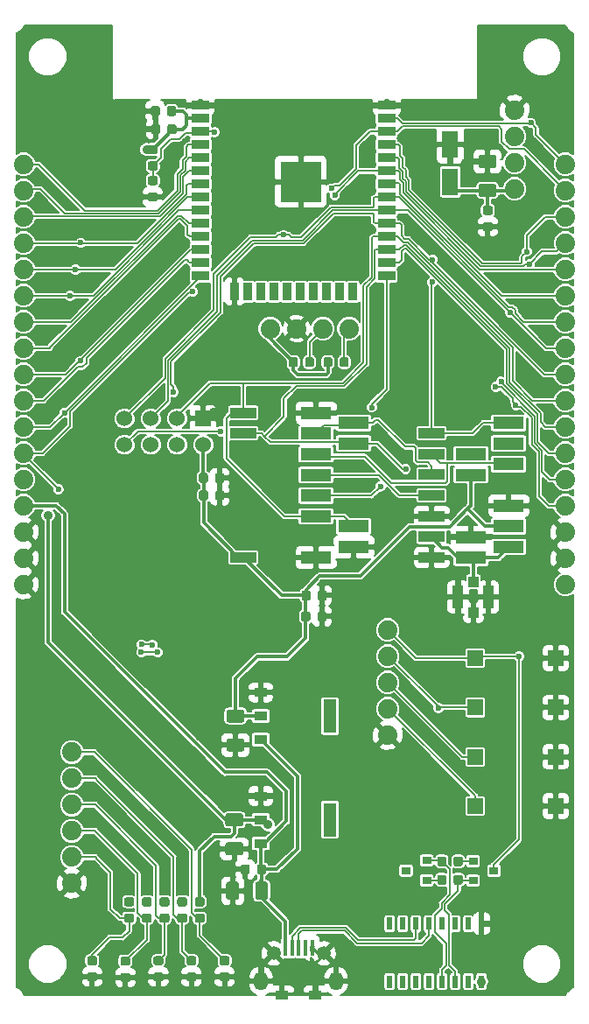
<source format=gbr>
G04 #@! TF.GenerationSoftware,KiCad,Pcbnew,6.0.0-rc1-unknown-ebb74fc~66~ubuntu18.04.1*
G04 #@! TF.CreationDate,2018-09-19T18:27:30+02:00*
G04 #@! TF.ProjectId,esp32-gateway,65737033322D676174657761792E6B69,v3*
G04 #@! TF.SameCoordinates,Original*
G04 #@! TF.FileFunction,Copper,L1,Top,Signal*
G04 #@! TF.FilePolarity,Positive*
%FSLAX46Y46*%
G04 Gerber Fmt 4.6, Leading zero omitted, Abs format (unit mm)*
G04 Created by KiCad (PCBNEW 6.0.0-rc1-unknown-ebb74fc~66~ubuntu18.04.1) date Wed Sep 19 18:27:30 2018*
%MOMM*%
%LPD*%
G01*
G04 APERTURE LIST*
G04 #@! TA.AperFunction,Conductor*
%ADD10C,0.100000*%
G04 #@! TD*
G04 #@! TA.AperFunction,SMDPad,CuDef*
%ADD11C,0.875000*%
G04 #@! TD*
G04 #@! TA.AperFunction,SMDPad,CuDef*
%ADD12R,1.600000X2.600000*%
G04 #@! TD*
G04 #@! TA.AperFunction,ComponentPad*
%ADD13C,1.879600*%
G04 #@! TD*
G04 #@! TA.AperFunction,SMDPad,CuDef*
%ADD14C,1.250000*%
G04 #@! TD*
G04 #@! TA.AperFunction,SMDPad,CuDef*
%ADD15R,4.000000X4.000000*%
G04 #@! TD*
G04 #@! TA.AperFunction,SMDPad,CuDef*
%ADD16R,1.700000X0.900000*%
G04 #@! TD*
G04 #@! TA.AperFunction,SMDPad,CuDef*
%ADD17R,0.900000X1.700000*%
G04 #@! TD*
G04 #@! TA.AperFunction,ComponentPad*
%ADD18C,1.524000*%
G04 #@! TD*
G04 #@! TA.AperFunction,ComponentPad*
%ADD19R,1.524000X1.524000*%
G04 #@! TD*
G04 #@! TA.AperFunction,SMDPad,CuDef*
%ADD20R,2.500000X1.000000*%
G04 #@! TD*
G04 #@! TA.AperFunction,SMDPad,CuDef*
%ADD21R,2.999740X1.198880*%
G04 #@! TD*
G04 #@! TA.AperFunction,SMDPad,CuDef*
%ADD22R,1.310000X3.240000*%
G04 #@! TD*
G04 #@! TA.AperFunction,SMDPad,CuDef*
%ADD23R,1.310000X0.930000*%
G04 #@! TD*
G04 #@! TA.AperFunction,SMDPad,CuDef*
%ADD24R,1.500000X1.500000*%
G04 #@! TD*
G04 #@! TA.AperFunction,SMDPad,CuDef*
%ADD25R,1.300000X0.900000*%
G04 #@! TD*
G04 #@! TA.AperFunction,SMDPad,CuDef*
%ADD26R,0.400000X1.600000*%
G04 #@! TD*
G04 #@! TA.AperFunction,ComponentPad*
%ADD27C,1.350000*%
G04 #@! TD*
G04 #@! TA.AperFunction,ComponentPad*
%ADD28O,1.350000X1.800000*%
G04 #@! TD*
G04 #@! TA.AperFunction,SMDPad,CuDef*
%ADD29R,1.000000X1.000000*%
G04 #@! TD*
G04 #@! TA.AperFunction,SMDPad,CuDef*
%ADD30R,1.050000X2.200000*%
G04 #@! TD*
G04 #@! TA.AperFunction,SMDPad,CuDef*
%ADD31R,0.599440X1.198880*%
G04 #@! TD*
G04 #@! TA.AperFunction,SMDPad,CuDef*
%ADD32R,0.900000X0.800000*%
G04 #@! TD*
G04 #@! TA.AperFunction,ViaPad*
%ADD33C,0.900000*%
G04 #@! TD*
G04 #@! TA.AperFunction,ViaPad*
%ADD34C,0.600000*%
G04 #@! TD*
G04 #@! TA.AperFunction,Conductor*
%ADD35C,0.300000*%
G04 #@! TD*
G04 #@! TA.AperFunction,Conductor*
%ADD36C,0.150000*%
G04 #@! TD*
G04 #@! TA.AperFunction,Conductor*
%ADD37C,0.304800*%
G04 #@! TD*
G04 #@! TA.AperFunction,Conductor*
%ADD38C,0.152400*%
G04 #@! TD*
G04 APERTURE END LIST*
D10*
G04 #@! TO.N,LEDB*
G04 #@! TO.C,R10*
G36*
X145935507Y-97692989D02*
X145956742Y-97696139D01*
X145977566Y-97701355D01*
X145997778Y-97708587D01*
X146017184Y-97717766D01*
X146035597Y-97728802D01*
X146052840Y-97741590D01*
X146068746Y-97756006D01*
X146083162Y-97771912D01*
X146095950Y-97789155D01*
X146106986Y-97807568D01*
X146116165Y-97826974D01*
X146123397Y-97847186D01*
X146128613Y-97868010D01*
X146131763Y-97889245D01*
X146132816Y-97910686D01*
X146132816Y-98423186D01*
X146131763Y-98444627D01*
X146128613Y-98465862D01*
X146123397Y-98486686D01*
X146116165Y-98506898D01*
X146106986Y-98526304D01*
X146095950Y-98544717D01*
X146083162Y-98561960D01*
X146068746Y-98577866D01*
X146052840Y-98592282D01*
X146035597Y-98605070D01*
X146017184Y-98616106D01*
X145997778Y-98625285D01*
X145977566Y-98632517D01*
X145956742Y-98637733D01*
X145935507Y-98640883D01*
X145914066Y-98641936D01*
X145476566Y-98641936D01*
X145455125Y-98640883D01*
X145433890Y-98637733D01*
X145413066Y-98632517D01*
X145392854Y-98625285D01*
X145373448Y-98616106D01*
X145355035Y-98605070D01*
X145337792Y-98592282D01*
X145321886Y-98577866D01*
X145307470Y-98561960D01*
X145294682Y-98544717D01*
X145283646Y-98526304D01*
X145274467Y-98506898D01*
X145267235Y-98486686D01*
X145262019Y-98465862D01*
X145258869Y-98444627D01*
X145257816Y-98423186D01*
X145257816Y-97910686D01*
X145258869Y-97889245D01*
X145262019Y-97868010D01*
X145267235Y-97847186D01*
X145274467Y-97826974D01*
X145283646Y-97807568D01*
X145294682Y-97789155D01*
X145307470Y-97771912D01*
X145321886Y-97756006D01*
X145337792Y-97741590D01*
X145355035Y-97728802D01*
X145373448Y-97717766D01*
X145392854Y-97708587D01*
X145413066Y-97701355D01*
X145433890Y-97696139D01*
X145455125Y-97692989D01*
X145476566Y-97691936D01*
X145914066Y-97691936D01*
X145935507Y-97692989D01*
X145935507Y-97692989D01*
G37*
D11*
G04 #@! TD*
G04 #@! TO.P,R10,2*
G04 #@! TO.N,LEDB*
X145695316Y-98166936D03*
D10*
G04 #@! TO.N,IO21*
G04 #@! TO.C,R10*
G36*
X147510507Y-97692989D02*
X147531742Y-97696139D01*
X147552566Y-97701355D01*
X147572778Y-97708587D01*
X147592184Y-97717766D01*
X147610597Y-97728802D01*
X147627840Y-97741590D01*
X147643746Y-97756006D01*
X147658162Y-97771912D01*
X147670950Y-97789155D01*
X147681986Y-97807568D01*
X147691165Y-97826974D01*
X147698397Y-97847186D01*
X147703613Y-97868010D01*
X147706763Y-97889245D01*
X147707816Y-97910686D01*
X147707816Y-98423186D01*
X147706763Y-98444627D01*
X147703613Y-98465862D01*
X147698397Y-98486686D01*
X147691165Y-98506898D01*
X147681986Y-98526304D01*
X147670950Y-98544717D01*
X147658162Y-98561960D01*
X147643746Y-98577866D01*
X147627840Y-98592282D01*
X147610597Y-98605070D01*
X147592184Y-98616106D01*
X147572778Y-98625285D01*
X147552566Y-98632517D01*
X147531742Y-98637733D01*
X147510507Y-98640883D01*
X147489066Y-98641936D01*
X147051566Y-98641936D01*
X147030125Y-98640883D01*
X147008890Y-98637733D01*
X146988066Y-98632517D01*
X146967854Y-98625285D01*
X146948448Y-98616106D01*
X146930035Y-98605070D01*
X146912792Y-98592282D01*
X146896886Y-98577866D01*
X146882470Y-98561960D01*
X146869682Y-98544717D01*
X146858646Y-98526304D01*
X146849467Y-98506898D01*
X146842235Y-98486686D01*
X146837019Y-98465862D01*
X146833869Y-98444627D01*
X146832816Y-98423186D01*
X146832816Y-97910686D01*
X146833869Y-97889245D01*
X146837019Y-97868010D01*
X146842235Y-97847186D01*
X146849467Y-97826974D01*
X146858646Y-97807568D01*
X146869682Y-97789155D01*
X146882470Y-97771912D01*
X146896886Y-97756006D01*
X146912792Y-97741590D01*
X146930035Y-97728802D01*
X146948448Y-97717766D01*
X146967854Y-97708587D01*
X146988066Y-97701355D01*
X147008890Y-97696139D01*
X147030125Y-97692989D01*
X147051566Y-97691936D01*
X147489066Y-97691936D01*
X147510507Y-97692989D01*
X147510507Y-97692989D01*
G37*
D11*
G04 #@! TD*
G04 #@! TO.P,R10,1*
G04 #@! TO.N,IO21*
X147270316Y-98166936D03*
D10*
G04 #@! TO.N,LEDB*
G04 #@! TO.C,R9*
G36*
X142587787Y-97692989D02*
X142609022Y-97696139D01*
X142629846Y-97701355D01*
X142650058Y-97708587D01*
X142669464Y-97717766D01*
X142687877Y-97728802D01*
X142705120Y-97741590D01*
X142721026Y-97756006D01*
X142735442Y-97771912D01*
X142748230Y-97789155D01*
X142759266Y-97807568D01*
X142768445Y-97826974D01*
X142775677Y-97847186D01*
X142780893Y-97868010D01*
X142784043Y-97889245D01*
X142785096Y-97910686D01*
X142785096Y-98423186D01*
X142784043Y-98444627D01*
X142780893Y-98465862D01*
X142775677Y-98486686D01*
X142768445Y-98506898D01*
X142759266Y-98526304D01*
X142748230Y-98544717D01*
X142735442Y-98561960D01*
X142721026Y-98577866D01*
X142705120Y-98592282D01*
X142687877Y-98605070D01*
X142669464Y-98616106D01*
X142650058Y-98625285D01*
X142629846Y-98632517D01*
X142609022Y-98637733D01*
X142587787Y-98640883D01*
X142566346Y-98641936D01*
X142128846Y-98641936D01*
X142107405Y-98640883D01*
X142086170Y-98637733D01*
X142065346Y-98632517D01*
X142045134Y-98625285D01*
X142025728Y-98616106D01*
X142007315Y-98605070D01*
X141990072Y-98592282D01*
X141974166Y-98577866D01*
X141959750Y-98561960D01*
X141946962Y-98544717D01*
X141935926Y-98526304D01*
X141926747Y-98506898D01*
X141919515Y-98486686D01*
X141914299Y-98465862D01*
X141911149Y-98444627D01*
X141910096Y-98423186D01*
X141910096Y-97910686D01*
X141911149Y-97889245D01*
X141914299Y-97868010D01*
X141919515Y-97847186D01*
X141926747Y-97826974D01*
X141935926Y-97807568D01*
X141946962Y-97789155D01*
X141959750Y-97771912D01*
X141974166Y-97756006D01*
X141990072Y-97741590D01*
X142007315Y-97728802D01*
X142025728Y-97717766D01*
X142045134Y-97708587D01*
X142065346Y-97701355D01*
X142086170Y-97696139D01*
X142107405Y-97692989D01*
X142128846Y-97691936D01*
X142566346Y-97691936D01*
X142587787Y-97692989D01*
X142587787Y-97692989D01*
G37*
D11*
G04 #@! TD*
G04 #@! TO.P,R9,2*
G04 #@! TO.N,LEDB*
X142347596Y-98166936D03*
D10*
G04 #@! TO.N,IO22*
G04 #@! TO.C,R9*
G36*
X144162787Y-97692989D02*
X144184022Y-97696139D01*
X144204846Y-97701355D01*
X144225058Y-97708587D01*
X144244464Y-97717766D01*
X144262877Y-97728802D01*
X144280120Y-97741590D01*
X144296026Y-97756006D01*
X144310442Y-97771912D01*
X144323230Y-97789155D01*
X144334266Y-97807568D01*
X144343445Y-97826974D01*
X144350677Y-97847186D01*
X144355893Y-97868010D01*
X144359043Y-97889245D01*
X144360096Y-97910686D01*
X144360096Y-98423186D01*
X144359043Y-98444627D01*
X144355893Y-98465862D01*
X144350677Y-98486686D01*
X144343445Y-98506898D01*
X144334266Y-98526304D01*
X144323230Y-98544717D01*
X144310442Y-98561960D01*
X144296026Y-98577866D01*
X144280120Y-98592282D01*
X144262877Y-98605070D01*
X144244464Y-98616106D01*
X144225058Y-98625285D01*
X144204846Y-98632517D01*
X144184022Y-98637733D01*
X144162787Y-98640883D01*
X144141346Y-98641936D01*
X143703846Y-98641936D01*
X143682405Y-98640883D01*
X143661170Y-98637733D01*
X143640346Y-98632517D01*
X143620134Y-98625285D01*
X143600728Y-98616106D01*
X143582315Y-98605070D01*
X143565072Y-98592282D01*
X143549166Y-98577866D01*
X143534750Y-98561960D01*
X143521962Y-98544717D01*
X143510926Y-98526304D01*
X143501747Y-98506898D01*
X143494515Y-98486686D01*
X143489299Y-98465862D01*
X143486149Y-98444627D01*
X143485096Y-98423186D01*
X143485096Y-97910686D01*
X143486149Y-97889245D01*
X143489299Y-97868010D01*
X143494515Y-97847186D01*
X143501747Y-97826974D01*
X143510926Y-97807568D01*
X143521962Y-97789155D01*
X143534750Y-97771912D01*
X143549166Y-97756006D01*
X143565072Y-97741590D01*
X143582315Y-97728802D01*
X143600728Y-97717766D01*
X143620134Y-97708587D01*
X143640346Y-97701355D01*
X143661170Y-97696139D01*
X143682405Y-97692989D01*
X143703846Y-97691936D01*
X144141346Y-97691936D01*
X144162787Y-97692989D01*
X144162787Y-97692989D01*
G37*
D11*
G04 #@! TD*
G04 #@! TO.P,R9,1*
G04 #@! TO.N,IO22*
X143922596Y-98166936D03*
D12*
G04 #@! TO.P,C13,2*
G04 #@! TO.N,GND*
X157530000Y-77130000D03*
G04 #@! TO.P,C13,1*
G04 #@! TO.N,LEDB*
X157530000Y-80730000D03*
G04 #@! TD*
D13*
G04 #@! TO.P,J8,4*
G04 #@! TO.N,GND*
X163750000Y-73770000D03*
G04 #@! TO.P,J8,3*
G04 #@! TO.N,IO15*
X163750000Y-76310000D03*
G04 #@! TO.P,J8,2*
G04 #@! TO.N,Net-(J8-Pad2)*
X163750000Y-78850000D03*
G04 #@! TO.P,J8,1*
G04 #@! TO.N,LEDB*
X163750000Y-81390000D03*
G04 #@! TD*
D10*
G04 #@! TO.N,GND*
G04 #@! TO.C,C12*
G36*
X161779504Y-78126204D02*
X161803773Y-78129804D01*
X161827571Y-78135765D01*
X161850671Y-78144030D01*
X161872849Y-78154520D01*
X161893893Y-78167133D01*
X161913598Y-78181747D01*
X161931777Y-78198223D01*
X161948253Y-78216402D01*
X161962867Y-78236107D01*
X161975480Y-78257151D01*
X161985970Y-78279329D01*
X161994235Y-78302429D01*
X162000196Y-78326227D01*
X162003796Y-78350496D01*
X162005000Y-78375000D01*
X162005000Y-79125000D01*
X162003796Y-79149504D01*
X162000196Y-79173773D01*
X161994235Y-79197571D01*
X161985970Y-79220671D01*
X161975480Y-79242849D01*
X161962867Y-79263893D01*
X161948253Y-79283598D01*
X161931777Y-79301777D01*
X161913598Y-79318253D01*
X161893893Y-79332867D01*
X161872849Y-79345480D01*
X161850671Y-79355970D01*
X161827571Y-79364235D01*
X161803773Y-79370196D01*
X161779504Y-79373796D01*
X161755000Y-79375000D01*
X160505000Y-79375000D01*
X160480496Y-79373796D01*
X160456227Y-79370196D01*
X160432429Y-79364235D01*
X160409329Y-79355970D01*
X160387151Y-79345480D01*
X160366107Y-79332867D01*
X160346402Y-79318253D01*
X160328223Y-79301777D01*
X160311747Y-79283598D01*
X160297133Y-79263893D01*
X160284520Y-79242849D01*
X160274030Y-79220671D01*
X160265765Y-79197571D01*
X160259804Y-79173773D01*
X160256204Y-79149504D01*
X160255000Y-79125000D01*
X160255000Y-78375000D01*
X160256204Y-78350496D01*
X160259804Y-78326227D01*
X160265765Y-78302429D01*
X160274030Y-78279329D01*
X160284520Y-78257151D01*
X160297133Y-78236107D01*
X160311747Y-78216402D01*
X160328223Y-78198223D01*
X160346402Y-78181747D01*
X160366107Y-78167133D01*
X160387151Y-78154520D01*
X160409329Y-78144030D01*
X160432429Y-78135765D01*
X160456227Y-78129804D01*
X160480496Y-78126204D01*
X160505000Y-78125000D01*
X161755000Y-78125000D01*
X161779504Y-78126204D01*
X161779504Y-78126204D01*
G37*
D14*
G04 #@! TD*
G04 #@! TO.P,C12,2*
G04 #@! TO.N,GND*
X161130000Y-78750000D03*
D10*
G04 #@! TO.N,LEDB*
G04 #@! TO.C,C12*
G36*
X161779504Y-80926204D02*
X161803773Y-80929804D01*
X161827571Y-80935765D01*
X161850671Y-80944030D01*
X161872849Y-80954520D01*
X161893893Y-80967133D01*
X161913598Y-80981747D01*
X161931777Y-80998223D01*
X161948253Y-81016402D01*
X161962867Y-81036107D01*
X161975480Y-81057151D01*
X161985970Y-81079329D01*
X161994235Y-81102429D01*
X162000196Y-81126227D01*
X162003796Y-81150496D01*
X162005000Y-81175000D01*
X162005000Y-81925000D01*
X162003796Y-81949504D01*
X162000196Y-81973773D01*
X161994235Y-81997571D01*
X161985970Y-82020671D01*
X161975480Y-82042849D01*
X161962867Y-82063893D01*
X161948253Y-82083598D01*
X161931777Y-82101777D01*
X161913598Y-82118253D01*
X161893893Y-82132867D01*
X161872849Y-82145480D01*
X161850671Y-82155970D01*
X161827571Y-82164235D01*
X161803773Y-82170196D01*
X161779504Y-82173796D01*
X161755000Y-82175000D01*
X160505000Y-82175000D01*
X160480496Y-82173796D01*
X160456227Y-82170196D01*
X160432429Y-82164235D01*
X160409329Y-82155970D01*
X160387151Y-82145480D01*
X160366107Y-82132867D01*
X160346402Y-82118253D01*
X160328223Y-82101777D01*
X160311747Y-82083598D01*
X160297133Y-82063893D01*
X160284520Y-82042849D01*
X160274030Y-82020671D01*
X160265765Y-81997571D01*
X160259804Y-81973773D01*
X160256204Y-81949504D01*
X160255000Y-81925000D01*
X160255000Y-81175000D01*
X160256204Y-81150496D01*
X160259804Y-81126227D01*
X160265765Y-81102429D01*
X160274030Y-81079329D01*
X160284520Y-81057151D01*
X160297133Y-81036107D01*
X160311747Y-81016402D01*
X160328223Y-80998223D01*
X160346402Y-80981747D01*
X160366107Y-80967133D01*
X160387151Y-80954520D01*
X160409329Y-80944030D01*
X160432429Y-80935765D01*
X160456227Y-80929804D01*
X160480496Y-80926204D01*
X160505000Y-80925000D01*
X161755000Y-80925000D01*
X161779504Y-80926204D01*
X161779504Y-80926204D01*
G37*
D14*
G04 #@! TD*
G04 #@! TO.P,C12,1*
G04 #@! TO.N,LEDB*
X161130000Y-81550000D03*
D10*
G04 #@! TO.N,GND*
G04 #@! TO.C,C2*
G36*
X137932691Y-146746053D02*
X137953926Y-146749203D01*
X137974750Y-146754419D01*
X137994962Y-146761651D01*
X138014368Y-146770830D01*
X138032781Y-146781866D01*
X138050024Y-146794654D01*
X138065930Y-146809070D01*
X138080346Y-146824976D01*
X138093134Y-146842219D01*
X138104170Y-146860632D01*
X138113349Y-146880038D01*
X138120581Y-146900250D01*
X138125797Y-146921074D01*
X138128947Y-146942309D01*
X138130000Y-146963750D01*
X138130000Y-147476250D01*
X138128947Y-147497691D01*
X138125797Y-147518926D01*
X138120581Y-147539750D01*
X138113349Y-147559962D01*
X138104170Y-147579368D01*
X138093134Y-147597781D01*
X138080346Y-147615024D01*
X138065930Y-147630930D01*
X138050024Y-147645346D01*
X138032781Y-147658134D01*
X138014368Y-147669170D01*
X137994962Y-147678349D01*
X137974750Y-147685581D01*
X137953926Y-147690797D01*
X137932691Y-147693947D01*
X137911250Y-147695000D01*
X137473750Y-147695000D01*
X137452309Y-147693947D01*
X137431074Y-147690797D01*
X137410250Y-147685581D01*
X137390038Y-147678349D01*
X137370632Y-147669170D01*
X137352219Y-147658134D01*
X137334976Y-147645346D01*
X137319070Y-147630930D01*
X137304654Y-147615024D01*
X137291866Y-147597781D01*
X137280830Y-147579368D01*
X137271651Y-147559962D01*
X137264419Y-147539750D01*
X137259203Y-147518926D01*
X137256053Y-147497691D01*
X137255000Y-147476250D01*
X137255000Y-146963750D01*
X137256053Y-146942309D01*
X137259203Y-146921074D01*
X137264419Y-146900250D01*
X137271651Y-146880038D01*
X137280830Y-146860632D01*
X137291866Y-146842219D01*
X137304654Y-146824976D01*
X137319070Y-146809070D01*
X137334976Y-146794654D01*
X137352219Y-146781866D01*
X137370632Y-146770830D01*
X137390038Y-146761651D01*
X137410250Y-146754419D01*
X137431074Y-146749203D01*
X137452309Y-146746053D01*
X137473750Y-146745000D01*
X137911250Y-146745000D01*
X137932691Y-146746053D01*
X137932691Y-146746053D01*
G37*
D11*
G04 #@! TD*
G04 #@! TO.P,C2,2*
G04 #@! TO.N,GND*
X137692500Y-147220000D03*
D10*
G04 #@! TO.N,+5V*
G04 #@! TO.C,C2*
G36*
X139507691Y-146746053D02*
X139528926Y-146749203D01*
X139549750Y-146754419D01*
X139569962Y-146761651D01*
X139589368Y-146770830D01*
X139607781Y-146781866D01*
X139625024Y-146794654D01*
X139640930Y-146809070D01*
X139655346Y-146824976D01*
X139668134Y-146842219D01*
X139679170Y-146860632D01*
X139688349Y-146880038D01*
X139695581Y-146900250D01*
X139700797Y-146921074D01*
X139703947Y-146942309D01*
X139705000Y-146963750D01*
X139705000Y-147476250D01*
X139703947Y-147497691D01*
X139700797Y-147518926D01*
X139695581Y-147539750D01*
X139688349Y-147559962D01*
X139679170Y-147579368D01*
X139668134Y-147597781D01*
X139655346Y-147615024D01*
X139640930Y-147630930D01*
X139625024Y-147645346D01*
X139607781Y-147658134D01*
X139589368Y-147669170D01*
X139569962Y-147678349D01*
X139549750Y-147685581D01*
X139528926Y-147690797D01*
X139507691Y-147693947D01*
X139486250Y-147695000D01*
X139048750Y-147695000D01*
X139027309Y-147693947D01*
X139006074Y-147690797D01*
X138985250Y-147685581D01*
X138965038Y-147678349D01*
X138945632Y-147669170D01*
X138927219Y-147658134D01*
X138909976Y-147645346D01*
X138894070Y-147630930D01*
X138879654Y-147615024D01*
X138866866Y-147597781D01*
X138855830Y-147579368D01*
X138846651Y-147559962D01*
X138839419Y-147539750D01*
X138834203Y-147518926D01*
X138831053Y-147497691D01*
X138830000Y-147476250D01*
X138830000Y-146963750D01*
X138831053Y-146942309D01*
X138834203Y-146921074D01*
X138839419Y-146900250D01*
X138846651Y-146880038D01*
X138855830Y-146860632D01*
X138866866Y-146842219D01*
X138879654Y-146824976D01*
X138894070Y-146809070D01*
X138909976Y-146794654D01*
X138927219Y-146781866D01*
X138945632Y-146770830D01*
X138965038Y-146761651D01*
X138985250Y-146754419D01*
X139006074Y-146749203D01*
X139027309Y-146746053D01*
X139048750Y-146745000D01*
X139486250Y-146745000D01*
X139507691Y-146746053D01*
X139507691Y-146746053D01*
G37*
D11*
G04 #@! TD*
G04 #@! TO.P,C2,1*
G04 #@! TO.N,+5V*
X139267500Y-147220000D03*
D10*
G04 #@! TO.N,GND*
G04 #@! TO.C,C1*
G36*
X136879504Y-148426204D02*
X136903773Y-148429804D01*
X136927571Y-148435765D01*
X136950671Y-148444030D01*
X136972849Y-148454520D01*
X136993893Y-148467133D01*
X137013598Y-148481747D01*
X137031777Y-148498223D01*
X137048253Y-148516402D01*
X137062867Y-148536107D01*
X137075480Y-148557151D01*
X137085970Y-148579329D01*
X137094235Y-148602429D01*
X137100196Y-148626227D01*
X137103796Y-148650496D01*
X137105000Y-148675000D01*
X137105000Y-149925000D01*
X137103796Y-149949504D01*
X137100196Y-149973773D01*
X137094235Y-149997571D01*
X137085970Y-150020671D01*
X137075480Y-150042849D01*
X137062867Y-150063893D01*
X137048253Y-150083598D01*
X137031777Y-150101777D01*
X137013598Y-150118253D01*
X136993893Y-150132867D01*
X136972849Y-150145480D01*
X136950671Y-150155970D01*
X136927571Y-150164235D01*
X136903773Y-150170196D01*
X136879504Y-150173796D01*
X136855000Y-150175000D01*
X136105000Y-150175000D01*
X136080496Y-150173796D01*
X136056227Y-150170196D01*
X136032429Y-150164235D01*
X136009329Y-150155970D01*
X135987151Y-150145480D01*
X135966107Y-150132867D01*
X135946402Y-150118253D01*
X135928223Y-150101777D01*
X135911747Y-150083598D01*
X135897133Y-150063893D01*
X135884520Y-150042849D01*
X135874030Y-150020671D01*
X135865765Y-149997571D01*
X135859804Y-149973773D01*
X135856204Y-149949504D01*
X135855000Y-149925000D01*
X135855000Y-148675000D01*
X135856204Y-148650496D01*
X135859804Y-148626227D01*
X135865765Y-148602429D01*
X135874030Y-148579329D01*
X135884520Y-148557151D01*
X135897133Y-148536107D01*
X135911747Y-148516402D01*
X135928223Y-148498223D01*
X135946402Y-148481747D01*
X135966107Y-148467133D01*
X135987151Y-148454520D01*
X136009329Y-148444030D01*
X136032429Y-148435765D01*
X136056227Y-148429804D01*
X136080496Y-148426204D01*
X136105000Y-148425000D01*
X136855000Y-148425000D01*
X136879504Y-148426204D01*
X136879504Y-148426204D01*
G37*
D14*
G04 #@! TD*
G04 #@! TO.P,C1,2*
G04 #@! TO.N,GND*
X136480000Y-149300000D03*
D10*
G04 #@! TO.N,+5V*
G04 #@! TO.C,C1*
G36*
X139679504Y-148426204D02*
X139703773Y-148429804D01*
X139727571Y-148435765D01*
X139750671Y-148444030D01*
X139772849Y-148454520D01*
X139793893Y-148467133D01*
X139813598Y-148481747D01*
X139831777Y-148498223D01*
X139848253Y-148516402D01*
X139862867Y-148536107D01*
X139875480Y-148557151D01*
X139885970Y-148579329D01*
X139894235Y-148602429D01*
X139900196Y-148626227D01*
X139903796Y-148650496D01*
X139905000Y-148675000D01*
X139905000Y-149925000D01*
X139903796Y-149949504D01*
X139900196Y-149973773D01*
X139894235Y-149997571D01*
X139885970Y-150020671D01*
X139875480Y-150042849D01*
X139862867Y-150063893D01*
X139848253Y-150083598D01*
X139831777Y-150101777D01*
X139813598Y-150118253D01*
X139793893Y-150132867D01*
X139772849Y-150145480D01*
X139750671Y-150155970D01*
X139727571Y-150164235D01*
X139703773Y-150170196D01*
X139679504Y-150173796D01*
X139655000Y-150175000D01*
X138905000Y-150175000D01*
X138880496Y-150173796D01*
X138856227Y-150170196D01*
X138832429Y-150164235D01*
X138809329Y-150155970D01*
X138787151Y-150145480D01*
X138766107Y-150132867D01*
X138746402Y-150118253D01*
X138728223Y-150101777D01*
X138711747Y-150083598D01*
X138697133Y-150063893D01*
X138684520Y-150042849D01*
X138674030Y-150020671D01*
X138665765Y-149997571D01*
X138659804Y-149973773D01*
X138656204Y-149949504D01*
X138655000Y-149925000D01*
X138655000Y-148675000D01*
X138656204Y-148650496D01*
X138659804Y-148626227D01*
X138665765Y-148602429D01*
X138674030Y-148579329D01*
X138684520Y-148557151D01*
X138697133Y-148536107D01*
X138711747Y-148516402D01*
X138728223Y-148498223D01*
X138746402Y-148481747D01*
X138766107Y-148467133D01*
X138787151Y-148454520D01*
X138809329Y-148444030D01*
X138832429Y-148435765D01*
X138856227Y-148429804D01*
X138880496Y-148426204D01*
X138905000Y-148425000D01*
X139655000Y-148425000D01*
X139679504Y-148426204D01*
X139679504Y-148426204D01*
G37*
D14*
G04 #@! TD*
G04 #@! TO.P,C1,1*
G04 #@! TO.N,+5V*
X139280000Y-149300000D03*
D13*
G04 #@! TO.P,J7,4*
G04 #@! TO.N,IO21*
X147730000Y-94930000D03*
G04 #@! TO.P,J7,3*
G04 #@! TO.N,IO22*
X145190000Y-94930000D03*
G04 #@! TO.P,J7,2*
G04 #@! TO.N,GND*
X142650000Y-94930000D03*
G04 #@! TO.P,J7,1*
G04 #@! TO.N,LEDB*
X140110000Y-94930000D03*
G04 #@! TD*
G04 #@! TO.P,J2,5*
G04 #@! TO.N,GND*
X151490000Y-134230000D03*
G04 #@! TO.P,J2,4*
G04 #@! TO.N,IO27*
X151490000Y-131690000D03*
G04 #@! TO.P,J2,3*
G04 #@! TO.N,IO35*
X151490000Y-129150000D03*
G04 #@! TO.P,J2,2*
G04 #@! TO.N,IO0*
X151490000Y-126610000D03*
G04 #@! TO.P,J2,1*
G04 #@! TO.N,EN*
X151490000Y-124070000D03*
G04 #@! TD*
G04 #@! TO.P,J3,6*
G04 #@! TO.N,GND*
X120904000Y-148590000D03*
G04 #@! TO.P,J3,5*
G04 #@! TO.N,Net-(D5-Pad2)*
X120904000Y-146050000D03*
G04 #@! TO.P,J3,4*
G04 #@! TO.N,Net-(D4-Pad2)*
X120904000Y-143510000D03*
G04 #@! TO.P,J3,3*
G04 #@! TO.N,Net-(D3-Pad2)*
X120904000Y-140970000D03*
G04 #@! TO.P,J3,2*
G04 #@! TO.N,Net-(D2-Pad2)*
X120904000Y-138430000D03*
G04 #@! TO.P,J3,1*
G04 #@! TO.N,Net-(D1-Pad2)*
X120904000Y-135890000D03*
G04 #@! TD*
D15*
G04 #@! TO.P,U2,1.1*
G04 #@! TO.N,GND*
X143080000Y-80735000D03*
D16*
G04 #@! TO.P,U2,38*
X151380000Y-73325000D03*
G04 #@! TO.P,U2,37*
G04 #@! TO.N,IO23*
X151380000Y-74595000D03*
G04 #@! TO.P,U2,36*
G04 #@! TO.N,IO22*
X151380000Y-75865000D03*
G04 #@! TO.P,U2,35*
G04 #@! TO.N,ESPTX*
X151380000Y-77135000D03*
G04 #@! TO.P,U2,34*
G04 #@! TO.N,ESPRX*
X151380000Y-78405000D03*
G04 #@! TO.P,U2,33*
G04 #@! TO.N,IO21*
X151380000Y-79675000D03*
G04 #@! TO.P,U2,32*
G04 #@! TO.N,IO20*
X151380000Y-80945000D03*
G04 #@! TO.P,U2,31*
G04 #@! TO.N,IO19*
X151380000Y-82215000D03*
G04 #@! TO.P,U2,30*
G04 #@! TO.N,IO18*
X151380000Y-83485000D03*
G04 #@! TO.P,U2,29*
G04 #@! TO.N,IO5*
X151380000Y-84755000D03*
G04 #@! TO.P,U2,28*
G04 #@! TO.N,CE-RST*
X151380000Y-86025000D03*
G04 #@! TO.P,U2,27*
G04 #@! TO.N,IO16*
X151380000Y-87295000D03*
G04 #@! TO.P,U2,26*
G04 #@! TO.N,IO4*
X151380000Y-88565000D03*
G04 #@! TO.P,U2,25*
G04 #@! TO.N,IO0*
X151380000Y-89835000D03*
D17*
G04 #@! TO.P,U2,24*
G04 #@! TO.N,IO2*
X148095000Y-91335000D03*
G04 #@! TO.P,U2,23*
G04 #@! TO.N,IO15*
X146825000Y-91335000D03*
G04 #@! TO.P,U2,22*
G04 #@! TO.N,Net-(U2-Pad22)*
X145555000Y-91335000D03*
G04 #@! TO.P,U2,21*
G04 #@! TO.N,Net-(U2-Pad21)*
X144285000Y-91335000D03*
G04 #@! TO.P,U2,20*
G04 #@! TO.N,Net-(U2-Pad20)*
X143015000Y-91335000D03*
G04 #@! TO.P,U2,19*
G04 #@! TO.N,Net-(U2-Pad19)*
X141745000Y-91335000D03*
G04 #@! TO.P,U2,18*
G04 #@! TO.N,Net-(U2-Pad18)*
X140475000Y-91335000D03*
G04 #@! TO.P,U2,17*
G04 #@! TO.N,Net-(U2-Pad17)*
X139205000Y-91335000D03*
G04 #@! TO.P,U2,16*
G04 #@! TO.N,IO13*
X137935000Y-91335000D03*
G04 #@! TO.P,U2,15*
G04 #@! TO.N,GND*
X136665000Y-91335000D03*
D16*
G04 #@! TO.P,U2,14*
G04 #@! TO.N,IO12*
X133380000Y-89835000D03*
G04 #@! TO.P,U2,13*
G04 #@! TO.N,IO14*
X133380000Y-88565000D03*
G04 #@! TO.P,U2,12*
G04 #@! TO.N,IO27*
X133380000Y-87295000D03*
G04 #@! TO.P,U2,11*
G04 #@! TO.N,IO26*
X133380000Y-86025000D03*
G04 #@! TO.P,U2,10*
G04 #@! TO.N,IO25*
X133380000Y-84755000D03*
G04 #@! TO.P,U2,9*
G04 #@! TO.N,IO33*
X133380000Y-83485000D03*
G04 #@! TO.P,U2,8*
G04 #@! TO.N,IO32*
X133380000Y-82215000D03*
G04 #@! TO.P,U2,7*
G04 #@! TO.N,IO35*
X133380000Y-80945000D03*
G04 #@! TO.P,U2,6*
G04 #@! TO.N,IO34*
X133380000Y-79675000D03*
G04 #@! TO.P,U2,5*
G04 #@! TO.N,SENSOR_VN*
X133380000Y-78405000D03*
G04 #@! TO.P,U2,4*
G04 #@! TO.N,SENSOR_VP*
X133380000Y-77135000D03*
G04 #@! TO.P,U2,3*
G04 #@! TO.N,EN*
X133380000Y-75865000D03*
G04 #@! TO.P,U2,2*
G04 #@! TO.N,LEDB*
X133380000Y-74595000D03*
G04 #@! TO.P,U2,1*
G04 #@! TO.N,GND*
X133380000Y-73325000D03*
G04 #@! TD*
D18*
G04 #@! TO.P,U6,8*
G04 #@! TO.N,IO16*
X126020000Y-106150000D03*
G04 #@! TO.P,U6,7*
G04 #@! TO.N,IO19*
X126020000Y-103610000D03*
G04 #@! TO.P,U6,6*
G04 #@! TO.N,IO23*
X128560000Y-106150000D03*
G04 #@! TO.P,U6,5*
G04 #@! TO.N,IO18*
X128560000Y-103610000D03*
G04 #@! TO.P,U6,4*
G04 #@! TO.N,IO5*
X131100000Y-106150000D03*
G04 #@! TO.P,U6,3*
G04 #@! TO.N,CE-RST*
X131100000Y-103610000D03*
G04 #@! TO.P,U6,2*
G04 #@! TO.N,RFPOW*
X133640000Y-106150000D03*
D19*
G04 #@! TO.P,U6,1*
G04 #@! TO.N,GND*
X133640000Y-103610000D03*
G04 #@! TD*
D20*
G04 #@! TO.P,U7,1*
G04 #@! TO.N,CE-RST*
X137536000Y-103058000D03*
G04 #@! TO.P,U7,2*
G04 #@! TO.N,IO16*
X137536000Y-105058000D03*
G04 #@! TO.P,U7,8*
G04 #@! TO.N,RFPOW*
X137536000Y-117058000D03*
G04 #@! TO.P,U7,9*
G04 #@! TO.N,GND*
X155736000Y-117058000D03*
G04 #@! TO.P,U7,10*
G04 #@! TO.N,RFMANT*
X155736000Y-115058000D03*
G04 #@! TO.P,U7,11*
G04 #@! TO.N,GND*
X155736000Y-113058000D03*
G04 #@! TO.P,U7,12*
G04 #@! TO.N,IO18*
X155736000Y-111058000D03*
G04 #@! TO.P,U7,13*
G04 #@! TO.N,IO19*
X155736000Y-109058000D03*
G04 #@! TO.P,U7,14*
G04 #@! TO.N,IO23*
X155736000Y-107058000D03*
G04 #@! TO.P,U7,15*
G04 #@! TO.N,IO5*
X155736000Y-105058000D03*
G04 #@! TD*
D21*
G04 #@! TO.P,U5,14*
G04 #@! TO.N,GND*
X148189840Y-116039520D03*
G04 #@! TO.P,U5,13*
G04 #@! TO.N,CE-RST*
X148189840Y-114038000D03*
G04 #@! TO.P,U5,9*
G04 #@! TO.N,IO16*
X148189840Y-106042080D03*
G04 #@! TO.P,U5,8*
G04 #@! TO.N,IO19*
X148189840Y-104040560D03*
G04 #@! TO.P,U5,7*
G04 #@! TO.N,IO5*
X163186000Y-104040560D03*
G04 #@! TO.P,U5,6*
G04 #@! TO.N,IO18*
X163186000Y-106042080D03*
G04 #@! TO.P,U5,5*
G04 #@! TO.N,IO23*
X163186000Y-108041060D03*
G04 #@! TO.P,U5,3*
G04 #@! TO.N,GND*
X163186000Y-112039020D03*
G04 #@! TO.P,U5,2*
G04 #@! TO.N,RFPOW*
X163186000Y-114038000D03*
G04 #@! TO.P,U5,1*
G04 #@! TO.N,RFMANT*
X163186000Y-116039520D03*
G04 #@! TD*
G04 #@! TO.P,U1,14*
G04 #@! TO.N,IO16*
X159544080Y-107078260D03*
G04 #@! TO.P,U1,13*
G04 #@! TO.N,RFPOW*
X159544080Y-109079780D03*
G04 #@! TO.P,U1,10*
G04 #@! TO.N,GND*
X159544080Y-115076720D03*
G04 #@! TO.P,U1,9*
G04 #@! TO.N,RFMANT*
X159544080Y-117075700D03*
G04 #@! TO.P,U1,8*
G04 #@! TO.N,GND*
X144547920Y-117075700D03*
G04 #@! TO.P,U1,6*
G04 #@! TO.N,CE-RST*
X144547920Y-113077740D03*
G04 #@! TO.P,U1,5*
G04 #@! TO.N,IO5*
X144547920Y-111076220D03*
G04 #@! TO.P,U1,4*
G04 #@! TO.N,IO18*
X144547920Y-109079780D03*
G04 #@! TO.P,U1,3*
G04 #@! TO.N,IO23*
X144547920Y-107078260D03*
G04 #@! TO.P,U1,2*
G04 #@! TO.N,IO19*
X144547920Y-105079280D03*
G04 #@! TO.P,U1,1*
G04 #@! TO.N,GND*
X144547920Y-103080300D03*
G04 #@! TD*
D22*
G04 #@! TO.P,U4,4*
G04 #@! TO.N,N/C*
X145895000Y-132400000D03*
D23*
G04 #@! TO.P,U4,3*
G04 #@! TO.N,+5V*
X139205000Y-134690000D03*
G04 #@! TO.P,U4,2*
G04 #@! TO.N,RFPOW*
X139205000Y-132400000D03*
G04 #@! TO.P,U4,1*
G04 #@! TO.N,GND*
X139205000Y-130110000D03*
G04 #@! TD*
D10*
G04 #@! TO.N,RFPOW*
G04 #@! TO.C,C10*
G36*
X143822691Y-120256053D02*
X143843926Y-120259203D01*
X143864750Y-120264419D01*
X143884962Y-120271651D01*
X143904368Y-120280830D01*
X143922781Y-120291866D01*
X143940024Y-120304654D01*
X143955930Y-120319070D01*
X143970346Y-120334976D01*
X143983134Y-120352219D01*
X143994170Y-120370632D01*
X144003349Y-120390038D01*
X144010581Y-120410250D01*
X144015797Y-120431074D01*
X144018947Y-120452309D01*
X144020000Y-120473750D01*
X144020000Y-120986250D01*
X144018947Y-121007691D01*
X144015797Y-121028926D01*
X144010581Y-121049750D01*
X144003349Y-121069962D01*
X143994170Y-121089368D01*
X143983134Y-121107781D01*
X143970346Y-121125024D01*
X143955930Y-121140930D01*
X143940024Y-121155346D01*
X143922781Y-121168134D01*
X143904368Y-121179170D01*
X143884962Y-121188349D01*
X143864750Y-121195581D01*
X143843926Y-121200797D01*
X143822691Y-121203947D01*
X143801250Y-121205000D01*
X143363750Y-121205000D01*
X143342309Y-121203947D01*
X143321074Y-121200797D01*
X143300250Y-121195581D01*
X143280038Y-121188349D01*
X143260632Y-121179170D01*
X143242219Y-121168134D01*
X143224976Y-121155346D01*
X143209070Y-121140930D01*
X143194654Y-121125024D01*
X143181866Y-121107781D01*
X143170830Y-121089368D01*
X143161651Y-121069962D01*
X143154419Y-121049750D01*
X143149203Y-121028926D01*
X143146053Y-121007691D01*
X143145000Y-120986250D01*
X143145000Y-120473750D01*
X143146053Y-120452309D01*
X143149203Y-120431074D01*
X143154419Y-120410250D01*
X143161651Y-120390038D01*
X143170830Y-120370632D01*
X143181866Y-120352219D01*
X143194654Y-120334976D01*
X143209070Y-120319070D01*
X143224976Y-120304654D01*
X143242219Y-120291866D01*
X143260632Y-120280830D01*
X143280038Y-120271651D01*
X143300250Y-120264419D01*
X143321074Y-120259203D01*
X143342309Y-120256053D01*
X143363750Y-120255000D01*
X143801250Y-120255000D01*
X143822691Y-120256053D01*
X143822691Y-120256053D01*
G37*
D11*
G04 #@! TD*
G04 #@! TO.P,C10,2*
G04 #@! TO.N,RFPOW*
X143582500Y-120730000D03*
D10*
G04 #@! TO.N,GND*
G04 #@! TO.C,C10*
G36*
X145397691Y-120256053D02*
X145418926Y-120259203D01*
X145439750Y-120264419D01*
X145459962Y-120271651D01*
X145479368Y-120280830D01*
X145497781Y-120291866D01*
X145515024Y-120304654D01*
X145530930Y-120319070D01*
X145545346Y-120334976D01*
X145558134Y-120352219D01*
X145569170Y-120370632D01*
X145578349Y-120390038D01*
X145585581Y-120410250D01*
X145590797Y-120431074D01*
X145593947Y-120452309D01*
X145595000Y-120473750D01*
X145595000Y-120986250D01*
X145593947Y-121007691D01*
X145590797Y-121028926D01*
X145585581Y-121049750D01*
X145578349Y-121069962D01*
X145569170Y-121089368D01*
X145558134Y-121107781D01*
X145545346Y-121125024D01*
X145530930Y-121140930D01*
X145515024Y-121155346D01*
X145497781Y-121168134D01*
X145479368Y-121179170D01*
X145459962Y-121188349D01*
X145439750Y-121195581D01*
X145418926Y-121200797D01*
X145397691Y-121203947D01*
X145376250Y-121205000D01*
X144938750Y-121205000D01*
X144917309Y-121203947D01*
X144896074Y-121200797D01*
X144875250Y-121195581D01*
X144855038Y-121188349D01*
X144835632Y-121179170D01*
X144817219Y-121168134D01*
X144799976Y-121155346D01*
X144784070Y-121140930D01*
X144769654Y-121125024D01*
X144756866Y-121107781D01*
X144745830Y-121089368D01*
X144736651Y-121069962D01*
X144729419Y-121049750D01*
X144724203Y-121028926D01*
X144721053Y-121007691D01*
X144720000Y-120986250D01*
X144720000Y-120473750D01*
X144721053Y-120452309D01*
X144724203Y-120431074D01*
X144729419Y-120410250D01*
X144736651Y-120390038D01*
X144745830Y-120370632D01*
X144756866Y-120352219D01*
X144769654Y-120334976D01*
X144784070Y-120319070D01*
X144799976Y-120304654D01*
X144817219Y-120291866D01*
X144835632Y-120280830D01*
X144855038Y-120271651D01*
X144875250Y-120264419D01*
X144896074Y-120259203D01*
X144917309Y-120256053D01*
X144938750Y-120255000D01*
X145376250Y-120255000D01*
X145397691Y-120256053D01*
X145397691Y-120256053D01*
G37*
D11*
G04 #@! TD*
G04 #@! TO.P,C10,1*
G04 #@! TO.N,GND*
X145157500Y-120730000D03*
D10*
G04 #@! TO.N,GND*
G04 #@! TO.C,C4*
G36*
X137409504Y-134576204D02*
X137433773Y-134579804D01*
X137457571Y-134585765D01*
X137480671Y-134594030D01*
X137502849Y-134604520D01*
X137523893Y-134617133D01*
X137543598Y-134631747D01*
X137561777Y-134648223D01*
X137578253Y-134666402D01*
X137592867Y-134686107D01*
X137605480Y-134707151D01*
X137615970Y-134729329D01*
X137624235Y-134752429D01*
X137630196Y-134776227D01*
X137633796Y-134800496D01*
X137635000Y-134825000D01*
X137635000Y-135575000D01*
X137633796Y-135599504D01*
X137630196Y-135623773D01*
X137624235Y-135647571D01*
X137615970Y-135670671D01*
X137605480Y-135692849D01*
X137592867Y-135713893D01*
X137578253Y-135733598D01*
X137561777Y-135751777D01*
X137543598Y-135768253D01*
X137523893Y-135782867D01*
X137502849Y-135795480D01*
X137480671Y-135805970D01*
X137457571Y-135814235D01*
X137433773Y-135820196D01*
X137409504Y-135823796D01*
X137385000Y-135825000D01*
X136135000Y-135825000D01*
X136110496Y-135823796D01*
X136086227Y-135820196D01*
X136062429Y-135814235D01*
X136039329Y-135805970D01*
X136017151Y-135795480D01*
X135996107Y-135782867D01*
X135976402Y-135768253D01*
X135958223Y-135751777D01*
X135941747Y-135733598D01*
X135927133Y-135713893D01*
X135914520Y-135692849D01*
X135904030Y-135670671D01*
X135895765Y-135647571D01*
X135889804Y-135623773D01*
X135886204Y-135599504D01*
X135885000Y-135575000D01*
X135885000Y-134825000D01*
X135886204Y-134800496D01*
X135889804Y-134776227D01*
X135895765Y-134752429D01*
X135904030Y-134729329D01*
X135914520Y-134707151D01*
X135927133Y-134686107D01*
X135941747Y-134666402D01*
X135958223Y-134648223D01*
X135976402Y-134631747D01*
X135996107Y-134617133D01*
X136017151Y-134604520D01*
X136039329Y-134594030D01*
X136062429Y-134585765D01*
X136086227Y-134579804D01*
X136110496Y-134576204D01*
X136135000Y-134575000D01*
X137385000Y-134575000D01*
X137409504Y-134576204D01*
X137409504Y-134576204D01*
G37*
D14*
G04 #@! TD*
G04 #@! TO.P,C4,2*
G04 #@! TO.N,GND*
X136760000Y-135200000D03*
D10*
G04 #@! TO.N,RFPOW*
G04 #@! TO.C,C4*
G36*
X137409504Y-131776204D02*
X137433773Y-131779804D01*
X137457571Y-131785765D01*
X137480671Y-131794030D01*
X137502849Y-131804520D01*
X137523893Y-131817133D01*
X137543598Y-131831747D01*
X137561777Y-131848223D01*
X137578253Y-131866402D01*
X137592867Y-131886107D01*
X137605480Y-131907151D01*
X137615970Y-131929329D01*
X137624235Y-131952429D01*
X137630196Y-131976227D01*
X137633796Y-132000496D01*
X137635000Y-132025000D01*
X137635000Y-132775000D01*
X137633796Y-132799504D01*
X137630196Y-132823773D01*
X137624235Y-132847571D01*
X137615970Y-132870671D01*
X137605480Y-132892849D01*
X137592867Y-132913893D01*
X137578253Y-132933598D01*
X137561777Y-132951777D01*
X137543598Y-132968253D01*
X137523893Y-132982867D01*
X137502849Y-132995480D01*
X137480671Y-133005970D01*
X137457571Y-133014235D01*
X137433773Y-133020196D01*
X137409504Y-133023796D01*
X137385000Y-133025000D01*
X136135000Y-133025000D01*
X136110496Y-133023796D01*
X136086227Y-133020196D01*
X136062429Y-133014235D01*
X136039329Y-133005970D01*
X136017151Y-132995480D01*
X135996107Y-132982867D01*
X135976402Y-132968253D01*
X135958223Y-132951777D01*
X135941747Y-132933598D01*
X135927133Y-132913893D01*
X135914520Y-132892849D01*
X135904030Y-132870671D01*
X135895765Y-132847571D01*
X135889804Y-132823773D01*
X135886204Y-132799504D01*
X135885000Y-132775000D01*
X135885000Y-132025000D01*
X135886204Y-132000496D01*
X135889804Y-131976227D01*
X135895765Y-131952429D01*
X135904030Y-131929329D01*
X135914520Y-131907151D01*
X135927133Y-131886107D01*
X135941747Y-131866402D01*
X135958223Y-131848223D01*
X135976402Y-131831747D01*
X135996107Y-131817133D01*
X136017151Y-131804520D01*
X136039329Y-131794030D01*
X136062429Y-131785765D01*
X136086227Y-131779804D01*
X136110496Y-131776204D01*
X136135000Y-131775000D01*
X137385000Y-131775000D01*
X137409504Y-131776204D01*
X137409504Y-131776204D01*
G37*
D14*
G04 #@! TD*
G04 #@! TO.P,C4,1*
G04 #@! TO.N,RFPOW*
X136760000Y-132400000D03*
D10*
G04 #@! TO.N,GND*
G04 #@! TO.C,C14*
G36*
X161437691Y-84621053D02*
X161458926Y-84624203D01*
X161479750Y-84629419D01*
X161499962Y-84636651D01*
X161519368Y-84645830D01*
X161537781Y-84656866D01*
X161555024Y-84669654D01*
X161570930Y-84684070D01*
X161585346Y-84699976D01*
X161598134Y-84717219D01*
X161609170Y-84735632D01*
X161618349Y-84755038D01*
X161625581Y-84775250D01*
X161630797Y-84796074D01*
X161633947Y-84817309D01*
X161635000Y-84838750D01*
X161635000Y-85276250D01*
X161633947Y-85297691D01*
X161630797Y-85318926D01*
X161625581Y-85339750D01*
X161618349Y-85359962D01*
X161609170Y-85379368D01*
X161598134Y-85397781D01*
X161585346Y-85415024D01*
X161570930Y-85430930D01*
X161555024Y-85445346D01*
X161537781Y-85458134D01*
X161519368Y-85469170D01*
X161499962Y-85478349D01*
X161479750Y-85485581D01*
X161458926Y-85490797D01*
X161437691Y-85493947D01*
X161416250Y-85495000D01*
X160903750Y-85495000D01*
X160882309Y-85493947D01*
X160861074Y-85490797D01*
X160840250Y-85485581D01*
X160820038Y-85478349D01*
X160800632Y-85469170D01*
X160782219Y-85458134D01*
X160764976Y-85445346D01*
X160749070Y-85430930D01*
X160734654Y-85415024D01*
X160721866Y-85397781D01*
X160710830Y-85379368D01*
X160701651Y-85359962D01*
X160694419Y-85339750D01*
X160689203Y-85318926D01*
X160686053Y-85297691D01*
X160685000Y-85276250D01*
X160685000Y-84838750D01*
X160686053Y-84817309D01*
X160689203Y-84796074D01*
X160694419Y-84775250D01*
X160701651Y-84755038D01*
X160710830Y-84735632D01*
X160721866Y-84717219D01*
X160734654Y-84699976D01*
X160749070Y-84684070D01*
X160764976Y-84669654D01*
X160782219Y-84656866D01*
X160800632Y-84645830D01*
X160820038Y-84636651D01*
X160840250Y-84629419D01*
X160861074Y-84624203D01*
X160882309Y-84621053D01*
X160903750Y-84620000D01*
X161416250Y-84620000D01*
X161437691Y-84621053D01*
X161437691Y-84621053D01*
G37*
D11*
G04 #@! TD*
G04 #@! TO.P,C14,2*
G04 #@! TO.N,GND*
X161160000Y-85057500D03*
D10*
G04 #@! TO.N,LEDB*
G04 #@! TO.C,C14*
G36*
X161437691Y-83046053D02*
X161458926Y-83049203D01*
X161479750Y-83054419D01*
X161499962Y-83061651D01*
X161519368Y-83070830D01*
X161537781Y-83081866D01*
X161555024Y-83094654D01*
X161570930Y-83109070D01*
X161585346Y-83124976D01*
X161598134Y-83142219D01*
X161609170Y-83160632D01*
X161618349Y-83180038D01*
X161625581Y-83200250D01*
X161630797Y-83221074D01*
X161633947Y-83242309D01*
X161635000Y-83263750D01*
X161635000Y-83701250D01*
X161633947Y-83722691D01*
X161630797Y-83743926D01*
X161625581Y-83764750D01*
X161618349Y-83784962D01*
X161609170Y-83804368D01*
X161598134Y-83822781D01*
X161585346Y-83840024D01*
X161570930Y-83855930D01*
X161555024Y-83870346D01*
X161537781Y-83883134D01*
X161519368Y-83894170D01*
X161499962Y-83903349D01*
X161479750Y-83910581D01*
X161458926Y-83915797D01*
X161437691Y-83918947D01*
X161416250Y-83920000D01*
X160903750Y-83920000D01*
X160882309Y-83918947D01*
X160861074Y-83915797D01*
X160840250Y-83910581D01*
X160820038Y-83903349D01*
X160800632Y-83894170D01*
X160782219Y-83883134D01*
X160764976Y-83870346D01*
X160749070Y-83855930D01*
X160734654Y-83840024D01*
X160721866Y-83822781D01*
X160710830Y-83804368D01*
X160701651Y-83784962D01*
X160694419Y-83764750D01*
X160689203Y-83743926D01*
X160686053Y-83722691D01*
X160685000Y-83701250D01*
X160685000Y-83263750D01*
X160686053Y-83242309D01*
X160689203Y-83221074D01*
X160694419Y-83200250D01*
X160701651Y-83180038D01*
X160710830Y-83160632D01*
X160721866Y-83142219D01*
X160734654Y-83124976D01*
X160749070Y-83109070D01*
X160764976Y-83094654D01*
X160782219Y-83081866D01*
X160800632Y-83070830D01*
X160820038Y-83061651D01*
X160840250Y-83054419D01*
X160861074Y-83049203D01*
X160882309Y-83046053D01*
X160903750Y-83045000D01*
X161416250Y-83045000D01*
X161437691Y-83046053D01*
X161437691Y-83046053D01*
G37*
D11*
G04 #@! TD*
G04 #@! TO.P,C14,1*
G04 #@! TO.N,LEDB*
X161160000Y-83482500D03*
D10*
G04 #@! TO.N,RFPOW*
G04 #@! TO.C,C9*
G36*
X143792691Y-122286053D02*
X143813926Y-122289203D01*
X143834750Y-122294419D01*
X143854962Y-122301651D01*
X143874368Y-122310830D01*
X143892781Y-122321866D01*
X143910024Y-122334654D01*
X143925930Y-122349070D01*
X143940346Y-122364976D01*
X143953134Y-122382219D01*
X143964170Y-122400632D01*
X143973349Y-122420038D01*
X143980581Y-122440250D01*
X143985797Y-122461074D01*
X143988947Y-122482309D01*
X143990000Y-122503750D01*
X143990000Y-123016250D01*
X143988947Y-123037691D01*
X143985797Y-123058926D01*
X143980581Y-123079750D01*
X143973349Y-123099962D01*
X143964170Y-123119368D01*
X143953134Y-123137781D01*
X143940346Y-123155024D01*
X143925930Y-123170930D01*
X143910024Y-123185346D01*
X143892781Y-123198134D01*
X143874368Y-123209170D01*
X143854962Y-123218349D01*
X143834750Y-123225581D01*
X143813926Y-123230797D01*
X143792691Y-123233947D01*
X143771250Y-123235000D01*
X143333750Y-123235000D01*
X143312309Y-123233947D01*
X143291074Y-123230797D01*
X143270250Y-123225581D01*
X143250038Y-123218349D01*
X143230632Y-123209170D01*
X143212219Y-123198134D01*
X143194976Y-123185346D01*
X143179070Y-123170930D01*
X143164654Y-123155024D01*
X143151866Y-123137781D01*
X143140830Y-123119368D01*
X143131651Y-123099962D01*
X143124419Y-123079750D01*
X143119203Y-123058926D01*
X143116053Y-123037691D01*
X143115000Y-123016250D01*
X143115000Y-122503750D01*
X143116053Y-122482309D01*
X143119203Y-122461074D01*
X143124419Y-122440250D01*
X143131651Y-122420038D01*
X143140830Y-122400632D01*
X143151866Y-122382219D01*
X143164654Y-122364976D01*
X143179070Y-122349070D01*
X143194976Y-122334654D01*
X143212219Y-122321866D01*
X143230632Y-122310830D01*
X143250038Y-122301651D01*
X143270250Y-122294419D01*
X143291074Y-122289203D01*
X143312309Y-122286053D01*
X143333750Y-122285000D01*
X143771250Y-122285000D01*
X143792691Y-122286053D01*
X143792691Y-122286053D01*
G37*
D11*
G04 #@! TD*
G04 #@! TO.P,C9,2*
G04 #@! TO.N,RFPOW*
X143552500Y-122760000D03*
D10*
G04 #@! TO.N,GND*
G04 #@! TO.C,C9*
G36*
X145367691Y-122286053D02*
X145388926Y-122289203D01*
X145409750Y-122294419D01*
X145429962Y-122301651D01*
X145449368Y-122310830D01*
X145467781Y-122321866D01*
X145485024Y-122334654D01*
X145500930Y-122349070D01*
X145515346Y-122364976D01*
X145528134Y-122382219D01*
X145539170Y-122400632D01*
X145548349Y-122420038D01*
X145555581Y-122440250D01*
X145560797Y-122461074D01*
X145563947Y-122482309D01*
X145565000Y-122503750D01*
X145565000Y-123016250D01*
X145563947Y-123037691D01*
X145560797Y-123058926D01*
X145555581Y-123079750D01*
X145548349Y-123099962D01*
X145539170Y-123119368D01*
X145528134Y-123137781D01*
X145515346Y-123155024D01*
X145500930Y-123170930D01*
X145485024Y-123185346D01*
X145467781Y-123198134D01*
X145449368Y-123209170D01*
X145429962Y-123218349D01*
X145409750Y-123225581D01*
X145388926Y-123230797D01*
X145367691Y-123233947D01*
X145346250Y-123235000D01*
X144908750Y-123235000D01*
X144887309Y-123233947D01*
X144866074Y-123230797D01*
X144845250Y-123225581D01*
X144825038Y-123218349D01*
X144805632Y-123209170D01*
X144787219Y-123198134D01*
X144769976Y-123185346D01*
X144754070Y-123170930D01*
X144739654Y-123155024D01*
X144726866Y-123137781D01*
X144715830Y-123119368D01*
X144706651Y-123099962D01*
X144699419Y-123079750D01*
X144694203Y-123058926D01*
X144691053Y-123037691D01*
X144690000Y-123016250D01*
X144690000Y-122503750D01*
X144691053Y-122482309D01*
X144694203Y-122461074D01*
X144699419Y-122440250D01*
X144706651Y-122420038D01*
X144715830Y-122400632D01*
X144726866Y-122382219D01*
X144739654Y-122364976D01*
X144754070Y-122349070D01*
X144769976Y-122334654D01*
X144787219Y-122321866D01*
X144805632Y-122310830D01*
X144825038Y-122301651D01*
X144845250Y-122294419D01*
X144866074Y-122289203D01*
X144887309Y-122286053D01*
X144908750Y-122285000D01*
X145346250Y-122285000D01*
X145367691Y-122286053D01*
X145367691Y-122286053D01*
G37*
D11*
G04 #@! TD*
G04 #@! TO.P,C9,1*
G04 #@! TO.N,GND*
X145127500Y-122760000D03*
D10*
G04 #@! TO.N,IO13*
G04 #@! TO.C,R5*
G36*
X126747691Y-149934053D02*
X126768926Y-149937203D01*
X126789750Y-149942419D01*
X126809962Y-149949651D01*
X126829368Y-149958830D01*
X126847781Y-149969866D01*
X126865024Y-149982654D01*
X126880930Y-149997070D01*
X126895346Y-150012976D01*
X126908134Y-150030219D01*
X126919170Y-150048632D01*
X126928349Y-150068038D01*
X126935581Y-150088250D01*
X126940797Y-150109074D01*
X126943947Y-150130309D01*
X126945000Y-150151750D01*
X126945000Y-150589250D01*
X126943947Y-150610691D01*
X126940797Y-150631926D01*
X126935581Y-150652750D01*
X126928349Y-150672962D01*
X126919170Y-150692368D01*
X126908134Y-150710781D01*
X126895346Y-150728024D01*
X126880930Y-150743930D01*
X126865024Y-150758346D01*
X126847781Y-150771134D01*
X126829368Y-150782170D01*
X126809962Y-150791349D01*
X126789750Y-150798581D01*
X126768926Y-150803797D01*
X126747691Y-150806947D01*
X126726250Y-150808000D01*
X126213750Y-150808000D01*
X126192309Y-150806947D01*
X126171074Y-150803797D01*
X126150250Y-150798581D01*
X126130038Y-150791349D01*
X126110632Y-150782170D01*
X126092219Y-150771134D01*
X126074976Y-150758346D01*
X126059070Y-150743930D01*
X126044654Y-150728024D01*
X126031866Y-150710781D01*
X126020830Y-150692368D01*
X126011651Y-150672962D01*
X126004419Y-150652750D01*
X125999203Y-150631926D01*
X125996053Y-150610691D01*
X125995000Y-150589250D01*
X125995000Y-150151750D01*
X125996053Y-150130309D01*
X125999203Y-150109074D01*
X126004419Y-150088250D01*
X126011651Y-150068038D01*
X126020830Y-150048632D01*
X126031866Y-150030219D01*
X126044654Y-150012976D01*
X126059070Y-149997070D01*
X126074976Y-149982654D01*
X126092219Y-149969866D01*
X126110632Y-149958830D01*
X126130038Y-149949651D01*
X126150250Y-149942419D01*
X126171074Y-149937203D01*
X126192309Y-149934053D01*
X126213750Y-149933000D01*
X126726250Y-149933000D01*
X126747691Y-149934053D01*
X126747691Y-149934053D01*
G37*
D11*
G04 #@! TD*
G04 #@! TO.P,R5,2*
G04 #@! TO.N,IO13*
X126470000Y-150370500D03*
D10*
G04 #@! TO.N,Net-(D5-Pad2)*
G04 #@! TO.C,R5*
G36*
X126747691Y-151509053D02*
X126768926Y-151512203D01*
X126789750Y-151517419D01*
X126809962Y-151524651D01*
X126829368Y-151533830D01*
X126847781Y-151544866D01*
X126865024Y-151557654D01*
X126880930Y-151572070D01*
X126895346Y-151587976D01*
X126908134Y-151605219D01*
X126919170Y-151623632D01*
X126928349Y-151643038D01*
X126935581Y-151663250D01*
X126940797Y-151684074D01*
X126943947Y-151705309D01*
X126945000Y-151726750D01*
X126945000Y-152164250D01*
X126943947Y-152185691D01*
X126940797Y-152206926D01*
X126935581Y-152227750D01*
X126928349Y-152247962D01*
X126919170Y-152267368D01*
X126908134Y-152285781D01*
X126895346Y-152303024D01*
X126880930Y-152318930D01*
X126865024Y-152333346D01*
X126847781Y-152346134D01*
X126829368Y-152357170D01*
X126809962Y-152366349D01*
X126789750Y-152373581D01*
X126768926Y-152378797D01*
X126747691Y-152381947D01*
X126726250Y-152383000D01*
X126213750Y-152383000D01*
X126192309Y-152381947D01*
X126171074Y-152378797D01*
X126150250Y-152373581D01*
X126130038Y-152366349D01*
X126110632Y-152357170D01*
X126092219Y-152346134D01*
X126074976Y-152333346D01*
X126059070Y-152318930D01*
X126044654Y-152303024D01*
X126031866Y-152285781D01*
X126020830Y-152267368D01*
X126011651Y-152247962D01*
X126004419Y-152227750D01*
X125999203Y-152206926D01*
X125996053Y-152185691D01*
X125995000Y-152164250D01*
X125995000Y-151726750D01*
X125996053Y-151705309D01*
X125999203Y-151684074D01*
X126004419Y-151663250D01*
X126011651Y-151643038D01*
X126020830Y-151623632D01*
X126031866Y-151605219D01*
X126044654Y-151587976D01*
X126059070Y-151572070D01*
X126074976Y-151557654D01*
X126092219Y-151544866D01*
X126110632Y-151533830D01*
X126130038Y-151524651D01*
X126150250Y-151517419D01*
X126171074Y-151512203D01*
X126192309Y-151509053D01*
X126213750Y-151508000D01*
X126726250Y-151508000D01*
X126747691Y-151509053D01*
X126747691Y-151509053D01*
G37*
D11*
G04 #@! TD*
G04 #@! TO.P,R5,1*
G04 #@! TO.N,Net-(D5-Pad2)*
X126470000Y-151945500D03*
D10*
G04 #@! TO.N,EN*
G04 #@! TO.C,R6*
G36*
X129032690Y-78736054D02*
X129053925Y-78739204D01*
X129074749Y-78744420D01*
X129094961Y-78751652D01*
X129114367Y-78760831D01*
X129132780Y-78771867D01*
X129150023Y-78784655D01*
X129165929Y-78799071D01*
X129180345Y-78814977D01*
X129193133Y-78832220D01*
X129204169Y-78850633D01*
X129213348Y-78870039D01*
X129220580Y-78890251D01*
X129225796Y-78911075D01*
X129228946Y-78932310D01*
X129229999Y-78953751D01*
X129229999Y-79391251D01*
X129228946Y-79412692D01*
X129225796Y-79433927D01*
X129220580Y-79454751D01*
X129213348Y-79474963D01*
X129204169Y-79494369D01*
X129193133Y-79512782D01*
X129180345Y-79530025D01*
X129165929Y-79545931D01*
X129150023Y-79560347D01*
X129132780Y-79573135D01*
X129114367Y-79584171D01*
X129094961Y-79593350D01*
X129074749Y-79600582D01*
X129053925Y-79605798D01*
X129032690Y-79608948D01*
X129011249Y-79610001D01*
X128498749Y-79610001D01*
X128477308Y-79608948D01*
X128456073Y-79605798D01*
X128435249Y-79600582D01*
X128415037Y-79593350D01*
X128395631Y-79584171D01*
X128377218Y-79573135D01*
X128359975Y-79560347D01*
X128344069Y-79545931D01*
X128329653Y-79530025D01*
X128316865Y-79512782D01*
X128305829Y-79494369D01*
X128296650Y-79474963D01*
X128289418Y-79454751D01*
X128284202Y-79433927D01*
X128281052Y-79412692D01*
X128279999Y-79391251D01*
X128279999Y-78953751D01*
X128281052Y-78932310D01*
X128284202Y-78911075D01*
X128289418Y-78890251D01*
X128296650Y-78870039D01*
X128305829Y-78850633D01*
X128316865Y-78832220D01*
X128329653Y-78814977D01*
X128344069Y-78799071D01*
X128359975Y-78784655D01*
X128377218Y-78771867D01*
X128395631Y-78760831D01*
X128415037Y-78751652D01*
X128435249Y-78744420D01*
X128456073Y-78739204D01*
X128477308Y-78736054D01*
X128498749Y-78735001D01*
X129011249Y-78735001D01*
X129032690Y-78736054D01*
X129032690Y-78736054D01*
G37*
D11*
G04 #@! TD*
G04 #@! TO.P,R6,2*
G04 #@! TO.N,EN*
X128754999Y-79172501D03*
D10*
G04 #@! TO.N,LEDB*
G04 #@! TO.C,R6*
G36*
X129032690Y-77161054D02*
X129053925Y-77164204D01*
X129074749Y-77169420D01*
X129094961Y-77176652D01*
X129114367Y-77185831D01*
X129132780Y-77196867D01*
X129150023Y-77209655D01*
X129165929Y-77224071D01*
X129180345Y-77239977D01*
X129193133Y-77257220D01*
X129204169Y-77275633D01*
X129213348Y-77295039D01*
X129220580Y-77315251D01*
X129225796Y-77336075D01*
X129228946Y-77357310D01*
X129229999Y-77378751D01*
X129229999Y-77816251D01*
X129228946Y-77837692D01*
X129225796Y-77858927D01*
X129220580Y-77879751D01*
X129213348Y-77899963D01*
X129204169Y-77919369D01*
X129193133Y-77937782D01*
X129180345Y-77955025D01*
X129165929Y-77970931D01*
X129150023Y-77985347D01*
X129132780Y-77998135D01*
X129114367Y-78009171D01*
X129094961Y-78018350D01*
X129074749Y-78025582D01*
X129053925Y-78030798D01*
X129032690Y-78033948D01*
X129011249Y-78035001D01*
X128498749Y-78035001D01*
X128477308Y-78033948D01*
X128456073Y-78030798D01*
X128435249Y-78025582D01*
X128415037Y-78018350D01*
X128395631Y-78009171D01*
X128377218Y-77998135D01*
X128359975Y-77985347D01*
X128344069Y-77970931D01*
X128329653Y-77955025D01*
X128316865Y-77937782D01*
X128305829Y-77919369D01*
X128296650Y-77899963D01*
X128289418Y-77879751D01*
X128284202Y-77858927D01*
X128281052Y-77837692D01*
X128279999Y-77816251D01*
X128279999Y-77378751D01*
X128281052Y-77357310D01*
X128284202Y-77336075D01*
X128289418Y-77315251D01*
X128296650Y-77295039D01*
X128305829Y-77275633D01*
X128316865Y-77257220D01*
X128329653Y-77239977D01*
X128344069Y-77224071D01*
X128359975Y-77209655D01*
X128377218Y-77196867D01*
X128395631Y-77185831D01*
X128415037Y-77176652D01*
X128435249Y-77169420D01*
X128456073Y-77164204D01*
X128477308Y-77161054D01*
X128498749Y-77160001D01*
X129011249Y-77160001D01*
X129032690Y-77161054D01*
X129032690Y-77161054D01*
G37*
D11*
G04 #@! TD*
G04 #@! TO.P,R6,1*
G04 #@! TO.N,LEDB*
X128754999Y-77597501D03*
D10*
G04 #@! TO.N,LEDB*
G04 #@! TO.C,R1*
G36*
X133577691Y-149934053D02*
X133598926Y-149937203D01*
X133619750Y-149942419D01*
X133639962Y-149949651D01*
X133659368Y-149958830D01*
X133677781Y-149969866D01*
X133695024Y-149982654D01*
X133710930Y-149997070D01*
X133725346Y-150012976D01*
X133738134Y-150030219D01*
X133749170Y-150048632D01*
X133758349Y-150068038D01*
X133765581Y-150088250D01*
X133770797Y-150109074D01*
X133773947Y-150130309D01*
X133775000Y-150151750D01*
X133775000Y-150589250D01*
X133773947Y-150610691D01*
X133770797Y-150631926D01*
X133765581Y-150652750D01*
X133758349Y-150672962D01*
X133749170Y-150692368D01*
X133738134Y-150710781D01*
X133725346Y-150728024D01*
X133710930Y-150743930D01*
X133695024Y-150758346D01*
X133677781Y-150771134D01*
X133659368Y-150782170D01*
X133639962Y-150791349D01*
X133619750Y-150798581D01*
X133598926Y-150803797D01*
X133577691Y-150806947D01*
X133556250Y-150808000D01*
X133043750Y-150808000D01*
X133022309Y-150806947D01*
X133001074Y-150803797D01*
X132980250Y-150798581D01*
X132960038Y-150791349D01*
X132940632Y-150782170D01*
X132922219Y-150771134D01*
X132904976Y-150758346D01*
X132889070Y-150743930D01*
X132874654Y-150728024D01*
X132861866Y-150710781D01*
X132850830Y-150692368D01*
X132841651Y-150672962D01*
X132834419Y-150652750D01*
X132829203Y-150631926D01*
X132826053Y-150610691D01*
X132825000Y-150589250D01*
X132825000Y-150151750D01*
X132826053Y-150130309D01*
X132829203Y-150109074D01*
X132834419Y-150088250D01*
X132841651Y-150068038D01*
X132850830Y-150048632D01*
X132861866Y-150030219D01*
X132874654Y-150012976D01*
X132889070Y-149997070D01*
X132904976Y-149982654D01*
X132922219Y-149969866D01*
X132940632Y-149958830D01*
X132960038Y-149949651D01*
X132980250Y-149942419D01*
X133001074Y-149937203D01*
X133022309Y-149934053D01*
X133043750Y-149933000D01*
X133556250Y-149933000D01*
X133577691Y-149934053D01*
X133577691Y-149934053D01*
G37*
D11*
G04 #@! TD*
G04 #@! TO.P,R1,2*
G04 #@! TO.N,LEDB*
X133300000Y-150370500D03*
D10*
G04 #@! TO.N,Net-(D1-Pad2)*
G04 #@! TO.C,R1*
G36*
X133577691Y-151509053D02*
X133598926Y-151512203D01*
X133619750Y-151517419D01*
X133639962Y-151524651D01*
X133659368Y-151533830D01*
X133677781Y-151544866D01*
X133695024Y-151557654D01*
X133710930Y-151572070D01*
X133725346Y-151587976D01*
X133738134Y-151605219D01*
X133749170Y-151623632D01*
X133758349Y-151643038D01*
X133765581Y-151663250D01*
X133770797Y-151684074D01*
X133773947Y-151705309D01*
X133775000Y-151726750D01*
X133775000Y-152164250D01*
X133773947Y-152185691D01*
X133770797Y-152206926D01*
X133765581Y-152227750D01*
X133758349Y-152247962D01*
X133749170Y-152267368D01*
X133738134Y-152285781D01*
X133725346Y-152303024D01*
X133710930Y-152318930D01*
X133695024Y-152333346D01*
X133677781Y-152346134D01*
X133659368Y-152357170D01*
X133639962Y-152366349D01*
X133619750Y-152373581D01*
X133598926Y-152378797D01*
X133577691Y-152381947D01*
X133556250Y-152383000D01*
X133043750Y-152383000D01*
X133022309Y-152381947D01*
X133001074Y-152378797D01*
X132980250Y-152373581D01*
X132960038Y-152366349D01*
X132940632Y-152357170D01*
X132922219Y-152346134D01*
X132904976Y-152333346D01*
X132889070Y-152318930D01*
X132874654Y-152303024D01*
X132861866Y-152285781D01*
X132850830Y-152267368D01*
X132841651Y-152247962D01*
X132834419Y-152227750D01*
X132829203Y-152206926D01*
X132826053Y-152185691D01*
X132825000Y-152164250D01*
X132825000Y-151726750D01*
X132826053Y-151705309D01*
X132829203Y-151684074D01*
X132834419Y-151663250D01*
X132841651Y-151643038D01*
X132850830Y-151623632D01*
X132861866Y-151605219D01*
X132874654Y-151587976D01*
X132889070Y-151572070D01*
X132904976Y-151557654D01*
X132922219Y-151544866D01*
X132940632Y-151533830D01*
X132960038Y-151524651D01*
X132980250Y-151517419D01*
X133001074Y-151512203D01*
X133022309Y-151509053D01*
X133043750Y-151508000D01*
X133556250Y-151508000D01*
X133577691Y-151509053D01*
X133577691Y-151509053D01*
G37*
D11*
G04 #@! TD*
G04 #@! TO.P,R1,1*
G04 #@! TO.N,Net-(D1-Pad2)*
X133300000Y-151945500D03*
D10*
G04 #@! TO.N,IO12*
G04 #@! TO.C,R2*
G36*
X131870191Y-149934053D02*
X131891426Y-149937203D01*
X131912250Y-149942419D01*
X131932462Y-149949651D01*
X131951868Y-149958830D01*
X131970281Y-149969866D01*
X131987524Y-149982654D01*
X132003430Y-149997070D01*
X132017846Y-150012976D01*
X132030634Y-150030219D01*
X132041670Y-150048632D01*
X132050849Y-150068038D01*
X132058081Y-150088250D01*
X132063297Y-150109074D01*
X132066447Y-150130309D01*
X132067500Y-150151750D01*
X132067500Y-150589250D01*
X132066447Y-150610691D01*
X132063297Y-150631926D01*
X132058081Y-150652750D01*
X132050849Y-150672962D01*
X132041670Y-150692368D01*
X132030634Y-150710781D01*
X132017846Y-150728024D01*
X132003430Y-150743930D01*
X131987524Y-150758346D01*
X131970281Y-150771134D01*
X131951868Y-150782170D01*
X131932462Y-150791349D01*
X131912250Y-150798581D01*
X131891426Y-150803797D01*
X131870191Y-150806947D01*
X131848750Y-150808000D01*
X131336250Y-150808000D01*
X131314809Y-150806947D01*
X131293574Y-150803797D01*
X131272750Y-150798581D01*
X131252538Y-150791349D01*
X131233132Y-150782170D01*
X131214719Y-150771134D01*
X131197476Y-150758346D01*
X131181570Y-150743930D01*
X131167154Y-150728024D01*
X131154366Y-150710781D01*
X131143330Y-150692368D01*
X131134151Y-150672962D01*
X131126919Y-150652750D01*
X131121703Y-150631926D01*
X131118553Y-150610691D01*
X131117500Y-150589250D01*
X131117500Y-150151750D01*
X131118553Y-150130309D01*
X131121703Y-150109074D01*
X131126919Y-150088250D01*
X131134151Y-150068038D01*
X131143330Y-150048632D01*
X131154366Y-150030219D01*
X131167154Y-150012976D01*
X131181570Y-149997070D01*
X131197476Y-149982654D01*
X131214719Y-149969866D01*
X131233132Y-149958830D01*
X131252538Y-149949651D01*
X131272750Y-149942419D01*
X131293574Y-149937203D01*
X131314809Y-149934053D01*
X131336250Y-149933000D01*
X131848750Y-149933000D01*
X131870191Y-149934053D01*
X131870191Y-149934053D01*
G37*
D11*
G04 #@! TD*
G04 #@! TO.P,R2,2*
G04 #@! TO.N,IO12*
X131592500Y-150370500D03*
D10*
G04 #@! TO.N,Net-(D2-Pad2)*
G04 #@! TO.C,R2*
G36*
X131870191Y-151509053D02*
X131891426Y-151512203D01*
X131912250Y-151517419D01*
X131932462Y-151524651D01*
X131951868Y-151533830D01*
X131970281Y-151544866D01*
X131987524Y-151557654D01*
X132003430Y-151572070D01*
X132017846Y-151587976D01*
X132030634Y-151605219D01*
X132041670Y-151623632D01*
X132050849Y-151643038D01*
X132058081Y-151663250D01*
X132063297Y-151684074D01*
X132066447Y-151705309D01*
X132067500Y-151726750D01*
X132067500Y-152164250D01*
X132066447Y-152185691D01*
X132063297Y-152206926D01*
X132058081Y-152227750D01*
X132050849Y-152247962D01*
X132041670Y-152267368D01*
X132030634Y-152285781D01*
X132017846Y-152303024D01*
X132003430Y-152318930D01*
X131987524Y-152333346D01*
X131970281Y-152346134D01*
X131951868Y-152357170D01*
X131932462Y-152366349D01*
X131912250Y-152373581D01*
X131891426Y-152378797D01*
X131870191Y-152381947D01*
X131848750Y-152383000D01*
X131336250Y-152383000D01*
X131314809Y-152381947D01*
X131293574Y-152378797D01*
X131272750Y-152373581D01*
X131252538Y-152366349D01*
X131233132Y-152357170D01*
X131214719Y-152346134D01*
X131197476Y-152333346D01*
X131181570Y-152318930D01*
X131167154Y-152303024D01*
X131154366Y-152285781D01*
X131143330Y-152267368D01*
X131134151Y-152247962D01*
X131126919Y-152227750D01*
X131121703Y-152206926D01*
X131118553Y-152185691D01*
X131117500Y-152164250D01*
X131117500Y-151726750D01*
X131118553Y-151705309D01*
X131121703Y-151684074D01*
X131126919Y-151663250D01*
X131134151Y-151643038D01*
X131143330Y-151623632D01*
X131154366Y-151605219D01*
X131167154Y-151587976D01*
X131181570Y-151572070D01*
X131197476Y-151557654D01*
X131214719Y-151544866D01*
X131233132Y-151533830D01*
X131252538Y-151524651D01*
X131272750Y-151517419D01*
X131293574Y-151512203D01*
X131314809Y-151509053D01*
X131336250Y-151508000D01*
X131848750Y-151508000D01*
X131870191Y-151509053D01*
X131870191Y-151509053D01*
G37*
D11*
G04 #@! TD*
G04 #@! TO.P,R2,1*
G04 #@! TO.N,Net-(D2-Pad2)*
X131592500Y-151945500D03*
D10*
G04 #@! TO.N,IO33*
G04 #@! TO.C,R3*
G36*
X130162691Y-149934053D02*
X130183926Y-149937203D01*
X130204750Y-149942419D01*
X130224962Y-149949651D01*
X130244368Y-149958830D01*
X130262781Y-149969866D01*
X130280024Y-149982654D01*
X130295930Y-149997070D01*
X130310346Y-150012976D01*
X130323134Y-150030219D01*
X130334170Y-150048632D01*
X130343349Y-150068038D01*
X130350581Y-150088250D01*
X130355797Y-150109074D01*
X130358947Y-150130309D01*
X130360000Y-150151750D01*
X130360000Y-150589250D01*
X130358947Y-150610691D01*
X130355797Y-150631926D01*
X130350581Y-150652750D01*
X130343349Y-150672962D01*
X130334170Y-150692368D01*
X130323134Y-150710781D01*
X130310346Y-150728024D01*
X130295930Y-150743930D01*
X130280024Y-150758346D01*
X130262781Y-150771134D01*
X130244368Y-150782170D01*
X130224962Y-150791349D01*
X130204750Y-150798581D01*
X130183926Y-150803797D01*
X130162691Y-150806947D01*
X130141250Y-150808000D01*
X129628750Y-150808000D01*
X129607309Y-150806947D01*
X129586074Y-150803797D01*
X129565250Y-150798581D01*
X129545038Y-150791349D01*
X129525632Y-150782170D01*
X129507219Y-150771134D01*
X129489976Y-150758346D01*
X129474070Y-150743930D01*
X129459654Y-150728024D01*
X129446866Y-150710781D01*
X129435830Y-150692368D01*
X129426651Y-150672962D01*
X129419419Y-150652750D01*
X129414203Y-150631926D01*
X129411053Y-150610691D01*
X129410000Y-150589250D01*
X129410000Y-150151750D01*
X129411053Y-150130309D01*
X129414203Y-150109074D01*
X129419419Y-150088250D01*
X129426651Y-150068038D01*
X129435830Y-150048632D01*
X129446866Y-150030219D01*
X129459654Y-150012976D01*
X129474070Y-149997070D01*
X129489976Y-149982654D01*
X129507219Y-149969866D01*
X129525632Y-149958830D01*
X129545038Y-149949651D01*
X129565250Y-149942419D01*
X129586074Y-149937203D01*
X129607309Y-149934053D01*
X129628750Y-149933000D01*
X130141250Y-149933000D01*
X130162691Y-149934053D01*
X130162691Y-149934053D01*
G37*
D11*
G04 #@! TD*
G04 #@! TO.P,R3,2*
G04 #@! TO.N,IO33*
X129885000Y-150370500D03*
D10*
G04 #@! TO.N,Net-(D3-Pad2)*
G04 #@! TO.C,R3*
G36*
X130162691Y-151509053D02*
X130183926Y-151512203D01*
X130204750Y-151517419D01*
X130224962Y-151524651D01*
X130244368Y-151533830D01*
X130262781Y-151544866D01*
X130280024Y-151557654D01*
X130295930Y-151572070D01*
X130310346Y-151587976D01*
X130323134Y-151605219D01*
X130334170Y-151623632D01*
X130343349Y-151643038D01*
X130350581Y-151663250D01*
X130355797Y-151684074D01*
X130358947Y-151705309D01*
X130360000Y-151726750D01*
X130360000Y-152164250D01*
X130358947Y-152185691D01*
X130355797Y-152206926D01*
X130350581Y-152227750D01*
X130343349Y-152247962D01*
X130334170Y-152267368D01*
X130323134Y-152285781D01*
X130310346Y-152303024D01*
X130295930Y-152318930D01*
X130280024Y-152333346D01*
X130262781Y-152346134D01*
X130244368Y-152357170D01*
X130224962Y-152366349D01*
X130204750Y-152373581D01*
X130183926Y-152378797D01*
X130162691Y-152381947D01*
X130141250Y-152383000D01*
X129628750Y-152383000D01*
X129607309Y-152381947D01*
X129586074Y-152378797D01*
X129565250Y-152373581D01*
X129545038Y-152366349D01*
X129525632Y-152357170D01*
X129507219Y-152346134D01*
X129489976Y-152333346D01*
X129474070Y-152318930D01*
X129459654Y-152303024D01*
X129446866Y-152285781D01*
X129435830Y-152267368D01*
X129426651Y-152247962D01*
X129419419Y-152227750D01*
X129414203Y-152206926D01*
X129411053Y-152185691D01*
X129410000Y-152164250D01*
X129410000Y-151726750D01*
X129411053Y-151705309D01*
X129414203Y-151684074D01*
X129419419Y-151663250D01*
X129426651Y-151643038D01*
X129435830Y-151623632D01*
X129446866Y-151605219D01*
X129459654Y-151587976D01*
X129474070Y-151572070D01*
X129489976Y-151557654D01*
X129507219Y-151544866D01*
X129525632Y-151533830D01*
X129545038Y-151524651D01*
X129565250Y-151517419D01*
X129586074Y-151512203D01*
X129607309Y-151509053D01*
X129628750Y-151508000D01*
X130141250Y-151508000D01*
X130162691Y-151509053D01*
X130162691Y-151509053D01*
G37*
D11*
G04 #@! TD*
G04 #@! TO.P,R3,1*
G04 #@! TO.N,Net-(D3-Pad2)*
X129885000Y-151945500D03*
D10*
G04 #@! TO.N,IO32*
G04 #@! TO.C,R4*
G36*
X128455191Y-149934053D02*
X128476426Y-149937203D01*
X128497250Y-149942419D01*
X128517462Y-149949651D01*
X128536868Y-149958830D01*
X128555281Y-149969866D01*
X128572524Y-149982654D01*
X128588430Y-149997070D01*
X128602846Y-150012976D01*
X128615634Y-150030219D01*
X128626670Y-150048632D01*
X128635849Y-150068038D01*
X128643081Y-150088250D01*
X128648297Y-150109074D01*
X128651447Y-150130309D01*
X128652500Y-150151750D01*
X128652500Y-150589250D01*
X128651447Y-150610691D01*
X128648297Y-150631926D01*
X128643081Y-150652750D01*
X128635849Y-150672962D01*
X128626670Y-150692368D01*
X128615634Y-150710781D01*
X128602846Y-150728024D01*
X128588430Y-150743930D01*
X128572524Y-150758346D01*
X128555281Y-150771134D01*
X128536868Y-150782170D01*
X128517462Y-150791349D01*
X128497250Y-150798581D01*
X128476426Y-150803797D01*
X128455191Y-150806947D01*
X128433750Y-150808000D01*
X127921250Y-150808000D01*
X127899809Y-150806947D01*
X127878574Y-150803797D01*
X127857750Y-150798581D01*
X127837538Y-150791349D01*
X127818132Y-150782170D01*
X127799719Y-150771134D01*
X127782476Y-150758346D01*
X127766570Y-150743930D01*
X127752154Y-150728024D01*
X127739366Y-150710781D01*
X127728330Y-150692368D01*
X127719151Y-150672962D01*
X127711919Y-150652750D01*
X127706703Y-150631926D01*
X127703553Y-150610691D01*
X127702500Y-150589250D01*
X127702500Y-150151750D01*
X127703553Y-150130309D01*
X127706703Y-150109074D01*
X127711919Y-150088250D01*
X127719151Y-150068038D01*
X127728330Y-150048632D01*
X127739366Y-150030219D01*
X127752154Y-150012976D01*
X127766570Y-149997070D01*
X127782476Y-149982654D01*
X127799719Y-149969866D01*
X127818132Y-149958830D01*
X127837538Y-149949651D01*
X127857750Y-149942419D01*
X127878574Y-149937203D01*
X127899809Y-149934053D01*
X127921250Y-149933000D01*
X128433750Y-149933000D01*
X128455191Y-149934053D01*
X128455191Y-149934053D01*
G37*
D11*
G04 #@! TD*
G04 #@! TO.P,R4,2*
G04 #@! TO.N,IO32*
X128177500Y-150370500D03*
D10*
G04 #@! TO.N,Net-(D4-Pad2)*
G04 #@! TO.C,R4*
G36*
X128455191Y-151509053D02*
X128476426Y-151512203D01*
X128497250Y-151517419D01*
X128517462Y-151524651D01*
X128536868Y-151533830D01*
X128555281Y-151544866D01*
X128572524Y-151557654D01*
X128588430Y-151572070D01*
X128602846Y-151587976D01*
X128615634Y-151605219D01*
X128626670Y-151623632D01*
X128635849Y-151643038D01*
X128643081Y-151663250D01*
X128648297Y-151684074D01*
X128651447Y-151705309D01*
X128652500Y-151726750D01*
X128652500Y-152164250D01*
X128651447Y-152185691D01*
X128648297Y-152206926D01*
X128643081Y-152227750D01*
X128635849Y-152247962D01*
X128626670Y-152267368D01*
X128615634Y-152285781D01*
X128602846Y-152303024D01*
X128588430Y-152318930D01*
X128572524Y-152333346D01*
X128555281Y-152346134D01*
X128536868Y-152357170D01*
X128517462Y-152366349D01*
X128497250Y-152373581D01*
X128476426Y-152378797D01*
X128455191Y-152381947D01*
X128433750Y-152383000D01*
X127921250Y-152383000D01*
X127899809Y-152381947D01*
X127878574Y-152378797D01*
X127857750Y-152373581D01*
X127837538Y-152366349D01*
X127818132Y-152357170D01*
X127799719Y-152346134D01*
X127782476Y-152333346D01*
X127766570Y-152318930D01*
X127752154Y-152303024D01*
X127739366Y-152285781D01*
X127728330Y-152267368D01*
X127719151Y-152247962D01*
X127711919Y-152227750D01*
X127706703Y-152206926D01*
X127703553Y-152185691D01*
X127702500Y-152164250D01*
X127702500Y-151726750D01*
X127703553Y-151705309D01*
X127706703Y-151684074D01*
X127711919Y-151663250D01*
X127719151Y-151643038D01*
X127728330Y-151623632D01*
X127739366Y-151605219D01*
X127752154Y-151587976D01*
X127766570Y-151572070D01*
X127782476Y-151557654D01*
X127799719Y-151544866D01*
X127818132Y-151533830D01*
X127837538Y-151524651D01*
X127857750Y-151517419D01*
X127878574Y-151512203D01*
X127899809Y-151509053D01*
X127921250Y-151508000D01*
X128433750Y-151508000D01*
X128455191Y-151509053D01*
X128455191Y-151509053D01*
G37*
D11*
G04 #@! TD*
G04 #@! TO.P,R4,1*
G04 #@! TO.N,Net-(D4-Pad2)*
X128177500Y-151945500D03*
D10*
G04 #@! TO.N,DTR*
G04 #@! TO.C,R7*
G36*
X156958051Y-145986026D02*
X156979286Y-145989176D01*
X157000110Y-145994392D01*
X157020322Y-146001624D01*
X157039728Y-146010803D01*
X157058141Y-146021839D01*
X157075384Y-146034627D01*
X157091290Y-146049043D01*
X157105706Y-146064949D01*
X157118494Y-146082192D01*
X157129530Y-146100605D01*
X157138709Y-146120011D01*
X157145941Y-146140223D01*
X157151157Y-146161047D01*
X157154307Y-146182282D01*
X157155360Y-146203723D01*
X157155360Y-146716223D01*
X157154307Y-146737664D01*
X157151157Y-146758899D01*
X157145941Y-146779723D01*
X157138709Y-146799935D01*
X157129530Y-146819341D01*
X157118494Y-146837754D01*
X157105706Y-146854997D01*
X157091290Y-146870903D01*
X157075384Y-146885319D01*
X157058141Y-146898107D01*
X157039728Y-146909143D01*
X157020322Y-146918322D01*
X157000110Y-146925554D01*
X156979286Y-146930770D01*
X156958051Y-146933920D01*
X156936610Y-146934973D01*
X156499110Y-146934973D01*
X156477669Y-146933920D01*
X156456434Y-146930770D01*
X156435610Y-146925554D01*
X156415398Y-146918322D01*
X156395992Y-146909143D01*
X156377579Y-146898107D01*
X156360336Y-146885319D01*
X156344430Y-146870903D01*
X156330014Y-146854997D01*
X156317226Y-146837754D01*
X156306190Y-146819341D01*
X156297011Y-146799935D01*
X156289779Y-146779723D01*
X156284563Y-146758899D01*
X156281413Y-146737664D01*
X156280360Y-146716223D01*
X156280360Y-146203723D01*
X156281413Y-146182282D01*
X156284563Y-146161047D01*
X156289779Y-146140223D01*
X156297011Y-146120011D01*
X156306190Y-146100605D01*
X156317226Y-146082192D01*
X156330014Y-146064949D01*
X156344430Y-146049043D01*
X156360336Y-146034627D01*
X156377579Y-146021839D01*
X156395992Y-146010803D01*
X156415398Y-146001624D01*
X156435610Y-145994392D01*
X156456434Y-145989176D01*
X156477669Y-145986026D01*
X156499110Y-145984973D01*
X156936610Y-145984973D01*
X156958051Y-145986026D01*
X156958051Y-145986026D01*
G37*
D11*
G04 #@! TD*
G04 #@! TO.P,R7,2*
G04 #@! TO.N,DTR*
X156717860Y-146459973D03*
D10*
G04 #@! TO.N,Net-(Q2-Pad1)*
G04 #@! TO.C,R7*
G36*
X158533051Y-145986026D02*
X158554286Y-145989176D01*
X158575110Y-145994392D01*
X158595322Y-146001624D01*
X158614728Y-146010803D01*
X158633141Y-146021839D01*
X158650384Y-146034627D01*
X158666290Y-146049043D01*
X158680706Y-146064949D01*
X158693494Y-146082192D01*
X158704530Y-146100605D01*
X158713709Y-146120011D01*
X158720941Y-146140223D01*
X158726157Y-146161047D01*
X158729307Y-146182282D01*
X158730360Y-146203723D01*
X158730360Y-146716223D01*
X158729307Y-146737664D01*
X158726157Y-146758899D01*
X158720941Y-146779723D01*
X158713709Y-146799935D01*
X158704530Y-146819341D01*
X158693494Y-146837754D01*
X158680706Y-146854997D01*
X158666290Y-146870903D01*
X158650384Y-146885319D01*
X158633141Y-146898107D01*
X158614728Y-146909143D01*
X158595322Y-146918322D01*
X158575110Y-146925554D01*
X158554286Y-146930770D01*
X158533051Y-146933920D01*
X158511610Y-146934973D01*
X158074110Y-146934973D01*
X158052669Y-146933920D01*
X158031434Y-146930770D01*
X158010610Y-146925554D01*
X157990398Y-146918322D01*
X157970992Y-146909143D01*
X157952579Y-146898107D01*
X157935336Y-146885319D01*
X157919430Y-146870903D01*
X157905014Y-146854997D01*
X157892226Y-146837754D01*
X157881190Y-146819341D01*
X157872011Y-146799935D01*
X157864779Y-146779723D01*
X157859563Y-146758899D01*
X157856413Y-146737664D01*
X157855360Y-146716223D01*
X157855360Y-146203723D01*
X157856413Y-146182282D01*
X157859563Y-146161047D01*
X157864779Y-146140223D01*
X157872011Y-146120011D01*
X157881190Y-146100605D01*
X157892226Y-146082192D01*
X157905014Y-146064949D01*
X157919430Y-146049043D01*
X157935336Y-146034627D01*
X157952579Y-146021839D01*
X157970992Y-146010803D01*
X157990398Y-146001624D01*
X158010610Y-145994392D01*
X158031434Y-145989176D01*
X158052669Y-145986026D01*
X158074110Y-145984973D01*
X158511610Y-145984973D01*
X158533051Y-145986026D01*
X158533051Y-145986026D01*
G37*
D11*
G04 #@! TD*
G04 #@! TO.P,R7,1*
G04 #@! TO.N,Net-(Q2-Pad1)*
X158292860Y-146459973D03*
D10*
G04 #@! TO.N,Net-(Q1-Pad1)*
G04 #@! TO.C,R8*
G36*
X156958051Y-147764026D02*
X156979286Y-147767176D01*
X157000110Y-147772392D01*
X157020322Y-147779624D01*
X157039728Y-147788803D01*
X157058141Y-147799839D01*
X157075384Y-147812627D01*
X157091290Y-147827043D01*
X157105706Y-147842949D01*
X157118494Y-147860192D01*
X157129530Y-147878605D01*
X157138709Y-147898011D01*
X157145941Y-147918223D01*
X157151157Y-147939047D01*
X157154307Y-147960282D01*
X157155360Y-147981723D01*
X157155360Y-148494223D01*
X157154307Y-148515664D01*
X157151157Y-148536899D01*
X157145941Y-148557723D01*
X157138709Y-148577935D01*
X157129530Y-148597341D01*
X157118494Y-148615754D01*
X157105706Y-148632997D01*
X157091290Y-148648903D01*
X157075384Y-148663319D01*
X157058141Y-148676107D01*
X157039728Y-148687143D01*
X157020322Y-148696322D01*
X157000110Y-148703554D01*
X156979286Y-148708770D01*
X156958051Y-148711920D01*
X156936610Y-148712973D01*
X156499110Y-148712973D01*
X156477669Y-148711920D01*
X156456434Y-148708770D01*
X156435610Y-148703554D01*
X156415398Y-148696322D01*
X156395992Y-148687143D01*
X156377579Y-148676107D01*
X156360336Y-148663319D01*
X156344430Y-148648903D01*
X156330014Y-148632997D01*
X156317226Y-148615754D01*
X156306190Y-148597341D01*
X156297011Y-148577935D01*
X156289779Y-148557723D01*
X156284563Y-148536899D01*
X156281413Y-148515664D01*
X156280360Y-148494223D01*
X156280360Y-147981723D01*
X156281413Y-147960282D01*
X156284563Y-147939047D01*
X156289779Y-147918223D01*
X156297011Y-147898011D01*
X156306190Y-147878605D01*
X156317226Y-147860192D01*
X156330014Y-147842949D01*
X156344430Y-147827043D01*
X156360336Y-147812627D01*
X156377579Y-147799839D01*
X156395992Y-147788803D01*
X156415398Y-147779624D01*
X156435610Y-147772392D01*
X156456434Y-147767176D01*
X156477669Y-147764026D01*
X156499110Y-147762973D01*
X156936610Y-147762973D01*
X156958051Y-147764026D01*
X156958051Y-147764026D01*
G37*
D11*
G04 #@! TD*
G04 #@! TO.P,R8,2*
G04 #@! TO.N,Net-(Q1-Pad1)*
X156717860Y-148237973D03*
D10*
G04 #@! TO.N,RTS*
G04 #@! TO.C,R8*
G36*
X158533051Y-147764026D02*
X158554286Y-147767176D01*
X158575110Y-147772392D01*
X158595322Y-147779624D01*
X158614728Y-147788803D01*
X158633141Y-147799839D01*
X158650384Y-147812627D01*
X158666290Y-147827043D01*
X158680706Y-147842949D01*
X158693494Y-147860192D01*
X158704530Y-147878605D01*
X158713709Y-147898011D01*
X158720941Y-147918223D01*
X158726157Y-147939047D01*
X158729307Y-147960282D01*
X158730360Y-147981723D01*
X158730360Y-148494223D01*
X158729307Y-148515664D01*
X158726157Y-148536899D01*
X158720941Y-148557723D01*
X158713709Y-148577935D01*
X158704530Y-148597341D01*
X158693494Y-148615754D01*
X158680706Y-148632997D01*
X158666290Y-148648903D01*
X158650384Y-148663319D01*
X158633141Y-148676107D01*
X158614728Y-148687143D01*
X158595322Y-148696322D01*
X158575110Y-148703554D01*
X158554286Y-148708770D01*
X158533051Y-148711920D01*
X158511610Y-148712973D01*
X158074110Y-148712973D01*
X158052669Y-148711920D01*
X158031434Y-148708770D01*
X158010610Y-148703554D01*
X157990398Y-148696322D01*
X157970992Y-148687143D01*
X157952579Y-148676107D01*
X157935336Y-148663319D01*
X157919430Y-148648903D01*
X157905014Y-148632997D01*
X157892226Y-148615754D01*
X157881190Y-148597341D01*
X157872011Y-148577935D01*
X157864779Y-148557723D01*
X157859563Y-148536899D01*
X157856413Y-148515664D01*
X157855360Y-148494223D01*
X157855360Y-147981723D01*
X157856413Y-147960282D01*
X157859563Y-147939047D01*
X157864779Y-147918223D01*
X157872011Y-147898011D01*
X157881190Y-147878605D01*
X157892226Y-147860192D01*
X157905014Y-147842949D01*
X157919430Y-147827043D01*
X157935336Y-147812627D01*
X157952579Y-147799839D01*
X157970992Y-147788803D01*
X157990398Y-147779624D01*
X158010610Y-147772392D01*
X158031434Y-147767176D01*
X158052669Y-147764026D01*
X158074110Y-147762973D01*
X158511610Y-147762973D01*
X158533051Y-147764026D01*
X158533051Y-147764026D01*
G37*
D11*
G04 #@! TD*
G04 #@! TO.P,R8,1*
G04 #@! TO.N,RTS*
X158292860Y-148237973D03*
D10*
G04 #@! TO.N,Net-(D4-Pad2)*
G04 #@! TO.C,D4*
G36*
X126372191Y-155666053D02*
X126393426Y-155669203D01*
X126414250Y-155674419D01*
X126434462Y-155681651D01*
X126453868Y-155690830D01*
X126472281Y-155701866D01*
X126489524Y-155714654D01*
X126505430Y-155729070D01*
X126519846Y-155744976D01*
X126532634Y-155762219D01*
X126543670Y-155780632D01*
X126552849Y-155800038D01*
X126560081Y-155820250D01*
X126565297Y-155841074D01*
X126568447Y-155862309D01*
X126569500Y-155883750D01*
X126569500Y-156321250D01*
X126568447Y-156342691D01*
X126565297Y-156363926D01*
X126560081Y-156384750D01*
X126552849Y-156404962D01*
X126543670Y-156424368D01*
X126532634Y-156442781D01*
X126519846Y-156460024D01*
X126505430Y-156475930D01*
X126489524Y-156490346D01*
X126472281Y-156503134D01*
X126453868Y-156514170D01*
X126434462Y-156523349D01*
X126414250Y-156530581D01*
X126393426Y-156535797D01*
X126372191Y-156538947D01*
X126350750Y-156540000D01*
X125838250Y-156540000D01*
X125816809Y-156538947D01*
X125795574Y-156535797D01*
X125774750Y-156530581D01*
X125754538Y-156523349D01*
X125735132Y-156514170D01*
X125716719Y-156503134D01*
X125699476Y-156490346D01*
X125683570Y-156475930D01*
X125669154Y-156460024D01*
X125656366Y-156442781D01*
X125645330Y-156424368D01*
X125636151Y-156404962D01*
X125628919Y-156384750D01*
X125623703Y-156363926D01*
X125620553Y-156342691D01*
X125619500Y-156321250D01*
X125619500Y-155883750D01*
X125620553Y-155862309D01*
X125623703Y-155841074D01*
X125628919Y-155820250D01*
X125636151Y-155800038D01*
X125645330Y-155780632D01*
X125656366Y-155762219D01*
X125669154Y-155744976D01*
X125683570Y-155729070D01*
X125699476Y-155714654D01*
X125716719Y-155701866D01*
X125735132Y-155690830D01*
X125754538Y-155681651D01*
X125774750Y-155674419D01*
X125795574Y-155669203D01*
X125816809Y-155666053D01*
X125838250Y-155665000D01*
X126350750Y-155665000D01*
X126372191Y-155666053D01*
X126372191Y-155666053D01*
G37*
D11*
G04 #@! TD*
G04 #@! TO.P,D4,2*
G04 #@! TO.N,Net-(D4-Pad2)*
X126094500Y-156102500D03*
D10*
G04 #@! TO.N,GND*
G04 #@! TO.C,D4*
G36*
X126372191Y-157241053D02*
X126393426Y-157244203D01*
X126414250Y-157249419D01*
X126434462Y-157256651D01*
X126453868Y-157265830D01*
X126472281Y-157276866D01*
X126489524Y-157289654D01*
X126505430Y-157304070D01*
X126519846Y-157319976D01*
X126532634Y-157337219D01*
X126543670Y-157355632D01*
X126552849Y-157375038D01*
X126560081Y-157395250D01*
X126565297Y-157416074D01*
X126568447Y-157437309D01*
X126569500Y-157458750D01*
X126569500Y-157896250D01*
X126568447Y-157917691D01*
X126565297Y-157938926D01*
X126560081Y-157959750D01*
X126552849Y-157979962D01*
X126543670Y-157999368D01*
X126532634Y-158017781D01*
X126519846Y-158035024D01*
X126505430Y-158050930D01*
X126489524Y-158065346D01*
X126472281Y-158078134D01*
X126453868Y-158089170D01*
X126434462Y-158098349D01*
X126414250Y-158105581D01*
X126393426Y-158110797D01*
X126372191Y-158113947D01*
X126350750Y-158115000D01*
X125838250Y-158115000D01*
X125816809Y-158113947D01*
X125795574Y-158110797D01*
X125774750Y-158105581D01*
X125754538Y-158098349D01*
X125735132Y-158089170D01*
X125716719Y-158078134D01*
X125699476Y-158065346D01*
X125683570Y-158050930D01*
X125669154Y-158035024D01*
X125656366Y-158017781D01*
X125645330Y-157999368D01*
X125636151Y-157979962D01*
X125628919Y-157959750D01*
X125623703Y-157938926D01*
X125620553Y-157917691D01*
X125619500Y-157896250D01*
X125619500Y-157458750D01*
X125620553Y-157437309D01*
X125623703Y-157416074D01*
X125628919Y-157395250D01*
X125636151Y-157375038D01*
X125645330Y-157355632D01*
X125656366Y-157337219D01*
X125669154Y-157319976D01*
X125683570Y-157304070D01*
X125699476Y-157289654D01*
X125716719Y-157276866D01*
X125735132Y-157265830D01*
X125754538Y-157256651D01*
X125774750Y-157249419D01*
X125795574Y-157244203D01*
X125816809Y-157241053D01*
X125838250Y-157240000D01*
X126350750Y-157240000D01*
X126372191Y-157241053D01*
X126372191Y-157241053D01*
G37*
D11*
G04 #@! TD*
G04 #@! TO.P,D4,1*
G04 #@! TO.N,GND*
X126094500Y-157677500D03*
D10*
G04 #@! TO.N,Net-(D3-Pad2)*
G04 #@! TO.C,D3*
G36*
X129574691Y-155626053D02*
X129595926Y-155629203D01*
X129616750Y-155634419D01*
X129636962Y-155641651D01*
X129656368Y-155650830D01*
X129674781Y-155661866D01*
X129692024Y-155674654D01*
X129707930Y-155689070D01*
X129722346Y-155704976D01*
X129735134Y-155722219D01*
X129746170Y-155740632D01*
X129755349Y-155760038D01*
X129762581Y-155780250D01*
X129767797Y-155801074D01*
X129770947Y-155822309D01*
X129772000Y-155843750D01*
X129772000Y-156281250D01*
X129770947Y-156302691D01*
X129767797Y-156323926D01*
X129762581Y-156344750D01*
X129755349Y-156364962D01*
X129746170Y-156384368D01*
X129735134Y-156402781D01*
X129722346Y-156420024D01*
X129707930Y-156435930D01*
X129692024Y-156450346D01*
X129674781Y-156463134D01*
X129656368Y-156474170D01*
X129636962Y-156483349D01*
X129616750Y-156490581D01*
X129595926Y-156495797D01*
X129574691Y-156498947D01*
X129553250Y-156500000D01*
X129040750Y-156500000D01*
X129019309Y-156498947D01*
X128998074Y-156495797D01*
X128977250Y-156490581D01*
X128957038Y-156483349D01*
X128937632Y-156474170D01*
X128919219Y-156463134D01*
X128901976Y-156450346D01*
X128886070Y-156435930D01*
X128871654Y-156420024D01*
X128858866Y-156402781D01*
X128847830Y-156384368D01*
X128838651Y-156364962D01*
X128831419Y-156344750D01*
X128826203Y-156323926D01*
X128823053Y-156302691D01*
X128822000Y-156281250D01*
X128822000Y-155843750D01*
X128823053Y-155822309D01*
X128826203Y-155801074D01*
X128831419Y-155780250D01*
X128838651Y-155760038D01*
X128847830Y-155740632D01*
X128858866Y-155722219D01*
X128871654Y-155704976D01*
X128886070Y-155689070D01*
X128901976Y-155674654D01*
X128919219Y-155661866D01*
X128937632Y-155650830D01*
X128957038Y-155641651D01*
X128977250Y-155634419D01*
X128998074Y-155629203D01*
X129019309Y-155626053D01*
X129040750Y-155625000D01*
X129553250Y-155625000D01*
X129574691Y-155626053D01*
X129574691Y-155626053D01*
G37*
D11*
G04 #@! TD*
G04 #@! TO.P,D3,2*
G04 #@! TO.N,Net-(D3-Pad2)*
X129297000Y-156062500D03*
D10*
G04 #@! TO.N,GND*
G04 #@! TO.C,D3*
G36*
X129574691Y-157201053D02*
X129595926Y-157204203D01*
X129616750Y-157209419D01*
X129636962Y-157216651D01*
X129656368Y-157225830D01*
X129674781Y-157236866D01*
X129692024Y-157249654D01*
X129707930Y-157264070D01*
X129722346Y-157279976D01*
X129735134Y-157297219D01*
X129746170Y-157315632D01*
X129755349Y-157335038D01*
X129762581Y-157355250D01*
X129767797Y-157376074D01*
X129770947Y-157397309D01*
X129772000Y-157418750D01*
X129772000Y-157856250D01*
X129770947Y-157877691D01*
X129767797Y-157898926D01*
X129762581Y-157919750D01*
X129755349Y-157939962D01*
X129746170Y-157959368D01*
X129735134Y-157977781D01*
X129722346Y-157995024D01*
X129707930Y-158010930D01*
X129692024Y-158025346D01*
X129674781Y-158038134D01*
X129656368Y-158049170D01*
X129636962Y-158058349D01*
X129616750Y-158065581D01*
X129595926Y-158070797D01*
X129574691Y-158073947D01*
X129553250Y-158075000D01*
X129040750Y-158075000D01*
X129019309Y-158073947D01*
X128998074Y-158070797D01*
X128977250Y-158065581D01*
X128957038Y-158058349D01*
X128937632Y-158049170D01*
X128919219Y-158038134D01*
X128901976Y-158025346D01*
X128886070Y-158010930D01*
X128871654Y-157995024D01*
X128858866Y-157977781D01*
X128847830Y-157959368D01*
X128838651Y-157939962D01*
X128831419Y-157919750D01*
X128826203Y-157898926D01*
X128823053Y-157877691D01*
X128822000Y-157856250D01*
X128822000Y-157418750D01*
X128823053Y-157397309D01*
X128826203Y-157376074D01*
X128831419Y-157355250D01*
X128838651Y-157335038D01*
X128847830Y-157315632D01*
X128858866Y-157297219D01*
X128871654Y-157279976D01*
X128886070Y-157264070D01*
X128901976Y-157249654D01*
X128919219Y-157236866D01*
X128937632Y-157225830D01*
X128957038Y-157216651D01*
X128977250Y-157209419D01*
X128998074Y-157204203D01*
X129019309Y-157201053D01*
X129040750Y-157200000D01*
X129553250Y-157200000D01*
X129574691Y-157201053D01*
X129574691Y-157201053D01*
G37*
D11*
G04 #@! TD*
G04 #@! TO.P,D3,1*
G04 #@! TO.N,GND*
X129297000Y-157637500D03*
D10*
G04 #@! TO.N,Net-(D2-Pad2)*
G04 #@! TO.C,D2*
G36*
X132777191Y-155626053D02*
X132798426Y-155629203D01*
X132819250Y-155634419D01*
X132839462Y-155641651D01*
X132858868Y-155650830D01*
X132877281Y-155661866D01*
X132894524Y-155674654D01*
X132910430Y-155689070D01*
X132924846Y-155704976D01*
X132937634Y-155722219D01*
X132948670Y-155740632D01*
X132957849Y-155760038D01*
X132965081Y-155780250D01*
X132970297Y-155801074D01*
X132973447Y-155822309D01*
X132974500Y-155843750D01*
X132974500Y-156281250D01*
X132973447Y-156302691D01*
X132970297Y-156323926D01*
X132965081Y-156344750D01*
X132957849Y-156364962D01*
X132948670Y-156384368D01*
X132937634Y-156402781D01*
X132924846Y-156420024D01*
X132910430Y-156435930D01*
X132894524Y-156450346D01*
X132877281Y-156463134D01*
X132858868Y-156474170D01*
X132839462Y-156483349D01*
X132819250Y-156490581D01*
X132798426Y-156495797D01*
X132777191Y-156498947D01*
X132755750Y-156500000D01*
X132243250Y-156500000D01*
X132221809Y-156498947D01*
X132200574Y-156495797D01*
X132179750Y-156490581D01*
X132159538Y-156483349D01*
X132140132Y-156474170D01*
X132121719Y-156463134D01*
X132104476Y-156450346D01*
X132088570Y-156435930D01*
X132074154Y-156420024D01*
X132061366Y-156402781D01*
X132050330Y-156384368D01*
X132041151Y-156364962D01*
X132033919Y-156344750D01*
X132028703Y-156323926D01*
X132025553Y-156302691D01*
X132024500Y-156281250D01*
X132024500Y-155843750D01*
X132025553Y-155822309D01*
X132028703Y-155801074D01*
X132033919Y-155780250D01*
X132041151Y-155760038D01*
X132050330Y-155740632D01*
X132061366Y-155722219D01*
X132074154Y-155704976D01*
X132088570Y-155689070D01*
X132104476Y-155674654D01*
X132121719Y-155661866D01*
X132140132Y-155650830D01*
X132159538Y-155641651D01*
X132179750Y-155634419D01*
X132200574Y-155629203D01*
X132221809Y-155626053D01*
X132243250Y-155625000D01*
X132755750Y-155625000D01*
X132777191Y-155626053D01*
X132777191Y-155626053D01*
G37*
D11*
G04 #@! TD*
G04 #@! TO.P,D2,2*
G04 #@! TO.N,Net-(D2-Pad2)*
X132499500Y-156062500D03*
D10*
G04 #@! TO.N,GND*
G04 #@! TO.C,D2*
G36*
X132777191Y-157201053D02*
X132798426Y-157204203D01*
X132819250Y-157209419D01*
X132839462Y-157216651D01*
X132858868Y-157225830D01*
X132877281Y-157236866D01*
X132894524Y-157249654D01*
X132910430Y-157264070D01*
X132924846Y-157279976D01*
X132937634Y-157297219D01*
X132948670Y-157315632D01*
X132957849Y-157335038D01*
X132965081Y-157355250D01*
X132970297Y-157376074D01*
X132973447Y-157397309D01*
X132974500Y-157418750D01*
X132974500Y-157856250D01*
X132973447Y-157877691D01*
X132970297Y-157898926D01*
X132965081Y-157919750D01*
X132957849Y-157939962D01*
X132948670Y-157959368D01*
X132937634Y-157977781D01*
X132924846Y-157995024D01*
X132910430Y-158010930D01*
X132894524Y-158025346D01*
X132877281Y-158038134D01*
X132858868Y-158049170D01*
X132839462Y-158058349D01*
X132819250Y-158065581D01*
X132798426Y-158070797D01*
X132777191Y-158073947D01*
X132755750Y-158075000D01*
X132243250Y-158075000D01*
X132221809Y-158073947D01*
X132200574Y-158070797D01*
X132179750Y-158065581D01*
X132159538Y-158058349D01*
X132140132Y-158049170D01*
X132121719Y-158038134D01*
X132104476Y-158025346D01*
X132088570Y-158010930D01*
X132074154Y-157995024D01*
X132061366Y-157977781D01*
X132050330Y-157959368D01*
X132041151Y-157939962D01*
X132033919Y-157919750D01*
X132028703Y-157898926D01*
X132025553Y-157877691D01*
X132024500Y-157856250D01*
X132024500Y-157418750D01*
X132025553Y-157397309D01*
X132028703Y-157376074D01*
X132033919Y-157355250D01*
X132041151Y-157335038D01*
X132050330Y-157315632D01*
X132061366Y-157297219D01*
X132074154Y-157279976D01*
X132088570Y-157264070D01*
X132104476Y-157249654D01*
X132121719Y-157236866D01*
X132140132Y-157225830D01*
X132159538Y-157216651D01*
X132179750Y-157209419D01*
X132200574Y-157204203D01*
X132221809Y-157201053D01*
X132243250Y-157200000D01*
X132755750Y-157200000D01*
X132777191Y-157201053D01*
X132777191Y-157201053D01*
G37*
D11*
G04 #@! TD*
G04 #@! TO.P,D2,1*
G04 #@! TO.N,GND*
X132499500Y-157637500D03*
D10*
G04 #@! TO.N,Net-(D1-Pad2)*
G04 #@! TO.C,D1*
G36*
X135979691Y-155626053D02*
X136000926Y-155629203D01*
X136021750Y-155634419D01*
X136041962Y-155641651D01*
X136061368Y-155650830D01*
X136079781Y-155661866D01*
X136097024Y-155674654D01*
X136112930Y-155689070D01*
X136127346Y-155704976D01*
X136140134Y-155722219D01*
X136151170Y-155740632D01*
X136160349Y-155760038D01*
X136167581Y-155780250D01*
X136172797Y-155801074D01*
X136175947Y-155822309D01*
X136177000Y-155843750D01*
X136177000Y-156281250D01*
X136175947Y-156302691D01*
X136172797Y-156323926D01*
X136167581Y-156344750D01*
X136160349Y-156364962D01*
X136151170Y-156384368D01*
X136140134Y-156402781D01*
X136127346Y-156420024D01*
X136112930Y-156435930D01*
X136097024Y-156450346D01*
X136079781Y-156463134D01*
X136061368Y-156474170D01*
X136041962Y-156483349D01*
X136021750Y-156490581D01*
X136000926Y-156495797D01*
X135979691Y-156498947D01*
X135958250Y-156500000D01*
X135445750Y-156500000D01*
X135424309Y-156498947D01*
X135403074Y-156495797D01*
X135382250Y-156490581D01*
X135362038Y-156483349D01*
X135342632Y-156474170D01*
X135324219Y-156463134D01*
X135306976Y-156450346D01*
X135291070Y-156435930D01*
X135276654Y-156420024D01*
X135263866Y-156402781D01*
X135252830Y-156384368D01*
X135243651Y-156364962D01*
X135236419Y-156344750D01*
X135231203Y-156323926D01*
X135228053Y-156302691D01*
X135227000Y-156281250D01*
X135227000Y-155843750D01*
X135228053Y-155822309D01*
X135231203Y-155801074D01*
X135236419Y-155780250D01*
X135243651Y-155760038D01*
X135252830Y-155740632D01*
X135263866Y-155722219D01*
X135276654Y-155704976D01*
X135291070Y-155689070D01*
X135306976Y-155674654D01*
X135324219Y-155661866D01*
X135342632Y-155650830D01*
X135362038Y-155641651D01*
X135382250Y-155634419D01*
X135403074Y-155629203D01*
X135424309Y-155626053D01*
X135445750Y-155625000D01*
X135958250Y-155625000D01*
X135979691Y-155626053D01*
X135979691Y-155626053D01*
G37*
D11*
G04 #@! TD*
G04 #@! TO.P,D1,2*
G04 #@! TO.N,Net-(D1-Pad2)*
X135702000Y-156062500D03*
D10*
G04 #@! TO.N,GND*
G04 #@! TO.C,D1*
G36*
X135979691Y-157201053D02*
X136000926Y-157204203D01*
X136021750Y-157209419D01*
X136041962Y-157216651D01*
X136061368Y-157225830D01*
X136079781Y-157236866D01*
X136097024Y-157249654D01*
X136112930Y-157264070D01*
X136127346Y-157279976D01*
X136140134Y-157297219D01*
X136151170Y-157315632D01*
X136160349Y-157335038D01*
X136167581Y-157355250D01*
X136172797Y-157376074D01*
X136175947Y-157397309D01*
X136177000Y-157418750D01*
X136177000Y-157856250D01*
X136175947Y-157877691D01*
X136172797Y-157898926D01*
X136167581Y-157919750D01*
X136160349Y-157939962D01*
X136151170Y-157959368D01*
X136140134Y-157977781D01*
X136127346Y-157995024D01*
X136112930Y-158010930D01*
X136097024Y-158025346D01*
X136079781Y-158038134D01*
X136061368Y-158049170D01*
X136041962Y-158058349D01*
X136021750Y-158065581D01*
X136000926Y-158070797D01*
X135979691Y-158073947D01*
X135958250Y-158075000D01*
X135445750Y-158075000D01*
X135424309Y-158073947D01*
X135403074Y-158070797D01*
X135382250Y-158065581D01*
X135362038Y-158058349D01*
X135342632Y-158049170D01*
X135324219Y-158038134D01*
X135306976Y-158025346D01*
X135291070Y-158010930D01*
X135276654Y-157995024D01*
X135263866Y-157977781D01*
X135252830Y-157959368D01*
X135243651Y-157939962D01*
X135236419Y-157919750D01*
X135231203Y-157898926D01*
X135228053Y-157877691D01*
X135227000Y-157856250D01*
X135227000Y-157418750D01*
X135228053Y-157397309D01*
X135231203Y-157376074D01*
X135236419Y-157355250D01*
X135243651Y-157335038D01*
X135252830Y-157315632D01*
X135263866Y-157297219D01*
X135276654Y-157279976D01*
X135291070Y-157264070D01*
X135306976Y-157249654D01*
X135324219Y-157236866D01*
X135342632Y-157225830D01*
X135362038Y-157216651D01*
X135382250Y-157209419D01*
X135403074Y-157204203D01*
X135424309Y-157201053D01*
X135445750Y-157200000D01*
X135958250Y-157200000D01*
X135979691Y-157201053D01*
X135979691Y-157201053D01*
G37*
D11*
G04 #@! TD*
G04 #@! TO.P,D1,1*
G04 #@! TO.N,GND*
X135702000Y-157637500D03*
D10*
G04 #@! TO.N,GND*
G04 #@! TO.C,D5*
G36*
X123169691Y-157201053D02*
X123190926Y-157204203D01*
X123211750Y-157209419D01*
X123231962Y-157216651D01*
X123251368Y-157225830D01*
X123269781Y-157236866D01*
X123287024Y-157249654D01*
X123302930Y-157264070D01*
X123317346Y-157279976D01*
X123330134Y-157297219D01*
X123341170Y-157315632D01*
X123350349Y-157335038D01*
X123357581Y-157355250D01*
X123362797Y-157376074D01*
X123365947Y-157397309D01*
X123367000Y-157418750D01*
X123367000Y-157856250D01*
X123365947Y-157877691D01*
X123362797Y-157898926D01*
X123357581Y-157919750D01*
X123350349Y-157939962D01*
X123341170Y-157959368D01*
X123330134Y-157977781D01*
X123317346Y-157995024D01*
X123302930Y-158010930D01*
X123287024Y-158025346D01*
X123269781Y-158038134D01*
X123251368Y-158049170D01*
X123231962Y-158058349D01*
X123211750Y-158065581D01*
X123190926Y-158070797D01*
X123169691Y-158073947D01*
X123148250Y-158075000D01*
X122635750Y-158075000D01*
X122614309Y-158073947D01*
X122593074Y-158070797D01*
X122572250Y-158065581D01*
X122552038Y-158058349D01*
X122532632Y-158049170D01*
X122514219Y-158038134D01*
X122496976Y-158025346D01*
X122481070Y-158010930D01*
X122466654Y-157995024D01*
X122453866Y-157977781D01*
X122442830Y-157959368D01*
X122433651Y-157939962D01*
X122426419Y-157919750D01*
X122421203Y-157898926D01*
X122418053Y-157877691D01*
X122417000Y-157856250D01*
X122417000Y-157418750D01*
X122418053Y-157397309D01*
X122421203Y-157376074D01*
X122426419Y-157355250D01*
X122433651Y-157335038D01*
X122442830Y-157315632D01*
X122453866Y-157297219D01*
X122466654Y-157279976D01*
X122481070Y-157264070D01*
X122496976Y-157249654D01*
X122514219Y-157236866D01*
X122532632Y-157225830D01*
X122552038Y-157216651D01*
X122572250Y-157209419D01*
X122593074Y-157204203D01*
X122614309Y-157201053D01*
X122635750Y-157200000D01*
X123148250Y-157200000D01*
X123169691Y-157201053D01*
X123169691Y-157201053D01*
G37*
D11*
G04 #@! TD*
G04 #@! TO.P,D5,1*
G04 #@! TO.N,GND*
X122892000Y-157637500D03*
D10*
G04 #@! TO.N,Net-(D5-Pad2)*
G04 #@! TO.C,D5*
G36*
X123169691Y-155626053D02*
X123190926Y-155629203D01*
X123211750Y-155634419D01*
X123231962Y-155641651D01*
X123251368Y-155650830D01*
X123269781Y-155661866D01*
X123287024Y-155674654D01*
X123302930Y-155689070D01*
X123317346Y-155704976D01*
X123330134Y-155722219D01*
X123341170Y-155740632D01*
X123350349Y-155760038D01*
X123357581Y-155780250D01*
X123362797Y-155801074D01*
X123365947Y-155822309D01*
X123367000Y-155843750D01*
X123367000Y-156281250D01*
X123365947Y-156302691D01*
X123362797Y-156323926D01*
X123357581Y-156344750D01*
X123350349Y-156364962D01*
X123341170Y-156384368D01*
X123330134Y-156402781D01*
X123317346Y-156420024D01*
X123302930Y-156435930D01*
X123287024Y-156450346D01*
X123269781Y-156463134D01*
X123251368Y-156474170D01*
X123231962Y-156483349D01*
X123211750Y-156490581D01*
X123190926Y-156495797D01*
X123169691Y-156498947D01*
X123148250Y-156500000D01*
X122635750Y-156500000D01*
X122614309Y-156498947D01*
X122593074Y-156495797D01*
X122572250Y-156490581D01*
X122552038Y-156483349D01*
X122532632Y-156474170D01*
X122514219Y-156463134D01*
X122496976Y-156450346D01*
X122481070Y-156435930D01*
X122466654Y-156420024D01*
X122453866Y-156402781D01*
X122442830Y-156384368D01*
X122433651Y-156364962D01*
X122426419Y-156344750D01*
X122421203Y-156323926D01*
X122418053Y-156302691D01*
X122417000Y-156281250D01*
X122417000Y-155843750D01*
X122418053Y-155822309D01*
X122421203Y-155801074D01*
X122426419Y-155780250D01*
X122433651Y-155760038D01*
X122442830Y-155740632D01*
X122453866Y-155722219D01*
X122466654Y-155704976D01*
X122481070Y-155689070D01*
X122496976Y-155674654D01*
X122514219Y-155661866D01*
X122532632Y-155650830D01*
X122552038Y-155641651D01*
X122572250Y-155634419D01*
X122593074Y-155629203D01*
X122614309Y-155626053D01*
X122635750Y-155625000D01*
X123148250Y-155625000D01*
X123169691Y-155626053D01*
X123169691Y-155626053D01*
G37*
D11*
G04 #@! TD*
G04 #@! TO.P,D5,2*
G04 #@! TO.N,Net-(D5-Pad2)*
X122892000Y-156062500D03*
D10*
G04 #@! TO.N,EN*
G04 #@! TO.C,C11*
G36*
X129032690Y-80171054D02*
X129053925Y-80174204D01*
X129074749Y-80179420D01*
X129094961Y-80186652D01*
X129114367Y-80195831D01*
X129132780Y-80206867D01*
X129150023Y-80219655D01*
X129165929Y-80234071D01*
X129180345Y-80249977D01*
X129193133Y-80267220D01*
X129204169Y-80285633D01*
X129213348Y-80305039D01*
X129220580Y-80325251D01*
X129225796Y-80346075D01*
X129228946Y-80367310D01*
X129229999Y-80388751D01*
X129229999Y-80826251D01*
X129228946Y-80847692D01*
X129225796Y-80868927D01*
X129220580Y-80889751D01*
X129213348Y-80909963D01*
X129204169Y-80929369D01*
X129193133Y-80947782D01*
X129180345Y-80965025D01*
X129165929Y-80980931D01*
X129150023Y-80995347D01*
X129132780Y-81008135D01*
X129114367Y-81019171D01*
X129094961Y-81028350D01*
X129074749Y-81035582D01*
X129053925Y-81040798D01*
X129032690Y-81043948D01*
X129011249Y-81045001D01*
X128498749Y-81045001D01*
X128477308Y-81043948D01*
X128456073Y-81040798D01*
X128435249Y-81035582D01*
X128415037Y-81028350D01*
X128395631Y-81019171D01*
X128377218Y-81008135D01*
X128359975Y-80995347D01*
X128344069Y-80980931D01*
X128329653Y-80965025D01*
X128316865Y-80947782D01*
X128305829Y-80929369D01*
X128296650Y-80909963D01*
X128289418Y-80889751D01*
X128284202Y-80868927D01*
X128281052Y-80847692D01*
X128279999Y-80826251D01*
X128279999Y-80388751D01*
X128281052Y-80367310D01*
X128284202Y-80346075D01*
X128289418Y-80325251D01*
X128296650Y-80305039D01*
X128305829Y-80285633D01*
X128316865Y-80267220D01*
X128329653Y-80249977D01*
X128344069Y-80234071D01*
X128359975Y-80219655D01*
X128377218Y-80206867D01*
X128395631Y-80195831D01*
X128415037Y-80186652D01*
X128435249Y-80179420D01*
X128456073Y-80174204D01*
X128477308Y-80171054D01*
X128498749Y-80170001D01*
X129011249Y-80170001D01*
X129032690Y-80171054D01*
X129032690Y-80171054D01*
G37*
D11*
G04 #@! TD*
G04 #@! TO.P,C11,2*
G04 #@! TO.N,EN*
X128754999Y-80607501D03*
D10*
G04 #@! TO.N,GND*
G04 #@! TO.C,C11*
G36*
X129032690Y-81746054D02*
X129053925Y-81749204D01*
X129074749Y-81754420D01*
X129094961Y-81761652D01*
X129114367Y-81770831D01*
X129132780Y-81781867D01*
X129150023Y-81794655D01*
X129165929Y-81809071D01*
X129180345Y-81824977D01*
X129193133Y-81842220D01*
X129204169Y-81860633D01*
X129213348Y-81880039D01*
X129220580Y-81900251D01*
X129225796Y-81921075D01*
X129228946Y-81942310D01*
X129229999Y-81963751D01*
X129229999Y-82401251D01*
X129228946Y-82422692D01*
X129225796Y-82443927D01*
X129220580Y-82464751D01*
X129213348Y-82484963D01*
X129204169Y-82504369D01*
X129193133Y-82522782D01*
X129180345Y-82540025D01*
X129165929Y-82555931D01*
X129150023Y-82570347D01*
X129132780Y-82583135D01*
X129114367Y-82594171D01*
X129094961Y-82603350D01*
X129074749Y-82610582D01*
X129053925Y-82615798D01*
X129032690Y-82618948D01*
X129011249Y-82620001D01*
X128498749Y-82620001D01*
X128477308Y-82618948D01*
X128456073Y-82615798D01*
X128435249Y-82610582D01*
X128415037Y-82603350D01*
X128395631Y-82594171D01*
X128377218Y-82583135D01*
X128359975Y-82570347D01*
X128344069Y-82555931D01*
X128329653Y-82540025D01*
X128316865Y-82522782D01*
X128305829Y-82504369D01*
X128296650Y-82484963D01*
X128289418Y-82464751D01*
X128284202Y-82443927D01*
X128281052Y-82422692D01*
X128279999Y-82401251D01*
X128279999Y-81963751D01*
X128281052Y-81942310D01*
X128284202Y-81921075D01*
X128289418Y-81900251D01*
X128296650Y-81880039D01*
X128305829Y-81860633D01*
X128316865Y-81842220D01*
X128329653Y-81824977D01*
X128344069Y-81809071D01*
X128359975Y-81794655D01*
X128377218Y-81781867D01*
X128395631Y-81770831D01*
X128415037Y-81761652D01*
X128435249Y-81754420D01*
X128456073Y-81749204D01*
X128477308Y-81746054D01*
X128498749Y-81745001D01*
X129011249Y-81745001D01*
X129032690Y-81746054D01*
X129032690Y-81746054D01*
G37*
D11*
G04 #@! TD*
G04 #@! TO.P,C11,1*
G04 #@! TO.N,GND*
X128754999Y-82182501D03*
D10*
G04 #@! TO.N,RFPOW*
G04 #@! TO.C,C7*
G36*
X133892691Y-108886053D02*
X133913926Y-108889203D01*
X133934750Y-108894419D01*
X133954962Y-108901651D01*
X133974368Y-108910830D01*
X133992781Y-108921866D01*
X134010024Y-108934654D01*
X134025930Y-108949070D01*
X134040346Y-108964976D01*
X134053134Y-108982219D01*
X134064170Y-109000632D01*
X134073349Y-109020038D01*
X134080581Y-109040250D01*
X134085797Y-109061074D01*
X134088947Y-109082309D01*
X134090000Y-109103750D01*
X134090000Y-109616250D01*
X134088947Y-109637691D01*
X134085797Y-109658926D01*
X134080581Y-109679750D01*
X134073349Y-109699962D01*
X134064170Y-109719368D01*
X134053134Y-109737781D01*
X134040346Y-109755024D01*
X134025930Y-109770930D01*
X134010024Y-109785346D01*
X133992781Y-109798134D01*
X133974368Y-109809170D01*
X133954962Y-109818349D01*
X133934750Y-109825581D01*
X133913926Y-109830797D01*
X133892691Y-109833947D01*
X133871250Y-109835000D01*
X133433750Y-109835000D01*
X133412309Y-109833947D01*
X133391074Y-109830797D01*
X133370250Y-109825581D01*
X133350038Y-109818349D01*
X133330632Y-109809170D01*
X133312219Y-109798134D01*
X133294976Y-109785346D01*
X133279070Y-109770930D01*
X133264654Y-109755024D01*
X133251866Y-109737781D01*
X133240830Y-109719368D01*
X133231651Y-109699962D01*
X133224419Y-109679750D01*
X133219203Y-109658926D01*
X133216053Y-109637691D01*
X133215000Y-109616250D01*
X133215000Y-109103750D01*
X133216053Y-109082309D01*
X133219203Y-109061074D01*
X133224419Y-109040250D01*
X133231651Y-109020038D01*
X133240830Y-109000632D01*
X133251866Y-108982219D01*
X133264654Y-108964976D01*
X133279070Y-108949070D01*
X133294976Y-108934654D01*
X133312219Y-108921866D01*
X133330632Y-108910830D01*
X133350038Y-108901651D01*
X133370250Y-108894419D01*
X133391074Y-108889203D01*
X133412309Y-108886053D01*
X133433750Y-108885000D01*
X133871250Y-108885000D01*
X133892691Y-108886053D01*
X133892691Y-108886053D01*
G37*
D11*
G04 #@! TD*
G04 #@! TO.P,C7,2*
G04 #@! TO.N,RFPOW*
X133652500Y-109360000D03*
D10*
G04 #@! TO.N,GND*
G04 #@! TO.C,C7*
G36*
X135467691Y-108886053D02*
X135488926Y-108889203D01*
X135509750Y-108894419D01*
X135529962Y-108901651D01*
X135549368Y-108910830D01*
X135567781Y-108921866D01*
X135585024Y-108934654D01*
X135600930Y-108949070D01*
X135615346Y-108964976D01*
X135628134Y-108982219D01*
X135639170Y-109000632D01*
X135648349Y-109020038D01*
X135655581Y-109040250D01*
X135660797Y-109061074D01*
X135663947Y-109082309D01*
X135665000Y-109103750D01*
X135665000Y-109616250D01*
X135663947Y-109637691D01*
X135660797Y-109658926D01*
X135655581Y-109679750D01*
X135648349Y-109699962D01*
X135639170Y-109719368D01*
X135628134Y-109737781D01*
X135615346Y-109755024D01*
X135600930Y-109770930D01*
X135585024Y-109785346D01*
X135567781Y-109798134D01*
X135549368Y-109809170D01*
X135529962Y-109818349D01*
X135509750Y-109825581D01*
X135488926Y-109830797D01*
X135467691Y-109833947D01*
X135446250Y-109835000D01*
X135008750Y-109835000D01*
X134987309Y-109833947D01*
X134966074Y-109830797D01*
X134945250Y-109825581D01*
X134925038Y-109818349D01*
X134905632Y-109809170D01*
X134887219Y-109798134D01*
X134869976Y-109785346D01*
X134854070Y-109770930D01*
X134839654Y-109755024D01*
X134826866Y-109737781D01*
X134815830Y-109719368D01*
X134806651Y-109699962D01*
X134799419Y-109679750D01*
X134794203Y-109658926D01*
X134791053Y-109637691D01*
X134790000Y-109616250D01*
X134790000Y-109103750D01*
X134791053Y-109082309D01*
X134794203Y-109061074D01*
X134799419Y-109040250D01*
X134806651Y-109020038D01*
X134815830Y-109000632D01*
X134826866Y-108982219D01*
X134839654Y-108964976D01*
X134854070Y-108949070D01*
X134869976Y-108934654D01*
X134887219Y-108921866D01*
X134905632Y-108910830D01*
X134925038Y-108901651D01*
X134945250Y-108894419D01*
X134966074Y-108889203D01*
X134987309Y-108886053D01*
X135008750Y-108885000D01*
X135446250Y-108885000D01*
X135467691Y-108886053D01*
X135467691Y-108886053D01*
G37*
D11*
G04 #@! TD*
G04 #@! TO.P,C7,1*
G04 #@! TO.N,GND*
X135227500Y-109360000D03*
D10*
G04 #@! TO.N,RFPOW*
G04 #@! TO.C,C8*
G36*
X133902691Y-110576053D02*
X133923926Y-110579203D01*
X133944750Y-110584419D01*
X133964962Y-110591651D01*
X133984368Y-110600830D01*
X134002781Y-110611866D01*
X134020024Y-110624654D01*
X134035930Y-110639070D01*
X134050346Y-110654976D01*
X134063134Y-110672219D01*
X134074170Y-110690632D01*
X134083349Y-110710038D01*
X134090581Y-110730250D01*
X134095797Y-110751074D01*
X134098947Y-110772309D01*
X134100000Y-110793750D01*
X134100000Y-111306250D01*
X134098947Y-111327691D01*
X134095797Y-111348926D01*
X134090581Y-111369750D01*
X134083349Y-111389962D01*
X134074170Y-111409368D01*
X134063134Y-111427781D01*
X134050346Y-111445024D01*
X134035930Y-111460930D01*
X134020024Y-111475346D01*
X134002781Y-111488134D01*
X133984368Y-111499170D01*
X133964962Y-111508349D01*
X133944750Y-111515581D01*
X133923926Y-111520797D01*
X133902691Y-111523947D01*
X133881250Y-111525000D01*
X133443750Y-111525000D01*
X133422309Y-111523947D01*
X133401074Y-111520797D01*
X133380250Y-111515581D01*
X133360038Y-111508349D01*
X133340632Y-111499170D01*
X133322219Y-111488134D01*
X133304976Y-111475346D01*
X133289070Y-111460930D01*
X133274654Y-111445024D01*
X133261866Y-111427781D01*
X133250830Y-111409368D01*
X133241651Y-111389962D01*
X133234419Y-111369750D01*
X133229203Y-111348926D01*
X133226053Y-111327691D01*
X133225000Y-111306250D01*
X133225000Y-110793750D01*
X133226053Y-110772309D01*
X133229203Y-110751074D01*
X133234419Y-110730250D01*
X133241651Y-110710038D01*
X133250830Y-110690632D01*
X133261866Y-110672219D01*
X133274654Y-110654976D01*
X133289070Y-110639070D01*
X133304976Y-110624654D01*
X133322219Y-110611866D01*
X133340632Y-110600830D01*
X133360038Y-110591651D01*
X133380250Y-110584419D01*
X133401074Y-110579203D01*
X133422309Y-110576053D01*
X133443750Y-110575000D01*
X133881250Y-110575000D01*
X133902691Y-110576053D01*
X133902691Y-110576053D01*
G37*
D11*
G04 #@! TD*
G04 #@! TO.P,C8,2*
G04 #@! TO.N,RFPOW*
X133662500Y-111050000D03*
D10*
G04 #@! TO.N,GND*
G04 #@! TO.C,C8*
G36*
X135477691Y-110576053D02*
X135498926Y-110579203D01*
X135519750Y-110584419D01*
X135539962Y-110591651D01*
X135559368Y-110600830D01*
X135577781Y-110611866D01*
X135595024Y-110624654D01*
X135610930Y-110639070D01*
X135625346Y-110654976D01*
X135638134Y-110672219D01*
X135649170Y-110690632D01*
X135658349Y-110710038D01*
X135665581Y-110730250D01*
X135670797Y-110751074D01*
X135673947Y-110772309D01*
X135675000Y-110793750D01*
X135675000Y-111306250D01*
X135673947Y-111327691D01*
X135670797Y-111348926D01*
X135665581Y-111369750D01*
X135658349Y-111389962D01*
X135649170Y-111409368D01*
X135638134Y-111427781D01*
X135625346Y-111445024D01*
X135610930Y-111460930D01*
X135595024Y-111475346D01*
X135577781Y-111488134D01*
X135559368Y-111499170D01*
X135539962Y-111508349D01*
X135519750Y-111515581D01*
X135498926Y-111520797D01*
X135477691Y-111523947D01*
X135456250Y-111525000D01*
X135018750Y-111525000D01*
X134997309Y-111523947D01*
X134976074Y-111520797D01*
X134955250Y-111515581D01*
X134935038Y-111508349D01*
X134915632Y-111499170D01*
X134897219Y-111488134D01*
X134879976Y-111475346D01*
X134864070Y-111460930D01*
X134849654Y-111445024D01*
X134836866Y-111427781D01*
X134825830Y-111409368D01*
X134816651Y-111389962D01*
X134809419Y-111369750D01*
X134804203Y-111348926D01*
X134801053Y-111327691D01*
X134800000Y-111306250D01*
X134800000Y-110793750D01*
X134801053Y-110772309D01*
X134804203Y-110751074D01*
X134809419Y-110730250D01*
X134816651Y-110710038D01*
X134825830Y-110690632D01*
X134836866Y-110672219D01*
X134849654Y-110654976D01*
X134864070Y-110639070D01*
X134879976Y-110624654D01*
X134897219Y-110611866D01*
X134915632Y-110600830D01*
X134935038Y-110591651D01*
X134955250Y-110584419D01*
X134976074Y-110579203D01*
X134997309Y-110576053D01*
X135018750Y-110575000D01*
X135456250Y-110575000D01*
X135477691Y-110576053D01*
X135477691Y-110576053D01*
G37*
D11*
G04 #@! TD*
G04 #@! TO.P,C8,1*
G04 #@! TO.N,GND*
X135237500Y-111050000D03*
D24*
G04 #@! TO.P,SW2,2*
G04 #@! TO.N,GND*
X167730000Y-136343332D03*
G04 #@! TO.P,SW2,1*
G04 #@! TO.N,IO35*
X159930000Y-136343332D03*
G04 #@! TD*
G04 #@! TO.P,SW3,2*
G04 #@! TO.N,GND*
X167730000Y-141120000D03*
G04 #@! TO.P,SW3,1*
G04 #@! TO.N,IO27*
X159930000Y-141120000D03*
G04 #@! TD*
D13*
G04 #@! TO.P,J6,17*
G04 #@! TO.N,IO23*
X168656000Y-79024000D03*
G04 #@! TO.P,J6,16*
G04 #@! TO.N,IO22*
X168656000Y-81564000D03*
G04 #@! TO.P,J6,15*
G04 #@! TO.N,ESPTX*
X168656000Y-84104000D03*
G04 #@! TO.P,J6,14*
G04 #@! TO.N,ESPRX*
X168656000Y-86644000D03*
G04 #@! TO.P,J6,13*
G04 #@! TO.N,IO21*
X168656000Y-89184000D03*
G04 #@! TO.P,J6,12*
G04 #@! TO.N,IO20*
X168656000Y-91724000D03*
G04 #@! TO.P,J6,11*
G04 #@! TO.N,IO19*
X168656000Y-94264000D03*
G04 #@! TO.P,J6,10*
G04 #@! TO.N,IO18*
X168656000Y-96804000D03*
G04 #@! TO.P,J6,9*
G04 #@! TO.N,IO5*
X168656000Y-99344000D03*
G04 #@! TO.P,J6,8*
G04 #@! TO.N,CE-RST*
X168656000Y-101884000D03*
G04 #@! TO.P,J6,7*
G04 #@! TO.N,IO16*
X168656000Y-104424000D03*
G04 #@! TO.P,J6,6*
G04 #@! TO.N,IO4*
X168656000Y-106964000D03*
G04 #@! TO.P,J6,5*
G04 #@! TO.N,IO2*
X168656000Y-109504000D03*
G04 #@! TO.P,J6,4*
G04 #@! TO.N,IO15*
X168656000Y-112044000D03*
G04 #@! TO.P,J6,3*
G04 #@! TO.N,GND*
X168656000Y-114584000D03*
G04 #@! TO.P,J6,2*
X168656000Y-117124000D03*
G04 #@! TO.P,J6,1*
G04 #@! TO.N,LEDB*
X168656000Y-119664000D03*
G04 #@! TD*
G04 #@! TO.P,J5,17*
G04 #@! TO.N,GND*
X116270000Y-119670000D03*
G04 #@! TO.P,J5,16*
X116270000Y-117130000D03*
G04 #@! TO.P,J5,15*
X116270000Y-114590000D03*
G04 #@! TO.P,J5,14*
G04 #@! TO.N,+5V*
X116270000Y-112050000D03*
G04 #@! TO.P,J5,13*
G04 #@! TO.N,LEDB*
X116270000Y-109510000D03*
G04 #@! TO.P,J5,12*
G04 #@! TO.N,IO13*
X116270000Y-106970000D03*
G04 #@! TO.P,J5,11*
G04 #@! TO.N,IO12*
X116270000Y-104430000D03*
G04 #@! TO.P,J5,10*
G04 #@! TO.N,IO14*
X116270000Y-101890000D03*
G04 #@! TO.P,J5,9*
G04 #@! TO.N,IO27*
X116270000Y-99350000D03*
G04 #@! TO.P,J5,8*
G04 #@! TO.N,IO26*
X116270000Y-96810000D03*
G04 #@! TO.P,J5,7*
G04 #@! TO.N,IO25*
X116270000Y-94270000D03*
G04 #@! TO.P,J5,6*
G04 #@! TO.N,IO33*
X116270000Y-91730000D03*
G04 #@! TO.P,J5,5*
G04 #@! TO.N,IO32*
X116270000Y-89190000D03*
G04 #@! TO.P,J5,4*
G04 #@! TO.N,IO35*
X116270000Y-86650000D03*
G04 #@! TO.P,J5,3*
G04 #@! TO.N,IO34*
X116270000Y-84110000D03*
G04 #@! TO.P,J5,2*
G04 #@! TO.N,SENSOR_VN*
X116270000Y-81570000D03*
G04 #@! TO.P,J5,1*
G04 #@! TO.N,SENSOR_VP*
X116270000Y-79030000D03*
G04 #@! TD*
D10*
G04 #@! TO.N,GND*
G04 #@! TO.C,C3*
G36*
X137289504Y-144616204D02*
X137313773Y-144619804D01*
X137337571Y-144625765D01*
X137360671Y-144634030D01*
X137382849Y-144644520D01*
X137403893Y-144657133D01*
X137423598Y-144671747D01*
X137441777Y-144688223D01*
X137458253Y-144706402D01*
X137472867Y-144726107D01*
X137485480Y-144747151D01*
X137495970Y-144769329D01*
X137504235Y-144792429D01*
X137510196Y-144816227D01*
X137513796Y-144840496D01*
X137515000Y-144865000D01*
X137515000Y-145615000D01*
X137513796Y-145639504D01*
X137510196Y-145663773D01*
X137504235Y-145687571D01*
X137495970Y-145710671D01*
X137485480Y-145732849D01*
X137472867Y-145753893D01*
X137458253Y-145773598D01*
X137441777Y-145791777D01*
X137423598Y-145808253D01*
X137403893Y-145822867D01*
X137382849Y-145835480D01*
X137360671Y-145845970D01*
X137337571Y-145854235D01*
X137313773Y-145860196D01*
X137289504Y-145863796D01*
X137265000Y-145865000D01*
X136015000Y-145865000D01*
X135990496Y-145863796D01*
X135966227Y-145860196D01*
X135942429Y-145854235D01*
X135919329Y-145845970D01*
X135897151Y-145835480D01*
X135876107Y-145822867D01*
X135856402Y-145808253D01*
X135838223Y-145791777D01*
X135821747Y-145773598D01*
X135807133Y-145753893D01*
X135794520Y-145732849D01*
X135784030Y-145710671D01*
X135775765Y-145687571D01*
X135769804Y-145663773D01*
X135766204Y-145639504D01*
X135765000Y-145615000D01*
X135765000Y-144865000D01*
X135766204Y-144840496D01*
X135769804Y-144816227D01*
X135775765Y-144792429D01*
X135784030Y-144769329D01*
X135794520Y-144747151D01*
X135807133Y-144726107D01*
X135821747Y-144706402D01*
X135838223Y-144688223D01*
X135856402Y-144671747D01*
X135876107Y-144657133D01*
X135897151Y-144644520D01*
X135919329Y-144634030D01*
X135942429Y-144625765D01*
X135966227Y-144619804D01*
X135990496Y-144616204D01*
X136015000Y-144615000D01*
X137265000Y-144615000D01*
X137289504Y-144616204D01*
X137289504Y-144616204D01*
G37*
D14*
G04 #@! TD*
G04 #@! TO.P,C3,2*
G04 #@! TO.N,GND*
X136640000Y-145240000D03*
D10*
G04 #@! TO.N,LEDB*
G04 #@! TO.C,C3*
G36*
X137289504Y-141816204D02*
X137313773Y-141819804D01*
X137337571Y-141825765D01*
X137360671Y-141834030D01*
X137382849Y-141844520D01*
X137403893Y-141857133D01*
X137423598Y-141871747D01*
X137441777Y-141888223D01*
X137458253Y-141906402D01*
X137472867Y-141926107D01*
X137485480Y-141947151D01*
X137495970Y-141969329D01*
X137504235Y-141992429D01*
X137510196Y-142016227D01*
X137513796Y-142040496D01*
X137515000Y-142065000D01*
X137515000Y-142815000D01*
X137513796Y-142839504D01*
X137510196Y-142863773D01*
X137504235Y-142887571D01*
X137495970Y-142910671D01*
X137485480Y-142932849D01*
X137472867Y-142953893D01*
X137458253Y-142973598D01*
X137441777Y-142991777D01*
X137423598Y-143008253D01*
X137403893Y-143022867D01*
X137382849Y-143035480D01*
X137360671Y-143045970D01*
X137337571Y-143054235D01*
X137313773Y-143060196D01*
X137289504Y-143063796D01*
X137265000Y-143065000D01*
X136015000Y-143065000D01*
X135990496Y-143063796D01*
X135966227Y-143060196D01*
X135942429Y-143054235D01*
X135919329Y-143045970D01*
X135897151Y-143035480D01*
X135876107Y-143022867D01*
X135856402Y-143008253D01*
X135838223Y-142991777D01*
X135821747Y-142973598D01*
X135807133Y-142953893D01*
X135794520Y-142932849D01*
X135784030Y-142910671D01*
X135775765Y-142887571D01*
X135769804Y-142863773D01*
X135766204Y-142839504D01*
X135765000Y-142815000D01*
X135765000Y-142065000D01*
X135766204Y-142040496D01*
X135769804Y-142016227D01*
X135775765Y-141992429D01*
X135784030Y-141969329D01*
X135794520Y-141947151D01*
X135807133Y-141926107D01*
X135821747Y-141906402D01*
X135838223Y-141888223D01*
X135856402Y-141871747D01*
X135876107Y-141857133D01*
X135897151Y-141844520D01*
X135919329Y-141834030D01*
X135942429Y-141825765D01*
X135966227Y-141819804D01*
X135990496Y-141816204D01*
X136015000Y-141815000D01*
X137265000Y-141815000D01*
X137289504Y-141816204D01*
X137289504Y-141816204D01*
G37*
D14*
G04 #@! TD*
G04 #@! TO.P,C3,1*
G04 #@! TO.N,LEDB*
X136640000Y-142440000D03*
D22*
G04 #@! TO.P,U3,4*
G04 #@! TO.N,N/C*
X145895000Y-142430000D03*
D23*
G04 #@! TO.P,U3,3*
G04 #@! TO.N,+5V*
X139205000Y-144720000D03*
G04 #@! TO.P,U3,2*
G04 #@! TO.N,LEDB*
X139205000Y-142430000D03*
G04 #@! TO.P,U3,1*
G04 #@! TO.N,GND*
X139205000Y-140140000D03*
G04 #@! TD*
D10*
G04 #@! TO.N,GND*
G04 #@! TO.C,C5*
G36*
X129272691Y-75146053D02*
X129293926Y-75149203D01*
X129314750Y-75154419D01*
X129334962Y-75161651D01*
X129354368Y-75170830D01*
X129372781Y-75181866D01*
X129390024Y-75194654D01*
X129405930Y-75209070D01*
X129420346Y-75224976D01*
X129433134Y-75242219D01*
X129444170Y-75260632D01*
X129453349Y-75280038D01*
X129460581Y-75300250D01*
X129465797Y-75321074D01*
X129468947Y-75342309D01*
X129470000Y-75363750D01*
X129470000Y-75876250D01*
X129468947Y-75897691D01*
X129465797Y-75918926D01*
X129460581Y-75939750D01*
X129453349Y-75959962D01*
X129444170Y-75979368D01*
X129433134Y-75997781D01*
X129420346Y-76015024D01*
X129405930Y-76030930D01*
X129390024Y-76045346D01*
X129372781Y-76058134D01*
X129354368Y-76069170D01*
X129334962Y-76078349D01*
X129314750Y-76085581D01*
X129293926Y-76090797D01*
X129272691Y-76093947D01*
X129251250Y-76095000D01*
X128813750Y-76095000D01*
X128792309Y-76093947D01*
X128771074Y-76090797D01*
X128750250Y-76085581D01*
X128730038Y-76078349D01*
X128710632Y-76069170D01*
X128692219Y-76058134D01*
X128674976Y-76045346D01*
X128659070Y-76030930D01*
X128644654Y-76015024D01*
X128631866Y-75997781D01*
X128620830Y-75979368D01*
X128611651Y-75959962D01*
X128604419Y-75939750D01*
X128599203Y-75918926D01*
X128596053Y-75897691D01*
X128595000Y-75876250D01*
X128595000Y-75363750D01*
X128596053Y-75342309D01*
X128599203Y-75321074D01*
X128604419Y-75300250D01*
X128611651Y-75280038D01*
X128620830Y-75260632D01*
X128631866Y-75242219D01*
X128644654Y-75224976D01*
X128659070Y-75209070D01*
X128674976Y-75194654D01*
X128692219Y-75181866D01*
X128710632Y-75170830D01*
X128730038Y-75161651D01*
X128750250Y-75154419D01*
X128771074Y-75149203D01*
X128792309Y-75146053D01*
X128813750Y-75145000D01*
X129251250Y-75145000D01*
X129272691Y-75146053D01*
X129272691Y-75146053D01*
G37*
D11*
G04 #@! TD*
G04 #@! TO.P,C5,2*
G04 #@! TO.N,GND*
X129032500Y-75620000D03*
D10*
G04 #@! TO.N,LEDB*
G04 #@! TO.C,C5*
G36*
X130847691Y-75146053D02*
X130868926Y-75149203D01*
X130889750Y-75154419D01*
X130909962Y-75161651D01*
X130929368Y-75170830D01*
X130947781Y-75181866D01*
X130965024Y-75194654D01*
X130980930Y-75209070D01*
X130995346Y-75224976D01*
X131008134Y-75242219D01*
X131019170Y-75260632D01*
X131028349Y-75280038D01*
X131035581Y-75300250D01*
X131040797Y-75321074D01*
X131043947Y-75342309D01*
X131045000Y-75363750D01*
X131045000Y-75876250D01*
X131043947Y-75897691D01*
X131040797Y-75918926D01*
X131035581Y-75939750D01*
X131028349Y-75959962D01*
X131019170Y-75979368D01*
X131008134Y-75997781D01*
X130995346Y-76015024D01*
X130980930Y-76030930D01*
X130965024Y-76045346D01*
X130947781Y-76058134D01*
X130929368Y-76069170D01*
X130909962Y-76078349D01*
X130889750Y-76085581D01*
X130868926Y-76090797D01*
X130847691Y-76093947D01*
X130826250Y-76095000D01*
X130388750Y-76095000D01*
X130367309Y-76093947D01*
X130346074Y-76090797D01*
X130325250Y-76085581D01*
X130305038Y-76078349D01*
X130285632Y-76069170D01*
X130267219Y-76058134D01*
X130249976Y-76045346D01*
X130234070Y-76030930D01*
X130219654Y-76015024D01*
X130206866Y-75997781D01*
X130195830Y-75979368D01*
X130186651Y-75959962D01*
X130179419Y-75939750D01*
X130174203Y-75918926D01*
X130171053Y-75897691D01*
X130170000Y-75876250D01*
X130170000Y-75363750D01*
X130171053Y-75342309D01*
X130174203Y-75321074D01*
X130179419Y-75300250D01*
X130186651Y-75280038D01*
X130195830Y-75260632D01*
X130206866Y-75242219D01*
X130219654Y-75224976D01*
X130234070Y-75209070D01*
X130249976Y-75194654D01*
X130267219Y-75181866D01*
X130285632Y-75170830D01*
X130305038Y-75161651D01*
X130325250Y-75154419D01*
X130346074Y-75149203D01*
X130367309Y-75146053D01*
X130388750Y-75145000D01*
X130826250Y-75145000D01*
X130847691Y-75146053D01*
X130847691Y-75146053D01*
G37*
D11*
G04 #@! TD*
G04 #@! TO.P,C5,1*
G04 #@! TO.N,LEDB*
X130607500Y-75620000D03*
D10*
G04 #@! TO.N,GND*
G04 #@! TO.C,C6*
G36*
X129236844Y-73399352D02*
X129258079Y-73402502D01*
X129278903Y-73407718D01*
X129299115Y-73414950D01*
X129318521Y-73424129D01*
X129336934Y-73435165D01*
X129354177Y-73447953D01*
X129370083Y-73462369D01*
X129384499Y-73478275D01*
X129397287Y-73495518D01*
X129408323Y-73513931D01*
X129417502Y-73533337D01*
X129424734Y-73553549D01*
X129429950Y-73574373D01*
X129433100Y-73595608D01*
X129434153Y-73617049D01*
X129434153Y-74129549D01*
X129433100Y-74150990D01*
X129429950Y-74172225D01*
X129424734Y-74193049D01*
X129417502Y-74213261D01*
X129408323Y-74232667D01*
X129397287Y-74251080D01*
X129384499Y-74268323D01*
X129370083Y-74284229D01*
X129354177Y-74298645D01*
X129336934Y-74311433D01*
X129318521Y-74322469D01*
X129299115Y-74331648D01*
X129278903Y-74338880D01*
X129258079Y-74344096D01*
X129236844Y-74347246D01*
X129215403Y-74348299D01*
X128777903Y-74348299D01*
X128756462Y-74347246D01*
X128735227Y-74344096D01*
X128714403Y-74338880D01*
X128694191Y-74331648D01*
X128674785Y-74322469D01*
X128656372Y-74311433D01*
X128639129Y-74298645D01*
X128623223Y-74284229D01*
X128608807Y-74268323D01*
X128596019Y-74251080D01*
X128584983Y-74232667D01*
X128575804Y-74213261D01*
X128568572Y-74193049D01*
X128563356Y-74172225D01*
X128560206Y-74150990D01*
X128559153Y-74129549D01*
X128559153Y-73617049D01*
X128560206Y-73595608D01*
X128563356Y-73574373D01*
X128568572Y-73553549D01*
X128575804Y-73533337D01*
X128584983Y-73513931D01*
X128596019Y-73495518D01*
X128608807Y-73478275D01*
X128623223Y-73462369D01*
X128639129Y-73447953D01*
X128656372Y-73435165D01*
X128674785Y-73424129D01*
X128694191Y-73414950D01*
X128714403Y-73407718D01*
X128735227Y-73402502D01*
X128756462Y-73399352D01*
X128777903Y-73398299D01*
X129215403Y-73398299D01*
X129236844Y-73399352D01*
X129236844Y-73399352D01*
G37*
D11*
G04 #@! TD*
G04 #@! TO.P,C6,2*
G04 #@! TO.N,GND*
X128996653Y-73873299D03*
D10*
G04 #@! TO.N,LEDB*
G04 #@! TO.C,C6*
G36*
X130811844Y-73399352D02*
X130833079Y-73402502D01*
X130853903Y-73407718D01*
X130874115Y-73414950D01*
X130893521Y-73424129D01*
X130911934Y-73435165D01*
X130929177Y-73447953D01*
X130945083Y-73462369D01*
X130959499Y-73478275D01*
X130972287Y-73495518D01*
X130983323Y-73513931D01*
X130992502Y-73533337D01*
X130999734Y-73553549D01*
X131004950Y-73574373D01*
X131008100Y-73595608D01*
X131009153Y-73617049D01*
X131009153Y-74129549D01*
X131008100Y-74150990D01*
X131004950Y-74172225D01*
X130999734Y-74193049D01*
X130992502Y-74213261D01*
X130983323Y-74232667D01*
X130972287Y-74251080D01*
X130959499Y-74268323D01*
X130945083Y-74284229D01*
X130929177Y-74298645D01*
X130911934Y-74311433D01*
X130893521Y-74322469D01*
X130874115Y-74331648D01*
X130853903Y-74338880D01*
X130833079Y-74344096D01*
X130811844Y-74347246D01*
X130790403Y-74348299D01*
X130352903Y-74348299D01*
X130331462Y-74347246D01*
X130310227Y-74344096D01*
X130289403Y-74338880D01*
X130269191Y-74331648D01*
X130249785Y-74322469D01*
X130231372Y-74311433D01*
X130214129Y-74298645D01*
X130198223Y-74284229D01*
X130183807Y-74268323D01*
X130171019Y-74251080D01*
X130159983Y-74232667D01*
X130150804Y-74213261D01*
X130143572Y-74193049D01*
X130138356Y-74172225D01*
X130135206Y-74150990D01*
X130134153Y-74129549D01*
X130134153Y-73617049D01*
X130135206Y-73595608D01*
X130138356Y-73574373D01*
X130143572Y-73553549D01*
X130150804Y-73533337D01*
X130159983Y-73513931D01*
X130171019Y-73495518D01*
X130183807Y-73478275D01*
X130198223Y-73462369D01*
X130214129Y-73447953D01*
X130231372Y-73435165D01*
X130249785Y-73424129D01*
X130269191Y-73414950D01*
X130289403Y-73407718D01*
X130310227Y-73402502D01*
X130331462Y-73399352D01*
X130352903Y-73398299D01*
X130790403Y-73398299D01*
X130811844Y-73399352D01*
X130811844Y-73399352D01*
G37*
D11*
G04 #@! TD*
G04 #@! TO.P,C6,1*
G04 #@! TO.N,LEDB*
X130571653Y-73873299D03*
D25*
G04 #@! TO.P,J1,6*
G04 #@! TO.N,GND*
X141240000Y-159380000D03*
X144490000Y-159380000D03*
D26*
G04 #@! TO.P,J1,1*
G04 #@! TO.N,+5V*
X141565000Y-154830000D03*
G04 #@! TO.P,J1,2*
G04 #@! TO.N,D-*
X142215000Y-154830000D03*
G04 #@! TO.P,J1,3*
G04 #@! TO.N,D+*
X142865000Y-154830000D03*
G04 #@! TO.P,J1,4*
G04 #@! TO.N,Net-(J1-Pad4)*
X143515000Y-154830000D03*
G04 #@! TO.P,J1,5*
G04 #@! TO.N,GND*
X144165000Y-154830000D03*
D27*
G04 #@! TO.P,J1,6*
X140440000Y-155350000D03*
X145290000Y-155350000D03*
D28*
X146490000Y-158030000D03*
X139240000Y-158030000D03*
G04 #@! TD*
D29*
G04 #@! TO.P,J4,1*
G04 #@! TO.N,RFMANT*
X159766000Y-119404000D03*
G04 #@! TO.P,J4,2*
G04 #@! TO.N,GND*
X159766000Y-122404000D03*
D30*
X158291000Y-120904000D03*
X161241000Y-120904000D03*
G04 #@! TD*
D24*
G04 #@! TO.P,SW1,2*
G04 #@! TO.N,GND*
X167730000Y-126790000D03*
G04 #@! TO.P,SW1,1*
G04 #@! TO.N,EN*
X159930000Y-126790000D03*
G04 #@! TD*
G04 #@! TO.P,SW4,2*
G04 #@! TO.N,GND*
X167730000Y-131566666D03*
G04 #@! TO.P,SW4,1*
G04 #@! TO.N,IO0*
X159930000Y-131566666D03*
G04 #@! TD*
D31*
G04 #@! TO.P,U8,16*
G04 #@! TO.N,LEDB*
X160555000Y-158089080D03*
G04 #@! TO.P,U8,15*
G04 #@! TO.N,Net-(U8-Pad15)*
X159285000Y-158089080D03*
G04 #@! TO.P,U8,14*
G04 #@! TO.N,RTS*
X158015000Y-158089080D03*
G04 #@! TO.P,U8,13*
G04 #@! TO.N,DTR*
X156745000Y-158089080D03*
G04 #@! TO.P,U8,12*
G04 #@! TO.N,Net-(U8-Pad12)*
X155475000Y-158089080D03*
G04 #@! TO.P,U8,11*
G04 #@! TO.N,Net-(U8-Pad11)*
X154205000Y-158089080D03*
G04 #@! TO.P,U8,10*
G04 #@! TO.N,Net-(U8-Pad10)*
X152935000Y-158089080D03*
G04 #@! TO.P,U8,9*
G04 #@! TO.N,Net-(U8-Pad9)*
X151665000Y-158089080D03*
G04 #@! TO.P,U8,8*
G04 #@! TO.N,Net-(U8-Pad8)*
X151665000Y-152490920D03*
G04 #@! TO.P,U8,7*
G04 #@! TO.N,Net-(U8-Pad7)*
X152935000Y-152490920D03*
G04 #@! TO.P,U8,6*
G04 #@! TO.N,D-*
X154205000Y-152490920D03*
G04 #@! TO.P,U8,5*
G04 #@! TO.N,D+*
X155475000Y-152490920D03*
G04 #@! TO.P,U8,4*
G04 #@! TO.N,LEDB*
X156745000Y-152490920D03*
G04 #@! TO.P,U8,3*
G04 #@! TO.N,ESPTX*
X158015000Y-152490920D03*
G04 #@! TO.P,U8,2*
G04 #@! TO.N,ESPRX*
X159285000Y-152490920D03*
G04 #@! TO.P,U8,1*
G04 #@! TO.N,GND*
X160555000Y-152490920D03*
G04 #@! TD*
D32*
G04 #@! TO.P,Q1,3*
G04 #@! TO.N,IO0*
X153260000Y-147340000D03*
G04 #@! TO.P,Q1,2*
G04 #@! TO.N,DTR*
X155260000Y-146390000D03*
G04 #@! TO.P,Q1,1*
G04 #@! TO.N,Net-(Q1-Pad1)*
X155260000Y-148290000D03*
G04 #@! TD*
G04 #@! TO.P,Q2,3*
G04 #@! TO.N,EN*
X161740000Y-147380000D03*
G04 #@! TO.P,Q2,2*
G04 #@! TO.N,RTS*
X159740000Y-148330000D03*
G04 #@! TO.P,Q2,1*
G04 #@! TO.N,Net-(Q2-Pad1)*
X159740000Y-146430000D03*
G04 #@! TD*
D33*
G04 #@! TO.N,GND*
X161080000Y-78760000D03*
X159350000Y-115060000D03*
X148120000Y-156180000D03*
X146570000Y-154110000D03*
X138680000Y-136680000D03*
X136030000Y-139520000D03*
X134620000Y-102980000D03*
X144547920Y-103080300D03*
X119090000Y-75600000D03*
X124010000Y-75640000D03*
X123440000Y-71890000D03*
X137930000Y-81160000D03*
X138970000Y-83900000D03*
X126000000Y-82260000D03*
X123630000Y-82250000D03*
X120600000Y-78530000D03*
X124780000Y-80030000D03*
X127230000Y-80120000D03*
X162410000Y-144100000D03*
X164230000Y-146700000D03*
X161420000Y-150810000D03*
X155080000Y-156090000D03*
X150210000Y-150210000D03*
X159630000Y-154130000D03*
X161860000Y-155020000D03*
X118210000Y-83150000D03*
X118280000Y-85500000D03*
X123580000Y-85400000D03*
X123490000Y-88090000D03*
X118240000Y-87960000D03*
X120500000Y-87980000D03*
X118390000Y-90380000D03*
X120400000Y-90400000D03*
X118240000Y-92950000D03*
X118210000Y-98060000D03*
X118350000Y-100400000D03*
X118120000Y-103180000D03*
X118070000Y-105520000D03*
X119220000Y-107900000D03*
X123690000Y-105350000D03*
X123670000Y-108730000D03*
X130160000Y-109760000D03*
X127030000Y-109960000D03*
X126170000Y-113690000D03*
X130960000Y-113220000D03*
X130100000Y-116090000D03*
X123570000Y-117090000D03*
X166030000Y-90520000D03*
X166620000Y-92970000D03*
X157990000Y-94420000D03*
X160430000Y-96450000D03*
X157690000Y-96600000D03*
X159310000Y-98530000D03*
X153070000Y-94730000D03*
X154090000Y-91080000D03*
X151500000Y-113180000D03*
X148060000Y-109980000D03*
X140630000Y-108950000D03*
X139070000Y-106530000D03*
X138720000Y-112090000D03*
X141120000Y-115020000D03*
X138210000Y-114750000D03*
X144570000Y-115020000D03*
X140870000Y-117040000D03*
D34*
X153450000Y-110460000D03*
D33*
X153650000Y-105490000D03*
X158370000Y-111480000D03*
X143260000Y-88560000D03*
X142610000Y-77020000D03*
X137910000Y-78380000D03*
X130060000Y-80780000D03*
X137050000Y-93760000D03*
X134740000Y-95840000D03*
X138040000Y-96390000D03*
X133290000Y-97880000D03*
X132160000Y-99960000D03*
X137590000Y-98650000D03*
X139950000Y-98600000D03*
X135640000Y-97560000D03*
X133240000Y-93260000D03*
X130390000Y-95980000D03*
X128620000Y-98150000D03*
X127860000Y-100460000D03*
X125950000Y-100730000D03*
X124140000Y-103020000D03*
X131570000Y-141550000D03*
X132640000Y-136930000D03*
X126110000Y-135620000D03*
X125880000Y-130300000D03*
X123170000Y-127550000D03*
X131710000Y-128760000D03*
X149450000Y-139220000D03*
X150190000Y-143470000D03*
X143150000Y-150190000D03*
X137450000Y-152380000D03*
X142540000Y-157280000D03*
X122936000Y-153162000D03*
X166640000Y-150470000D03*
X139680000Y-124860000D03*
X152750000Y-120100000D03*
X146540000Y-126310000D03*
X117900000Y-128080000D03*
X127750000Y-122210000D03*
X133230000Y-119210000D03*
X156480000Y-124510000D03*
X163460000Y-123890000D03*
X162370000Y-131400000D03*
X167780000Y-133890000D03*
X162380000Y-133790000D03*
X162350000Y-136820000D03*
X157290000Y-138570000D03*
X157910000Y-128750000D03*
X131060000Y-86130000D03*
X129870000Y-88230000D03*
X127500000Y-90240000D03*
X125920000Y-92020000D03*
X123310000Y-94160000D03*
X131040000Y-90900000D03*
X128900000Y-92830000D03*
X127060000Y-94830000D03*
X124630000Y-97060000D03*
X123130000Y-98840000D03*
X118130000Y-95440000D03*
X161544000Y-70612000D03*
X167640000Y-73914000D03*
X154690000Y-96780000D03*
X157250000Y-98710000D03*
X167310000Y-123100000D03*
X167450000Y-145820000D03*
X152870000Y-140580000D03*
X147840000Y-121890000D03*
X166780000Y-97970000D03*
X167240000Y-103060000D03*
X167090000Y-105540000D03*
X163020000Y-110090000D03*
X167230000Y-110690000D03*
X167310000Y-108240000D03*
X167040000Y-100600000D03*
X148380000Y-147060000D03*
X152060000Y-106430000D03*
X151140000Y-107880000D03*
X140210000Y-102850000D03*
X152370000Y-101470000D03*
X157660000Y-102220000D03*
X161050000Y-102220000D03*
X154420000Y-93000000D03*
X149350000Y-78890000D03*
X135490000Y-80970000D03*
X135450000Y-83800000D03*
X135410000Y-86760000D03*
X137290000Y-89390000D03*
X148350000Y-89190000D03*
X149830000Y-77030000D03*
X149110000Y-80980000D03*
X148220000Y-82330000D03*
X148380000Y-85500000D03*
X167260000Y-95490000D03*
X160090000Y-76490000D03*
X166450000Y-71440000D03*
X119890000Y-72330000D03*
X166520000Y-77930000D03*
X120240000Y-97170000D03*
X120240000Y-101210000D03*
X120170000Y-93230000D03*
D34*
X119350000Y-81880000D03*
D33*
X159040000Y-78890000D03*
X157550000Y-77110000D03*
X159370000Y-83490000D03*
X153900000Y-77000000D03*
X155390000Y-74010000D03*
X159440000Y-73970000D03*
X161170000Y-85110000D03*
X163030000Y-85320000D03*
X154570000Y-86080000D03*
X162270000Y-93720000D03*
X158800000Y-90270000D03*
X166220000Y-82680000D03*
X163030000Y-87180000D03*
X166730000Y-85340000D03*
X167270000Y-88190000D03*
X159860000Y-86830000D03*
X157870000Y-84840000D03*
X154710000Y-81670000D03*
X142768320Y-96712024D03*
D34*
G04 #@! TO.N,IO0*
X156390000Y-131620000D03*
X153260000Y-147340000D03*
X149940000Y-102550000D03*
G04 #@! TO.N,EN*
X134710000Y-75920000D03*
X164180000Y-126640000D03*
G04 #@! TO.N,IO35*
X121790000Y-86620000D03*
G04 #@! TO.N,IO32*
X128177500Y-150370500D03*
X121270000Y-89200000D03*
G04 #@! TO.N,IO33*
X129885000Y-150370500D03*
X127650000Y-125480000D03*
X128700000Y-125500000D03*
X120740000Y-91750000D03*
G04 #@! TO.N,IO27*
X121780000Y-98050000D03*
G04 #@! TO.N,IO12*
X131592500Y-150370500D03*
X120216000Y-103050000D03*
X127640000Y-126240000D03*
X129250000Y-126240000D03*
G04 #@! TO.N,IO13*
X126470000Y-150370500D03*
X137935000Y-91335000D03*
X119620000Y-110470000D03*
X132630000Y-91350000D03*
G04 #@! TO.N,IO15*
X146825000Y-91335000D03*
X161930000Y-100570000D03*
X163880000Y-102320000D03*
G04 #@! TO.N,IO2*
X148095000Y-91335000D03*
X162450000Y-100050000D03*
G04 #@! TO.N,IO4*
X151380000Y-88565000D03*
G04 #@! TO.N,IO16*
X153220000Y-108510000D03*
X159544080Y-107078260D03*
X137536000Y-105058000D03*
X135350000Y-104850000D03*
G04 #@! TO.N,IO5*
X130770000Y-101060000D03*
X155770000Y-90430000D03*
X155820000Y-88240000D03*
X150790000Y-110180000D03*
X155736000Y-105058000D03*
G04 #@! TO.N,IO18*
X163020000Y-106090000D03*
X155736000Y-111058000D03*
X163320000Y-93340000D03*
G04 #@! TO.N,IO19*
X141400000Y-85850000D03*
X144547920Y-105079280D03*
G04 #@! TO.N,IO21*
X146370000Y-82040000D03*
G04 #@! TO.N,ESPRX*
X159285000Y-152490920D03*
X165200000Y-88680000D03*
G04 #@! TO.N,ESPTX*
X158015000Y-152490920D03*
X164930000Y-87480000D03*
G04 #@! TO.N,IO22*
X146030000Y-81360000D03*
G04 #@! TO.N,IO23*
X143350000Y-107380000D03*
X164170000Y-108050000D03*
X165330000Y-75010000D03*
D33*
G04 #@! TO.N,LEDB*
X139880000Y-142880000D03*
D34*
X156745000Y-152490920D03*
D33*
X160555000Y-158089080D03*
X118630000Y-112970000D03*
X128160000Y-77600000D03*
X157570000Y-81570000D03*
G04 #@! TD*
D35*
G04 #@! TO.N,GND*
X144685000Y-155350000D02*
X144165000Y-154830000D01*
X145290000Y-155350000D02*
X144685000Y-155350000D01*
G04 #@! TO.N,+5V*
X142748000Y-138233000D02*
X139205000Y-134690000D01*
X139175000Y-149335000D02*
X139180000Y-149330000D01*
X139267500Y-147220000D02*
X139180000Y-149330000D01*
X139205000Y-144720000D02*
X139500000Y-144720000D01*
X139500000Y-144720000D02*
X141680000Y-142540000D01*
X141680000Y-142540000D02*
X141680000Y-139700000D01*
X141680000Y-139700000D02*
X139820000Y-137840000D01*
X139820000Y-137840000D02*
X135760000Y-137840000D01*
X135760000Y-137840000D02*
X132970000Y-135050000D01*
X132970000Y-135050000D02*
X132920000Y-135050000D01*
X132920000Y-135050000D02*
X120220000Y-122350000D01*
X120220000Y-112840000D02*
X119430000Y-112050000D01*
X120220000Y-122350000D02*
X120220000Y-112840000D01*
X119430000Y-112050000D02*
X116270000Y-112050000D01*
X139205000Y-147157500D02*
X139267500Y-147220000D01*
X139205000Y-144720000D02*
X139205000Y-147157500D01*
X139267500Y-149287500D02*
X139280000Y-149300000D01*
X139267500Y-147220000D02*
X139267500Y-149287500D01*
X139280000Y-149300000D02*
X139280000Y-149960000D01*
X141565000Y-152245000D02*
X141565000Y-154830000D01*
X139280000Y-149960000D02*
X141565000Y-152245000D01*
X140768000Y-147220000D02*
X142748000Y-145240000D01*
X139267500Y-147220000D02*
X140768000Y-147220000D01*
X142748000Y-145240000D02*
X142748000Y-138233000D01*
D36*
G04 #@! TO.N,D+*
X155475000Y-153643000D02*
X155475000Y-152490920D01*
X142865000Y-153465000D02*
X143168000Y-153162000D01*
X143168000Y-153162000D02*
X147320000Y-153162000D01*
X142865000Y-154830000D02*
X142865000Y-153465000D01*
X148518000Y-154360000D02*
X154758000Y-154360000D01*
X154758000Y-154360000D02*
X155475000Y-153643000D01*
X147320000Y-153162000D02*
X148518000Y-154360000D01*
G04 #@! TO.N,D-*
X142215000Y-153715000D02*
X143050000Y-152880000D01*
X148630000Y-154080000D02*
X154022000Y-154080000D01*
X154205000Y-153897000D02*
X154205000Y-152490920D01*
X142215000Y-154830000D02*
X142215000Y-153715000D01*
X147430000Y-152880000D02*
X148630000Y-154080000D01*
X143050000Y-152880000D02*
X147430000Y-152880000D01*
X154022000Y-154080000D02*
X154205000Y-153897000D01*
D37*
G04 #@! TO.N,RFMANT*
X159766000Y-117297620D02*
X159544080Y-117075700D01*
X159766000Y-119404000D02*
X159766000Y-117297620D01*
X163186000Y-116039520D02*
X163186000Y-116074000D01*
X162184300Y-117075700D02*
X159544080Y-117075700D01*
X163186000Y-116074000D02*
X162184300Y-117075700D01*
X159544080Y-117075700D02*
X158285700Y-117075700D01*
X158285700Y-117075700D02*
X157300000Y-116090000D01*
X156768000Y-116090000D02*
X155736000Y-115058000D01*
X157300000Y-116090000D02*
X156768000Y-116090000D01*
D36*
G04 #@! TO.N,DTR*
X156647887Y-146390000D02*
X156717860Y-146459973D01*
X155260000Y-146390000D02*
X156647887Y-146390000D01*
X157500000Y-147242113D02*
X156717860Y-146459973D01*
X157500000Y-149700000D02*
X157500000Y-147242113D01*
X156700000Y-151020000D02*
X156700000Y-150500000D01*
X156060000Y-151660000D02*
X156700000Y-151020000D01*
X156745000Y-156925000D02*
X157122990Y-156547010D01*
X157122990Y-156547010D02*
X157122990Y-154392990D01*
X157122990Y-154392990D02*
X156050000Y-153320000D01*
X156050000Y-153320000D02*
X156050000Y-151660000D01*
X156700000Y-150500000D02*
X157500000Y-149700000D01*
X156745000Y-158089080D02*
X156745000Y-156925000D01*
X156050000Y-151660000D02*
X156060000Y-151660000D01*
G04 #@! TO.N,IO0*
X156446666Y-131566666D02*
X151490000Y-126610000D01*
X159930000Y-131566666D02*
X156446666Y-131566666D01*
X159930000Y-131566666D02*
X156443334Y-131566666D01*
X156443334Y-131566666D02*
X156390000Y-131620000D01*
X149940000Y-102550000D02*
X149940000Y-102220000D01*
X151380000Y-100780000D02*
X151380000Y-89835000D01*
X149940000Y-102220000D02*
X151380000Y-100780000D01*
G04 #@! TO.N,EN*
X154210000Y-126790000D02*
X151490000Y-124070000D01*
X159930000Y-126790000D02*
X154210000Y-126790000D01*
X128754999Y-79172501D02*
X128754999Y-80607501D01*
X134710000Y-75920000D02*
X134655000Y-75865000D01*
X134655000Y-75865000D02*
X133380000Y-75865000D01*
X160080000Y-126640000D02*
X159930000Y-126790000D01*
X164180000Y-126640000D02*
X160080000Y-126640000D01*
X161740000Y-146800000D02*
X161740000Y-147380000D01*
X164180000Y-126640000D02*
X164180000Y-144360000D01*
X164180000Y-144360000D02*
X161740000Y-146800000D01*
X129557500Y-78370000D02*
X128754999Y-79172501D01*
X133285000Y-75960000D02*
X131910000Y-75960000D01*
X131910000Y-75960000D02*
X131320000Y-76550000D01*
X131320000Y-76550000D02*
X130520000Y-76550000D01*
X130520000Y-76550000D02*
X129557500Y-77512500D01*
X133380000Y-75865000D02*
X133285000Y-75960000D01*
X129557500Y-77512500D02*
X129557500Y-78370000D01*
G04 #@! TO.N,RTS*
X158384887Y-148330000D02*
X158292860Y-148237973D01*
X159740000Y-148330000D02*
X158384887Y-148330000D01*
X158292860Y-149307140D02*
X158292860Y-148237973D01*
X157400000Y-151600000D02*
X156980000Y-151180000D01*
X158015000Y-157105000D02*
X157400000Y-156490000D01*
X158015000Y-158089080D02*
X158015000Y-157105000D01*
X157400000Y-156490000D02*
X157400000Y-151600000D01*
X156980000Y-151180000D02*
X156980000Y-150620000D01*
X156980000Y-150620000D02*
X158292860Y-149307140D01*
G04 #@! TO.N,SENSOR_VP*
X122160000Y-83500000D02*
X117690000Y-79030000D01*
X129200000Y-83500000D02*
X122160000Y-83500000D01*
X117690000Y-79030000D02*
X116270000Y-79030000D01*
X131130000Y-81570000D02*
X129200000Y-83500000D01*
X131130000Y-79980000D02*
X131130000Y-81570000D01*
X133380000Y-77135000D02*
X132215000Y-77135000D01*
X132215000Y-77135000D02*
X132010000Y-77340000D01*
X131630000Y-78630000D02*
X131630000Y-79480000D01*
X132010000Y-77340000D02*
X132010000Y-78250000D01*
X132010000Y-78250000D02*
X131630000Y-78630000D01*
X131630000Y-79480000D02*
X131130000Y-79980000D01*
G04 #@! TO.N,SENSOR_VN*
X132255000Y-78405000D02*
X133380000Y-78405000D01*
X131910000Y-78750000D02*
X132255000Y-78405000D01*
X131910000Y-79600000D02*
X131910000Y-78750000D01*
X131410000Y-80100000D02*
X131910000Y-79600000D01*
X116270000Y-81570000D02*
X116410000Y-81430000D01*
X116410000Y-81430000D02*
X117900000Y-81430000D01*
X129320000Y-83780000D02*
X131410000Y-81690000D01*
X117900000Y-81430000D02*
X120250000Y-83780000D01*
X120250000Y-83780000D02*
X129320000Y-83780000D01*
X131410000Y-81690000D02*
X131410000Y-80100000D01*
G04 #@! TO.N,IO34*
X116320000Y-84060000D02*
X116270000Y-84110000D01*
X129460000Y-84060000D02*
X116320000Y-84060000D01*
X131690000Y-81830000D02*
X129460000Y-84060000D01*
X133380000Y-79675000D02*
X132235000Y-79675000D01*
X131690000Y-80220000D02*
X131690000Y-81830000D01*
X132235000Y-79675000D02*
X131690000Y-80220000D01*
G04 #@! TO.N,IO35*
X158683332Y-136343332D02*
X151490000Y-129150000D01*
X159930000Y-136343332D02*
X158683332Y-136343332D01*
X132135000Y-80945000D02*
X133380000Y-80945000D01*
X131970000Y-81110000D02*
X132135000Y-80945000D01*
X131970000Y-81950000D02*
X131970000Y-81110000D01*
X116270000Y-86650000D02*
X127270000Y-86650000D01*
X127270000Y-86650000D02*
X131970000Y-81950000D01*
G04 #@! TO.N,IO32*
X132105000Y-82215000D02*
X133380000Y-82215000D01*
X125130000Y-89190000D02*
X127750000Y-86570000D01*
X116270000Y-89190000D02*
X125130000Y-89190000D01*
X127750000Y-86570000D02*
X132105000Y-82215000D01*
X127520000Y-86800000D02*
X127750000Y-86570000D01*
G04 #@! TO.N,IO33*
X133380000Y-83485000D02*
X131925000Y-83485000D01*
X128680000Y-125480000D02*
X127650000Y-125480000D01*
X128700000Y-125500000D02*
X128680000Y-125480000D01*
X120720000Y-91730000D02*
X116270000Y-91730000D01*
X120740000Y-91750000D02*
X120720000Y-91730000D01*
X131925000Y-83485000D02*
X131235000Y-83485000D01*
X131235000Y-83485000D02*
X122990000Y-91730000D01*
X122990000Y-91730000D02*
X121400000Y-91730000D01*
X116270000Y-91730000D02*
X121400000Y-91730000D01*
G04 #@! TO.N,IO25*
X120850000Y-94270000D02*
X116270000Y-94270000D01*
X131120000Y-84000000D02*
X120850000Y-94270000D01*
X131500000Y-84000000D02*
X131120000Y-84000000D01*
X133380000Y-84755000D02*
X132255000Y-84755000D01*
X132255000Y-84755000D02*
X131500000Y-84000000D01*
G04 #@! TO.N,IO26*
X118810000Y-96810000D02*
X116270000Y-96810000D01*
X132305000Y-86025000D02*
X132110000Y-85830000D01*
X118810000Y-96710000D02*
X118810000Y-96810000D01*
X133380000Y-86025000D02*
X132305000Y-86025000D01*
X132110000Y-85830000D02*
X132110000Y-85010000D01*
X131240000Y-84280000D02*
X118810000Y-96710000D01*
X132110000Y-85010000D02*
X131380000Y-84280000D01*
X131380000Y-84280000D02*
X131240000Y-84280000D01*
G04 #@! TO.N,IO27*
X159930000Y-140130000D02*
X151490000Y-131690000D01*
X159930000Y-141120000D02*
X159930000Y-140130000D01*
X120360000Y-99350000D02*
X116270000Y-99350000D01*
X121780000Y-97930000D02*
X132415000Y-87295000D01*
X132415000Y-87295000D02*
X133380000Y-87295000D01*
X121780000Y-98050000D02*
X121780000Y-97930000D01*
X121780000Y-98050000D02*
X121660000Y-98050000D01*
X121660000Y-98050000D02*
X120360000Y-99350000D01*
G04 #@! TO.N,IO14*
X118220000Y-101890000D02*
X116270000Y-101890000D01*
X121470000Y-98640000D02*
X118220000Y-101890000D01*
X122360000Y-98250000D02*
X121970000Y-98640000D01*
X122360000Y-97750000D02*
X122360000Y-98250000D01*
X132345000Y-88565000D02*
X132190000Y-88410000D01*
X121970000Y-98640000D02*
X121470000Y-98640000D01*
X131850000Y-88260000D02*
X122360000Y-97750000D01*
X132190000Y-88410000D02*
X132190000Y-88400000D01*
X132190000Y-88400000D02*
X132050000Y-88260000D01*
X133380000Y-88565000D02*
X132345000Y-88565000D01*
X132050000Y-88260000D02*
X131850000Y-88260000D01*
G04 #@! TO.N,IO12*
X133380000Y-89835000D02*
X133380000Y-89886000D01*
X118836000Y-104430000D02*
X116270000Y-104430000D01*
X133380000Y-89886000D02*
X120216000Y-103050000D01*
X120216000Y-103050000D02*
X118836000Y-104430000D01*
X129250000Y-126240000D02*
X127640000Y-126240000D01*
G04 #@! TO.N,IO13*
X119620000Y-110440000D02*
X116270000Y-107090000D01*
X119620000Y-110470000D02*
X119620000Y-110440000D01*
X116270000Y-107090000D02*
X116270000Y-106970000D01*
X132630000Y-91390000D02*
X132610000Y-91370000D01*
X132630000Y-91350000D02*
X132630000Y-91390000D01*
X132610000Y-91370000D02*
X132290000Y-91370000D01*
X118120000Y-106970000D02*
X116270000Y-106970000D01*
X132290000Y-91370000D02*
X120730000Y-102930000D01*
X120730000Y-104360000D02*
X118120000Y-106970000D01*
X120730000Y-102930000D02*
X120730000Y-104360000D01*
G04 #@! TO.N,IO15*
X167894000Y-112044000D02*
X168656000Y-112044000D01*
X162470000Y-100570000D02*
X161930000Y-100570000D01*
X163880000Y-102320000D02*
X163580000Y-102020000D01*
X163580000Y-101680000D02*
X162470000Y-100570000D01*
X163580000Y-102020000D02*
X163580000Y-101680000D01*
X167026000Y-112044000D02*
X168656000Y-112044000D01*
X166120000Y-111138000D02*
X167026000Y-112044000D01*
X166120000Y-106810000D02*
X166120000Y-111138000D01*
X163880000Y-102450000D02*
X163910000Y-102480000D01*
X163910000Y-102480000D02*
X164380000Y-102480000D01*
X163880000Y-102320000D02*
X163880000Y-102450000D01*
X164380000Y-102480000D02*
X165420000Y-103520000D01*
X165420000Y-103520000D02*
X165420000Y-106110000D01*
X165420000Y-106110000D02*
X166120000Y-106810000D01*
G04 #@! TO.N,IO2*
X167154000Y-109504000D02*
X168656000Y-109504000D01*
X162450000Y-100150000D02*
X165700000Y-103400000D01*
X162450000Y-100050000D02*
X162450000Y-100150000D01*
X165700000Y-103400000D02*
X165700000Y-105990000D01*
X165700000Y-105990000D02*
X166400000Y-106690000D01*
X166400000Y-106690000D02*
X166400000Y-108750000D01*
X166400000Y-108750000D02*
X167154000Y-109504000D01*
G04 #@! TO.N,IO4*
X168656000Y-107194000D02*
X168656000Y-106964000D01*
X167074000Y-106964000D02*
X168656000Y-106964000D01*
X165980000Y-105870000D02*
X167074000Y-106964000D01*
X163000000Y-100220000D02*
X165980000Y-103200000D01*
X163000000Y-96940000D02*
X163000000Y-100220000D01*
X165980000Y-103200000D02*
X165980000Y-105870000D01*
X152555000Y-88565000D02*
X152830000Y-88290000D01*
X153230000Y-87170000D02*
X163000000Y-96940000D01*
X152830000Y-88290000D02*
X152830000Y-87470000D01*
X152830000Y-87470000D02*
X153130000Y-87170000D01*
X151380000Y-88565000D02*
X152555000Y-88565000D01*
X153130000Y-87170000D02*
X153230000Y-87170000D01*
G04 #@! TO.N,IO16*
X137536000Y-105058000D02*
X139288000Y-105058000D01*
X126020000Y-106150000D02*
X127320000Y-104850000D01*
X150007920Y-106042080D02*
X148189840Y-106042080D01*
X153220000Y-108510000D02*
X152950000Y-108510000D01*
X150482080Y-106042080D02*
X150007920Y-106042080D01*
X152950000Y-108510000D02*
X150482080Y-106042080D01*
X128990000Y-104850000D02*
X129140000Y-104850000D01*
X127320000Y-104850000D02*
X128990000Y-104850000D01*
X128990000Y-104850000D02*
X135350000Y-104850000D01*
X139288000Y-105058000D02*
X139570000Y-105340000D01*
X148037760Y-105890000D02*
X148189840Y-106042080D01*
X139570000Y-105340000D02*
X140120000Y-105890000D01*
X140120000Y-105890000D02*
X148037760Y-105890000D01*
X166724000Y-104424000D02*
X168656000Y-104424000D01*
X166260000Y-103960000D02*
X166724000Y-104424000D01*
X166260000Y-103080000D02*
X166260000Y-103960000D01*
X152605000Y-87295000D02*
X153070000Y-86830000D01*
X163290000Y-96830000D02*
X163290000Y-100110000D01*
X151380000Y-87295000D02*
X152605000Y-87295000D01*
X153070000Y-86830000D02*
X153290000Y-86830000D01*
X153290000Y-86830000D02*
X163290000Y-96830000D01*
X163290000Y-100110000D02*
X166260000Y-103080000D01*
X141440000Y-103470000D02*
X139570000Y-105340000D01*
X141440000Y-101690000D02*
X141440000Y-103470000D01*
X142647600Y-100482400D02*
X141440000Y-101690000D01*
X150295000Y-87295000D02*
X150220000Y-87370000D01*
X151380000Y-87295000D02*
X150295000Y-87295000D01*
X150220000Y-87370000D02*
X150220000Y-90060000D01*
X150220000Y-90060000D02*
X149418292Y-90861708D01*
X147270216Y-100482400D02*
X142647600Y-100482400D01*
X149418292Y-90861708D02*
X149418292Y-98334324D01*
X149418292Y-98334324D02*
X147270216Y-100482400D01*
G04 #@! TO.N,CE-RST*
X147229580Y-113077740D02*
X148189840Y-114038000D01*
X144547920Y-113077740D02*
X147229580Y-113077740D01*
X137536000Y-103058000D02*
X136392000Y-103058000D01*
X136392000Y-103058000D02*
X135870000Y-103580000D01*
X135870000Y-103580000D02*
X135870000Y-107480000D01*
X141467740Y-113077740D02*
X144547920Y-113077740D01*
X135870000Y-107480000D02*
X141467740Y-113077740D01*
X131100000Y-103430000D02*
X131100000Y-103610000D01*
X134330000Y-100200000D02*
X131100000Y-103430000D01*
X135572000Y-100200000D02*
X134330000Y-100200000D01*
X137536000Y-100284000D02*
X137620000Y-100200000D01*
X137536000Y-103058000D02*
X137536000Y-100284000D01*
X135572000Y-100200000D02*
X137620000Y-100200000D01*
X165464000Y-101884000D02*
X168656000Y-101884000D01*
X152500000Y-86025000D02*
X152500000Y-86040000D01*
X151380000Y-86025000D02*
X152500000Y-86025000D01*
X163580000Y-96720000D02*
X163580000Y-100000000D01*
X152500000Y-86040000D02*
X153010000Y-86550000D01*
X163580000Y-100000000D02*
X165464000Y-101884000D01*
X153010000Y-86550000D02*
X153410000Y-86550000D01*
X153410000Y-86550000D02*
X163580000Y-96720000D01*
X142890240Y-100200000D02*
X137620000Y-100200000D01*
X150055000Y-86025000D02*
X149940000Y-86140000D01*
X149137624Y-90732376D02*
X149137624Y-98222816D01*
X147160440Y-100200000D02*
X142890240Y-100200000D01*
X151380000Y-86025000D02*
X150055000Y-86025000D01*
X149940000Y-89930000D02*
X149137624Y-90732376D01*
X149940000Y-86140000D02*
X149940000Y-89930000D01*
X149137624Y-98222816D02*
X147160440Y-100200000D01*
G04 #@! TO.N,IO5*
X163186000Y-104040560D02*
X160689440Y-104040560D01*
X159672000Y-105058000D02*
X155736000Y-105058000D01*
X160689440Y-104040560D02*
X159672000Y-105058000D01*
X163359440Y-104040560D02*
X163186000Y-104040560D01*
X163500000Y-103900000D02*
X163359440Y-104040560D01*
X155736000Y-90464000D02*
X155736000Y-105058000D01*
X155770000Y-90430000D02*
X155736000Y-90464000D01*
X166604000Y-99344000D02*
X168656000Y-99344000D01*
X155820000Y-88240000D02*
X155820000Y-88560000D01*
X155820000Y-88560000D02*
X166604000Y-99344000D01*
X144547920Y-111076220D02*
X149893780Y-111076220D01*
X149893780Y-111076220D02*
X150790000Y-110180000D01*
X130520000Y-100320000D02*
X130770000Y-100570000D01*
X130520000Y-98110000D02*
X130520000Y-100320000D01*
X130770000Y-100570000D02*
X130770000Y-101060000D01*
X143350000Y-86650000D02*
X138550000Y-86650000D01*
X146230000Y-83770000D02*
X143350000Y-86650000D01*
X151380000Y-84755000D02*
X150275000Y-84755000D01*
X138550000Y-86650000D02*
X135290000Y-89910000D01*
X150150000Y-83910000D02*
X150010000Y-83770000D01*
X135290000Y-93340000D02*
X130520000Y-98110000D01*
X150010000Y-83770000D02*
X146230000Y-83770000D01*
X135290000Y-89910000D02*
X135290000Y-93340000D01*
X150275000Y-84755000D02*
X150150000Y-84630000D01*
X150150000Y-84630000D02*
X150150000Y-83910000D01*
X155500000Y-88240000D02*
X155820000Y-88240000D01*
X152625000Y-84755000D02*
X152800000Y-84930000D01*
X152800000Y-84930000D02*
X152800000Y-85940000D01*
X151380000Y-84755000D02*
X152625000Y-84755000D01*
X152800000Y-85940000D02*
X153130000Y-86270000D01*
X153130000Y-86270000D02*
X153530000Y-86270000D01*
X153530000Y-86270000D02*
X155500000Y-88240000D01*
G04 #@! TO.N,IO18*
X144547920Y-109079780D02*
X150629780Y-109079780D01*
X152608000Y-111058000D02*
X155736000Y-111058000D01*
X150629780Y-109079780D02*
X152608000Y-111058000D01*
X163020000Y-106090000D02*
X163990000Y-106090000D01*
X130240000Y-97990000D02*
X130240000Y-101930000D01*
X134980000Y-93250000D02*
X130240000Y-97990000D01*
X143230000Y-86370000D02*
X138380000Y-86370000D01*
X151380000Y-83485000D02*
X151375000Y-83490000D01*
X130240000Y-101930000D02*
X128560000Y-103610000D01*
X138380000Y-86370000D02*
X134980000Y-89770000D01*
X151375000Y-83490000D02*
X146110000Y-83490000D01*
X146110000Y-83490000D02*
X143230000Y-86370000D01*
X134980000Y-89770000D02*
X134980000Y-93250000D01*
X151380000Y-83485000D02*
X153455000Y-83485000D01*
X166774000Y-96804000D02*
X168656000Y-96804000D01*
X153455000Y-83485000D02*
X166774000Y-96804000D01*
X166784000Y-96804000D02*
X163320000Y-93340000D01*
X168656000Y-96804000D02*
X166784000Y-96804000D01*
X163310000Y-93340000D02*
X153455000Y-83485000D01*
X163320000Y-93340000D02*
X163310000Y-93340000D01*
G04 #@! TO.N,IO19*
X145317200Y-104310000D02*
X144547920Y-105079280D01*
X148189840Y-104040560D02*
X147920400Y-104310000D01*
X147920400Y-104310000D02*
X145317200Y-104310000D01*
X155350000Y-107860000D02*
X155736000Y-108246000D01*
X154390000Y-107860000D02*
X155350000Y-107860000D01*
X154200000Y-106520000D02*
X154200000Y-107670000D01*
X155736000Y-108246000D02*
X155736000Y-109058000D01*
X150040000Y-104040560D02*
X150040000Y-104020000D01*
X148189840Y-104040560D02*
X150040000Y-104040560D01*
X150040000Y-104020000D02*
X150290000Y-103770000D01*
X154200000Y-107670000D02*
X154390000Y-107860000D01*
X150290000Y-103770000D02*
X150560000Y-103770000D01*
X154030000Y-106350000D02*
X154200000Y-106520000D01*
X153140000Y-106350000D02*
X154030000Y-106350000D01*
X150560000Y-103770000D02*
X153140000Y-106350000D01*
X129960000Y-99670000D02*
X126020000Y-103610000D01*
X129960000Y-97830000D02*
X129960000Y-99670000D01*
X140920000Y-85850000D02*
X140680000Y-86090000D01*
X138170000Y-86090000D02*
X134650000Y-89610000D01*
X134650000Y-89610000D02*
X134650000Y-93140000D01*
X140680000Y-86090000D02*
X138170000Y-86090000D01*
X141400000Y-85850000D02*
X140920000Y-85850000D01*
X134650000Y-93140000D02*
X129960000Y-97830000D01*
X141910000Y-85850000D02*
X141400000Y-85850000D01*
X142150000Y-86090000D02*
X141910000Y-85850000D01*
X143100000Y-86090000D02*
X142150000Y-86090000D01*
X151380000Y-82215000D02*
X150245000Y-82215000D01*
X150040000Y-83210000D02*
X145980000Y-83210000D01*
X150160000Y-83090000D02*
X150040000Y-83210000D01*
X150245000Y-82215000D02*
X150160000Y-82300000D01*
X150160000Y-82300000D02*
X150160000Y-83090000D01*
X145980000Y-83210000D02*
X143100000Y-86090000D01*
X164644000Y-94264000D02*
X168656000Y-94264000D01*
X152585000Y-82215000D02*
X163200000Y-92830000D01*
X163200000Y-92830000D02*
X163520000Y-92830000D01*
X163830000Y-93450000D02*
X164644000Y-94264000D01*
X151380000Y-82215000D02*
X152585000Y-82215000D01*
X163520000Y-92830000D02*
X163830000Y-93140000D01*
X163830000Y-93140000D02*
X163830000Y-93450000D01*
G04 #@! TO.N,IO21*
X146370000Y-82040000D02*
X146370000Y-81940000D01*
X146370000Y-81940000D02*
X148635000Y-79675000D01*
X148635000Y-79675000D02*
X151380000Y-79675000D01*
X152495000Y-79675000D02*
X151380000Y-79675000D01*
X168656000Y-89184000D02*
X160364000Y-89184000D01*
X152970000Y-81790000D02*
X152970000Y-80840000D01*
X152970000Y-80840000D02*
X152630000Y-80500000D01*
X160364000Y-89184000D02*
X152970000Y-81790000D01*
X152630000Y-79810000D02*
X152495000Y-79675000D01*
X152630000Y-80500000D02*
X152630000Y-79810000D01*
X147270316Y-95389684D02*
X147730000Y-94930000D01*
X147270316Y-98166936D02*
X147270316Y-95389684D01*
G04 #@! TO.N,ESPRX*
X167840000Y-87460000D02*
X168656000Y-86644000D01*
X166420000Y-87460000D02*
X167840000Y-87460000D01*
X165200000Y-88680000D02*
X166420000Y-87460000D01*
X152435000Y-78405000D02*
X151380000Y-78405000D01*
X152610000Y-78580000D02*
X152435000Y-78405000D01*
X152610000Y-79390000D02*
X152610000Y-78580000D01*
X152950000Y-79730000D02*
X152610000Y-79390000D01*
X164810000Y-88680000D02*
X164590000Y-88900000D01*
X165200000Y-88680000D02*
X164810000Y-88680000D01*
X164590000Y-88900000D02*
X160480000Y-88900000D01*
X160480000Y-88900000D02*
X153250000Y-81670000D01*
X153250000Y-81670000D02*
X153250000Y-80690000D01*
X152950000Y-80390000D02*
X152950000Y-79730000D01*
X153250000Y-80690000D02*
X152950000Y-80390000D01*
G04 #@! TO.N,ESPTX*
X166756000Y-84104000D02*
X168656000Y-84104000D01*
X164930000Y-87480000D02*
X164930000Y-85930000D01*
X164930000Y-85930000D02*
X166756000Y-84104000D01*
X152630000Y-77260000D02*
X152505000Y-77135000D01*
X152630000Y-78200000D02*
X152630000Y-77260000D01*
X152910000Y-78480000D02*
X152630000Y-78200000D01*
X152910000Y-79270000D02*
X152910000Y-78480000D01*
X153230000Y-80270000D02*
X153230000Y-79590000D01*
X164930000Y-87490000D02*
X164470000Y-87950000D01*
X152505000Y-77135000D02*
X151380000Y-77135000D01*
X164470000Y-87950000D02*
X164470000Y-88530000D01*
X153530000Y-81540000D02*
X153530000Y-80570000D01*
X164930000Y-87480000D02*
X164930000Y-87490000D01*
X164470000Y-88530000D02*
X164380000Y-88620000D01*
X153530000Y-80570000D02*
X153230000Y-80270000D01*
X164380000Y-88620000D02*
X160610000Y-88620000D01*
X153230000Y-79590000D02*
X152910000Y-79270000D01*
X160610000Y-88620000D02*
X153530000Y-81540000D01*
G04 #@! TO.N,IO22*
X148460000Y-77150000D02*
X149745000Y-75865000D01*
X149745000Y-75865000D02*
X151380000Y-75865000D01*
X148460000Y-79450000D02*
X148460000Y-77150000D01*
X146030000Y-81360000D02*
X146310000Y-81080000D01*
X146830000Y-81080000D02*
X148460000Y-79450000D01*
X146310000Y-81080000D02*
X146830000Y-81080000D01*
X152950000Y-75350000D02*
X152435000Y-75865000D01*
X162210000Y-75350000D02*
X152950000Y-75350000D01*
X162500000Y-75640000D02*
X162210000Y-75350000D01*
X162500000Y-76840000D02*
X162500000Y-75640000D01*
X168656000Y-81564000D02*
X168656000Y-81536000D01*
X167820000Y-80700000D02*
X167792000Y-80700000D01*
X167792000Y-80700000D02*
X164652000Y-77560000D01*
X152435000Y-75865000D02*
X151380000Y-75865000D01*
X164652000Y-77560000D02*
X163220000Y-77560000D01*
X168656000Y-81536000D02*
X167820000Y-80700000D01*
X163220000Y-77560000D02*
X162500000Y-76840000D01*
X143922596Y-96197404D02*
X145190000Y-94930000D01*
X143922596Y-98166936D02*
X143922596Y-96197404D01*
G04 #@! TO.N,IO23*
X156568000Y-107890000D02*
X155736000Y-107058000D01*
X163186000Y-108041060D02*
X163034940Y-107890000D01*
X157230000Y-107890000D02*
X156568000Y-107890000D01*
X163034940Y-107890000D02*
X157230000Y-107890000D01*
X149240000Y-107290000D02*
X144759660Y-107290000D01*
X157110000Y-109830000D02*
X151780000Y-109830000D01*
X144759660Y-107290000D02*
X144547920Y-107078260D01*
X157230000Y-107890000D02*
X157230000Y-109710000D01*
X151780000Y-109830000D02*
X149240000Y-107290000D01*
X157230000Y-109710000D02*
X157110000Y-109830000D01*
X165940000Y-76308000D02*
X168656000Y-79024000D01*
X165830000Y-76198000D02*
X165940000Y-76308000D01*
X165830000Y-75510000D02*
X165830000Y-76198000D01*
X165330000Y-75010000D02*
X165830000Y-75510000D01*
X151380000Y-74595000D02*
X152415000Y-74595000D01*
X165280000Y-75060000D02*
X165330000Y-75010000D01*
X152880000Y-75060000D02*
X165280000Y-75060000D01*
X152415000Y-74595000D02*
X152880000Y-75060000D01*
G04 #@! TO.N,Net-(Q1-Pad1)*
X156665833Y-148290000D02*
X156717860Y-148237973D01*
X155260000Y-148290000D02*
X156665833Y-148290000D01*
G04 #@! TO.N,Net-(Q2-Pad1)*
X159710027Y-146459973D02*
X159740000Y-146430000D01*
X158292860Y-146459973D02*
X159710027Y-146459973D01*
G04 #@! TO.N,Net-(D1-Pad2)*
X133300000Y-153660500D02*
X135702000Y-156062500D01*
X133300000Y-151945500D02*
X133300000Y-153660500D01*
X132530000Y-151420000D02*
X132530000Y-145310000D01*
X123110000Y-135890000D02*
X120904000Y-135890000D01*
X132530000Y-145310000D02*
X123110000Y-135890000D01*
X133300000Y-151945500D02*
X133055500Y-151945500D01*
X133055500Y-151945500D02*
X132530000Y-151420000D01*
G04 #@! TO.N,Net-(D2-Pad2)*
X131592500Y-155155500D02*
X132499500Y-156062500D01*
X131592500Y-151945500D02*
X131592500Y-155155500D01*
X131592500Y-151945500D02*
X131085500Y-151945500D01*
X131085500Y-151945500D02*
X130760000Y-151620000D01*
X130760000Y-151620000D02*
X130760000Y-146020000D01*
X123170000Y-138430000D02*
X123490000Y-138750000D01*
X130760000Y-146020000D02*
X123490000Y-138750000D01*
X120904000Y-138430000D02*
X123170000Y-138430000D01*
G04 #@! TO.N,Net-(D3-Pad2)*
X129885000Y-155474500D02*
X129297000Y-156062500D01*
X129885000Y-151945500D02*
X129885000Y-155474500D01*
X129885000Y-151945500D02*
X129295500Y-151945500D01*
X129295500Y-151945500D02*
X129080000Y-151730000D01*
X129080000Y-151730000D02*
X129080000Y-146880000D01*
X120904000Y-140970000D02*
X123170000Y-140970000D01*
X129080000Y-146880000D02*
X123170000Y-140970000D01*
G04 #@! TO.N,Net-(D4-Pad2)*
X128177500Y-154019500D02*
X126094500Y-156102500D01*
X128177500Y-151945500D02*
X128177500Y-154019500D01*
X128177500Y-151945500D02*
X127815500Y-151945500D01*
X127815500Y-151945500D02*
X127300000Y-151430000D01*
X127300000Y-151430000D02*
X127300000Y-147640000D01*
X123170000Y-143510000D02*
X123190000Y-143530000D01*
X120904000Y-143510000D02*
X123170000Y-143510000D01*
X127300000Y-147640000D02*
X123190000Y-143530000D01*
G04 #@! TO.N,IO20*
X152690000Y-80970000D02*
X152690000Y-81910000D01*
X152540000Y-80820000D02*
X152690000Y-80970000D01*
X151380000Y-80945000D02*
X151505000Y-80820000D01*
X162504000Y-91724000D02*
X168656000Y-91724000D01*
X152690000Y-81910000D02*
X162504000Y-91724000D01*
X151505000Y-80820000D02*
X152540000Y-80820000D01*
G04 #@! TO.N,Net-(D5-Pad2)*
X122892000Y-156062500D02*
X122892000Y-155523500D01*
X126470000Y-151945500D02*
X125555500Y-151945500D01*
X124670000Y-147550000D02*
X123370000Y-146250000D01*
X124670000Y-151060000D02*
X124670000Y-147550000D01*
X125555500Y-151945500D02*
X124670000Y-151060000D01*
X124585500Y-153830000D02*
X125840000Y-153830000D01*
X122892000Y-155523500D02*
X124585500Y-153830000D01*
X126470000Y-153200000D02*
X126470000Y-151945500D01*
X125840000Y-153830000D02*
X126470000Y-153200000D01*
X120904000Y-146050000D02*
X123170000Y-146050000D01*
X123370000Y-146250000D02*
X123170000Y-146050000D01*
D35*
G04 #@! TO.N,LEDB*
X136640000Y-142440000D02*
X139195000Y-142440000D01*
X133380000Y-74595000D02*
X131975000Y-74595000D01*
X131253299Y-73873299D02*
X130571653Y-73873299D01*
X131975000Y-74595000D02*
X131975000Y-75275000D01*
X131630000Y-75620000D02*
X130607500Y-75620000D01*
X131975000Y-75275000D02*
X131630000Y-75620000D01*
X130607500Y-75745000D02*
X128754999Y-77597501D01*
X130607500Y-75620000D02*
X130607500Y-75745000D01*
X136640000Y-142440000D02*
X135830000Y-142440000D01*
X135830000Y-142440000D02*
X118630000Y-125240000D01*
X118630000Y-125240000D02*
X118630000Y-112970000D01*
X128160000Y-77600000D02*
X128752500Y-77600000D01*
X128752500Y-77600000D02*
X128754999Y-77597501D01*
X139655000Y-142880000D02*
X139205000Y-142430000D01*
X139880000Y-142880000D02*
X139655000Y-142880000D01*
X134680000Y-144060000D02*
X133300000Y-145440000D01*
X136310000Y-144060000D02*
X134680000Y-144060000D01*
X133300000Y-145440000D02*
X133300000Y-150370500D01*
X136640000Y-142440000D02*
X136640000Y-143730000D01*
X136640000Y-143730000D02*
X136310000Y-144060000D01*
X131975000Y-74595000D02*
X131975000Y-74185000D01*
X131663299Y-73873299D02*
X131253299Y-73873299D01*
X131975000Y-74185000D02*
X131663299Y-73873299D01*
X163590000Y-81550000D02*
X163750000Y-81390000D01*
X161130000Y-81550000D02*
X163590000Y-81550000D01*
X157570000Y-81570000D02*
X157590000Y-81550000D01*
X157590000Y-81550000D02*
X158810000Y-81550000D01*
X158810000Y-81550000D02*
X161130000Y-81550000D01*
X161130000Y-83452500D02*
X161160000Y-83482500D01*
X161130000Y-81550000D02*
X161130000Y-83452500D01*
X140110000Y-95929340D02*
X142347596Y-98166936D01*
X140110000Y-94930000D02*
X140110000Y-95929340D01*
X145695316Y-99172876D02*
X145695316Y-98166936D01*
X145511520Y-99356672D02*
X145695316Y-99172876D01*
X142744952Y-99356672D02*
X145511520Y-99356672D01*
X142347596Y-98166936D02*
X142347596Y-98959316D01*
X142347596Y-98959316D02*
X142744952Y-99356672D01*
G04 #@! TO.N,RFPOW*
X136760000Y-132400000D02*
X139205000Y-132400000D01*
X143552500Y-120760000D02*
X143582500Y-120730000D01*
X143552500Y-122760000D02*
X143552500Y-120760000D01*
X141208000Y-120730000D02*
X137536000Y-117058000D01*
X143582500Y-120730000D02*
X141208000Y-120730000D01*
X143582500Y-120730000D02*
X143582500Y-120197500D01*
X143582500Y-120197500D02*
X144910000Y-118870000D01*
X144910000Y-118870000D02*
X148820000Y-118870000D01*
X148820000Y-118870000D02*
X153580000Y-114110000D01*
X153580000Y-114110000D02*
X157460000Y-114110000D01*
X159544080Y-112025920D02*
X159544080Y-109079780D01*
X160888000Y-114038000D02*
X159210000Y-112360000D01*
X163186000Y-114038000D02*
X160888000Y-114038000D01*
X157460000Y-114110000D02*
X159210000Y-112360000D01*
X159210000Y-112360000D02*
X159544080Y-112025920D01*
X137536000Y-117058000D02*
X137018000Y-117058000D01*
X133662500Y-113702500D02*
X133662500Y-111050000D01*
X137018000Y-117058000D02*
X133662500Y-113702500D01*
X133662500Y-109370000D02*
X133652500Y-109360000D01*
X133662500Y-111050000D02*
X133662500Y-109370000D01*
X133652500Y-106162500D02*
X133640000Y-106150000D01*
X133652500Y-109360000D02*
X133652500Y-106162500D01*
X136760000Y-132400000D02*
X136760000Y-128740000D01*
X136760000Y-128740000D02*
X138830000Y-126670000D01*
X138830000Y-126670000D02*
X141770000Y-126670000D01*
X143552500Y-124887500D02*
X143552500Y-122760000D01*
X141770000Y-126670000D02*
X143552500Y-124887500D01*
G04 #@! TD*
D38*
G04 #@! TO.N,GND*
G36*
X155486913Y-89923585D02*
X155443609Y-89941522D01*
X155281522Y-90103609D01*
X155193800Y-90315387D01*
X155193800Y-90544613D01*
X155281522Y-90756391D01*
X155384800Y-90859669D01*
X155384801Y-104276389D01*
X154486000Y-104276389D01*
X154378232Y-104297825D01*
X154286871Y-104358871D01*
X154225825Y-104450232D01*
X154204389Y-104558000D01*
X154204389Y-105558000D01*
X154225825Y-105665768D01*
X154286871Y-105757129D01*
X154378232Y-105818175D01*
X154486000Y-105839611D01*
X156986000Y-105839611D01*
X157093768Y-105818175D01*
X157185129Y-105757129D01*
X157246175Y-105665768D01*
X157267611Y-105558000D01*
X157267611Y-105442640D01*
X161404519Y-105442640D01*
X161404519Y-106641520D01*
X161425955Y-106749288D01*
X161487001Y-106840649D01*
X161578362Y-106901695D01*
X161686130Y-106923131D01*
X164685870Y-106923131D01*
X164793638Y-106901695D01*
X164884999Y-106840649D01*
X164946045Y-106749288D01*
X164967481Y-106641520D01*
X164967481Y-105442640D01*
X164946045Y-105334872D01*
X164884999Y-105243511D01*
X164793638Y-105182465D01*
X164685870Y-105161029D01*
X161686130Y-105161029D01*
X161578362Y-105182465D01*
X161487001Y-105243511D01*
X161425955Y-105334872D01*
X161404519Y-105442640D01*
X157267611Y-105442640D01*
X157267611Y-105409200D01*
X159637413Y-105409200D01*
X159672000Y-105416080D01*
X159706587Y-105409200D01*
X159706588Y-105409200D01*
X159809031Y-105388823D01*
X159925201Y-105311201D01*
X159944796Y-105281875D01*
X160834911Y-104391760D01*
X161404519Y-104391760D01*
X161404519Y-104640000D01*
X161425955Y-104747768D01*
X161487001Y-104839129D01*
X161578362Y-104900175D01*
X161686130Y-104921611D01*
X164685870Y-104921611D01*
X164793638Y-104900175D01*
X164884999Y-104839129D01*
X164946045Y-104747768D01*
X164967481Y-104640000D01*
X164967481Y-103564153D01*
X165068800Y-103665472D01*
X165068801Y-106075408D01*
X165061920Y-106110000D01*
X165089178Y-106247031D01*
X165102387Y-106266799D01*
X165166800Y-106363201D01*
X165196123Y-106382794D01*
X165768800Y-106955471D01*
X165768801Y-111103408D01*
X165761920Y-111138000D01*
X165779783Y-111227800D01*
X165789178Y-111275031D01*
X165866800Y-111391201D01*
X165896123Y-111410794D01*
X166753204Y-112267875D01*
X166772799Y-112297201D01*
X166888969Y-112374823D01*
X166991412Y-112395200D01*
X166991416Y-112395200D01*
X167025999Y-112402079D01*
X167060583Y-112395200D01*
X167485283Y-112395200D01*
X167625125Y-112732809D01*
X167967191Y-113074875D01*
X168117889Y-113137296D01*
X167892508Y-113230652D01*
X167794225Y-113470778D01*
X168656000Y-114332553D01*
X168670143Y-114318411D01*
X168921590Y-114569858D01*
X168907447Y-114584000D01*
X168921590Y-114598143D01*
X168670143Y-114849590D01*
X168656000Y-114835447D01*
X167794225Y-115697222D01*
X167858394Y-115854000D01*
X167794225Y-116010778D01*
X168656000Y-116872553D01*
X168670143Y-116858411D01*
X168921590Y-117109858D01*
X168907447Y-117124000D01*
X168921590Y-117138143D01*
X168670143Y-117389590D01*
X168656000Y-117375447D01*
X167794225Y-118237222D01*
X167892508Y-118477348D01*
X168143937Y-118559915D01*
X167967191Y-118633125D01*
X167625125Y-118975191D01*
X167440000Y-119422123D01*
X167440000Y-119905877D01*
X167625125Y-120352809D01*
X167967191Y-120694875D01*
X168414123Y-120880000D01*
X168897877Y-120880000D01*
X169344809Y-120694875D01*
X169413800Y-120625884D01*
X169413800Y-158659542D01*
X169296643Y-158702184D01*
X169227737Y-158741967D01*
X169227735Y-158741970D01*
X168895184Y-159021012D01*
X168895181Y-159021014D01*
X168844037Y-159081965D01*
X168652453Y-159413800D01*
X146947765Y-159413800D01*
X147270279Y-159248660D01*
X147591141Y-158874422D01*
X147744364Y-158405883D01*
X147606474Y-158207800D01*
X146667800Y-158207800D01*
X146667800Y-158227800D01*
X146312200Y-158227800D01*
X146312200Y-158207800D01*
X145373526Y-158207800D01*
X145272704Y-158352634D01*
X145256205Y-158345800D01*
X144813850Y-158345800D01*
X144667800Y-158491850D01*
X144667800Y-159202200D01*
X145578150Y-159202200D01*
X145627541Y-159152809D01*
X145709721Y-159248660D01*
X146032235Y-159413800D01*
X139697765Y-159413800D01*
X140020279Y-159248660D01*
X140102459Y-159152809D01*
X140151850Y-159202200D01*
X141062200Y-159202200D01*
X141062200Y-158491850D01*
X141417800Y-158491850D01*
X141417800Y-159202200D01*
X142328150Y-159202200D01*
X142474200Y-159056150D01*
X142474200Y-158813796D01*
X143255800Y-158813796D01*
X143255800Y-159056150D01*
X143401850Y-159202200D01*
X144312200Y-159202200D01*
X144312200Y-158491850D01*
X144166150Y-158345800D01*
X143723795Y-158345800D01*
X143509077Y-158434739D01*
X143344739Y-158599078D01*
X143255800Y-158813796D01*
X142474200Y-158813796D01*
X142385261Y-158599078D01*
X142220923Y-158434739D01*
X142006205Y-158345800D01*
X141563850Y-158345800D01*
X141417800Y-158491850D01*
X141062200Y-158491850D01*
X140916150Y-158345800D01*
X140473795Y-158345800D01*
X140457296Y-158352634D01*
X140356474Y-158207800D01*
X139417800Y-158207800D01*
X139417800Y-158227800D01*
X139062200Y-158227800D01*
X139062200Y-158207800D01*
X138123526Y-158207800D01*
X137985636Y-158405883D01*
X138138859Y-158874422D01*
X138459721Y-159248660D01*
X138782235Y-159413800D01*
X116340458Y-159413800D01*
X116297816Y-159296643D01*
X116258033Y-159227737D01*
X116258030Y-159227735D01*
X115978988Y-158895184D01*
X115978986Y-158895181D01*
X115918035Y-158844037D01*
X115586200Y-158652453D01*
X115586200Y-156026801D01*
X116723800Y-156026801D01*
X116723800Y-156773199D01*
X117009434Y-157462782D01*
X117537218Y-157990566D01*
X118226801Y-158276200D01*
X118973199Y-158276200D01*
X119662782Y-157990566D01*
X119691998Y-157961350D01*
X121832800Y-157961350D01*
X121832800Y-158191205D01*
X121921739Y-158405923D01*
X122086078Y-158570261D01*
X122300796Y-158659200D01*
X122568150Y-158659200D01*
X122714200Y-158513150D01*
X122714200Y-157815300D01*
X123069800Y-157815300D01*
X123069800Y-158513150D01*
X123215850Y-158659200D01*
X123483204Y-158659200D01*
X123697922Y-158570261D01*
X123862261Y-158405923D01*
X123951200Y-158191205D01*
X123951200Y-158001350D01*
X125035300Y-158001350D01*
X125035300Y-158231205D01*
X125124239Y-158445923D01*
X125288578Y-158610261D01*
X125503296Y-158699200D01*
X125770650Y-158699200D01*
X125916700Y-158553150D01*
X125916700Y-157855300D01*
X126272300Y-157855300D01*
X126272300Y-158553150D01*
X126418350Y-158699200D01*
X126685704Y-158699200D01*
X126900422Y-158610261D01*
X127064761Y-158445923D01*
X127153700Y-158231205D01*
X127153700Y-158001350D01*
X127113700Y-157961350D01*
X128237800Y-157961350D01*
X128237800Y-158191205D01*
X128326739Y-158405923D01*
X128491078Y-158570261D01*
X128705796Y-158659200D01*
X128973150Y-158659200D01*
X129119200Y-158513150D01*
X129119200Y-157815300D01*
X129474800Y-157815300D01*
X129474800Y-158513150D01*
X129620850Y-158659200D01*
X129888204Y-158659200D01*
X130102922Y-158570261D01*
X130267261Y-158405923D01*
X130356200Y-158191205D01*
X130356200Y-157961350D01*
X131440300Y-157961350D01*
X131440300Y-158191205D01*
X131529239Y-158405923D01*
X131693578Y-158570261D01*
X131908296Y-158659200D01*
X132175650Y-158659200D01*
X132321700Y-158513150D01*
X132321700Y-157815300D01*
X132677300Y-157815300D01*
X132677300Y-158513150D01*
X132823350Y-158659200D01*
X133090704Y-158659200D01*
X133305422Y-158570261D01*
X133469761Y-158405923D01*
X133558700Y-158191205D01*
X133558700Y-157961350D01*
X134642800Y-157961350D01*
X134642800Y-158191205D01*
X134731739Y-158405923D01*
X134896078Y-158570261D01*
X135110796Y-158659200D01*
X135378150Y-158659200D01*
X135524200Y-158513150D01*
X135524200Y-157815300D01*
X135879800Y-157815300D01*
X135879800Y-158513150D01*
X136025850Y-158659200D01*
X136293204Y-158659200D01*
X136507922Y-158570261D01*
X136672261Y-158405923D01*
X136761200Y-158191205D01*
X136761200Y-157961350D01*
X136615150Y-157815300D01*
X135879800Y-157815300D01*
X135524200Y-157815300D01*
X134788850Y-157815300D01*
X134642800Y-157961350D01*
X133558700Y-157961350D01*
X133412650Y-157815300D01*
X132677300Y-157815300D01*
X132321700Y-157815300D01*
X131586350Y-157815300D01*
X131440300Y-157961350D01*
X130356200Y-157961350D01*
X130210150Y-157815300D01*
X129474800Y-157815300D01*
X129119200Y-157815300D01*
X128383850Y-157815300D01*
X128237800Y-157961350D01*
X127113700Y-157961350D01*
X127007650Y-157855300D01*
X126272300Y-157855300D01*
X125916700Y-157855300D01*
X125181350Y-157855300D01*
X125035300Y-158001350D01*
X123951200Y-158001350D01*
X123951200Y-157961350D01*
X123805150Y-157815300D01*
X123069800Y-157815300D01*
X122714200Y-157815300D01*
X121978850Y-157815300D01*
X121832800Y-157961350D01*
X119691998Y-157961350D01*
X119999231Y-157654117D01*
X137985636Y-157654117D01*
X138123526Y-157852200D01*
X139062200Y-157852200D01*
X139062200Y-156706141D01*
X139417800Y-156706141D01*
X139417800Y-157852200D01*
X140356474Y-157852200D01*
X140494364Y-157654117D01*
X145235636Y-157654117D01*
X145373526Y-157852200D01*
X146312200Y-157852200D01*
X146312200Y-156706141D01*
X146667800Y-156706141D01*
X146667800Y-157852200D01*
X147606474Y-157852200D01*
X147744364Y-157654117D01*
X147690577Y-157489640D01*
X151083669Y-157489640D01*
X151083669Y-158688520D01*
X151105105Y-158796288D01*
X151166151Y-158887649D01*
X151257512Y-158948695D01*
X151365280Y-158970131D01*
X151964720Y-158970131D01*
X152072488Y-158948695D01*
X152163849Y-158887649D01*
X152224895Y-158796288D01*
X152246331Y-158688520D01*
X152246331Y-157489640D01*
X152353669Y-157489640D01*
X152353669Y-158688520D01*
X152375105Y-158796288D01*
X152436151Y-158887649D01*
X152527512Y-158948695D01*
X152635280Y-158970131D01*
X153234720Y-158970131D01*
X153342488Y-158948695D01*
X153433849Y-158887649D01*
X153494895Y-158796288D01*
X153516331Y-158688520D01*
X153516331Y-157489640D01*
X153623669Y-157489640D01*
X153623669Y-158688520D01*
X153645105Y-158796288D01*
X153706151Y-158887649D01*
X153797512Y-158948695D01*
X153905280Y-158970131D01*
X154504720Y-158970131D01*
X154612488Y-158948695D01*
X154703849Y-158887649D01*
X154764895Y-158796288D01*
X154786331Y-158688520D01*
X154786331Y-157489640D01*
X154893669Y-157489640D01*
X154893669Y-158688520D01*
X154915105Y-158796288D01*
X154976151Y-158887649D01*
X155067512Y-158948695D01*
X155175280Y-158970131D01*
X155774720Y-158970131D01*
X155882488Y-158948695D01*
X155973849Y-158887649D01*
X156034895Y-158796288D01*
X156056331Y-158688520D01*
X156056331Y-157489640D01*
X156034895Y-157381872D01*
X155973849Y-157290511D01*
X155882488Y-157229465D01*
X155774720Y-157208029D01*
X155175280Y-157208029D01*
X155067512Y-157229465D01*
X154976151Y-157290511D01*
X154915105Y-157381872D01*
X154893669Y-157489640D01*
X154786331Y-157489640D01*
X154764895Y-157381872D01*
X154703849Y-157290511D01*
X154612488Y-157229465D01*
X154504720Y-157208029D01*
X153905280Y-157208029D01*
X153797512Y-157229465D01*
X153706151Y-157290511D01*
X153645105Y-157381872D01*
X153623669Y-157489640D01*
X153516331Y-157489640D01*
X153494895Y-157381872D01*
X153433849Y-157290511D01*
X153342488Y-157229465D01*
X153234720Y-157208029D01*
X152635280Y-157208029D01*
X152527512Y-157229465D01*
X152436151Y-157290511D01*
X152375105Y-157381872D01*
X152353669Y-157489640D01*
X152246331Y-157489640D01*
X152224895Y-157381872D01*
X152163849Y-157290511D01*
X152072488Y-157229465D01*
X151964720Y-157208029D01*
X151365280Y-157208029D01*
X151257512Y-157229465D01*
X151166151Y-157290511D01*
X151105105Y-157381872D01*
X151083669Y-157489640D01*
X147690577Y-157489640D01*
X147591141Y-157185578D01*
X147270279Y-156811340D01*
X146860620Y-156601578D01*
X146667800Y-156706141D01*
X146312200Y-156706141D01*
X146119380Y-156601578D01*
X145709721Y-156811340D01*
X145388859Y-157185578D01*
X145235636Y-157654117D01*
X140494364Y-157654117D01*
X140341141Y-157185578D01*
X140020279Y-156811340D01*
X139610620Y-156601578D01*
X139417800Y-156706141D01*
X139062200Y-156706141D01*
X138869380Y-156601578D01*
X138459721Y-156811340D01*
X138138859Y-157185578D01*
X137985636Y-157654117D01*
X119999231Y-157654117D01*
X120190566Y-157462782D01*
X120476200Y-156773199D01*
X120476200Y-156026801D01*
X120190566Y-155337218D01*
X119662782Y-154809434D01*
X118973199Y-154523800D01*
X118226801Y-154523800D01*
X117537218Y-154809434D01*
X117009434Y-155337218D01*
X116723800Y-156026801D01*
X115586200Y-156026801D01*
X115586200Y-149703222D01*
X120042225Y-149703222D01*
X120140508Y-149943348D01*
X120716529Y-150132507D01*
X121321091Y-150086832D01*
X121667492Y-149943348D01*
X121765775Y-149703222D01*
X120904000Y-148841447D01*
X120042225Y-149703222D01*
X115586200Y-149703222D01*
X115586200Y-148402529D01*
X119361493Y-148402529D01*
X119407168Y-149007091D01*
X119550652Y-149353492D01*
X119790778Y-149451775D01*
X120652553Y-148590000D01*
X121155447Y-148590000D01*
X122017222Y-149451775D01*
X122257348Y-149353492D01*
X122446507Y-148777471D01*
X122400832Y-148172909D01*
X122257348Y-147826508D01*
X122017222Y-147728225D01*
X121155447Y-148590000D01*
X120652553Y-148590000D01*
X119790778Y-147728225D01*
X119550652Y-147826508D01*
X119361493Y-148402529D01*
X115586200Y-148402529D01*
X115586200Y-121049518D01*
X116082529Y-121212507D01*
X116687091Y-121166832D01*
X117033492Y-121023348D01*
X117131775Y-120783222D01*
X116270000Y-119921447D01*
X116255858Y-119935590D01*
X116004411Y-119684143D01*
X116018553Y-119670000D01*
X116521447Y-119670000D01*
X117383222Y-120531775D01*
X117623348Y-120433492D01*
X117812507Y-119857471D01*
X117766832Y-119252909D01*
X117623348Y-118906508D01*
X117383222Y-118808225D01*
X116521447Y-119670000D01*
X116018553Y-119670000D01*
X116004411Y-119655858D01*
X116255858Y-119404411D01*
X116270000Y-119418553D01*
X117131775Y-118556778D01*
X117067606Y-118400000D01*
X117131775Y-118243222D01*
X116270000Y-117381447D01*
X116255858Y-117395590D01*
X116004411Y-117144143D01*
X116018553Y-117130000D01*
X116521447Y-117130000D01*
X117383222Y-117991775D01*
X117623348Y-117893492D01*
X117812507Y-117317471D01*
X117766832Y-116712909D01*
X117623348Y-116366508D01*
X117383222Y-116268225D01*
X116521447Y-117130000D01*
X116018553Y-117130000D01*
X116004411Y-117115858D01*
X116255858Y-116864411D01*
X116270000Y-116878553D01*
X117131775Y-116016778D01*
X117067606Y-115860000D01*
X117131775Y-115703222D01*
X116270000Y-114841447D01*
X116255858Y-114855590D01*
X116004411Y-114604143D01*
X116018553Y-114590000D01*
X116521447Y-114590000D01*
X117383222Y-115451775D01*
X117623348Y-115353492D01*
X117812507Y-114777471D01*
X117766832Y-114172909D01*
X117623348Y-113826508D01*
X117383222Y-113728225D01*
X116521447Y-114590000D01*
X116018553Y-114590000D01*
X116004411Y-114575858D01*
X116255858Y-114324411D01*
X116270000Y-114338553D01*
X117131775Y-113476778D01*
X117033492Y-113236652D01*
X116782063Y-113154085D01*
X116958809Y-113080875D01*
X117300875Y-112738809D01*
X117409651Y-112476200D01*
X118096798Y-112476200D01*
X118014357Y-112558641D01*
X117903800Y-112825550D01*
X117903800Y-113114450D01*
X118014357Y-113381359D01*
X118203801Y-113570803D01*
X118203800Y-125198027D01*
X118195451Y-125240000D01*
X118203800Y-125281972D01*
X118228529Y-125406294D01*
X118322727Y-125547273D01*
X118358315Y-125571052D01*
X135483389Y-142696127D01*
X135483389Y-142815000D01*
X135523855Y-143018439D01*
X135639094Y-143190906D01*
X135811561Y-143306145D01*
X136015000Y-143346611D01*
X136213801Y-143346611D01*
X136213801Y-143553462D01*
X136133463Y-143633800D01*
X134721973Y-143633800D01*
X134680000Y-143625451D01*
X134638027Y-143633800D01*
X134513705Y-143658529D01*
X134372727Y-143752727D01*
X134348951Y-143788311D01*
X133028315Y-145108948D01*
X132992727Y-145132727D01*
X132898530Y-145273705D01*
X132898529Y-145273706D01*
X132881200Y-145360825D01*
X132881200Y-145344587D01*
X132888080Y-145310000D01*
X132874156Y-145240000D01*
X132860823Y-145172969D01*
X132783201Y-145056799D01*
X132753878Y-145037206D01*
X123382796Y-135666125D01*
X123363201Y-135636799D01*
X123247031Y-135559177D01*
X123144588Y-135538800D01*
X123144587Y-135538800D01*
X123110000Y-135531920D01*
X123075413Y-135538800D01*
X122074717Y-135538800D01*
X121934875Y-135201191D01*
X121592809Y-134859125D01*
X121145877Y-134674000D01*
X120662123Y-134674000D01*
X120215191Y-134859125D01*
X119873125Y-135201191D01*
X119688000Y-135648123D01*
X119688000Y-136131877D01*
X119873125Y-136578809D01*
X120215191Y-136920875D01*
X120662123Y-137106000D01*
X121145877Y-137106000D01*
X121592809Y-136920875D01*
X121934875Y-136578809D01*
X122074717Y-136241200D01*
X122964529Y-136241200D01*
X132178801Y-145455473D01*
X132178800Y-149782066D01*
X132040230Y-149689477D01*
X131848750Y-149651389D01*
X131336250Y-149651389D01*
X131144770Y-149689477D01*
X131111200Y-149711908D01*
X131111200Y-146054588D01*
X131118080Y-146020000D01*
X131090823Y-145882968D01*
X131032793Y-145796121D01*
X131013201Y-145766799D01*
X130983878Y-145747206D01*
X123762795Y-138526124D01*
X123762793Y-138526121D01*
X123442796Y-138206124D01*
X123423201Y-138176799D01*
X123307031Y-138099177D01*
X123204588Y-138078800D01*
X123204587Y-138078800D01*
X123170000Y-138071920D01*
X123135413Y-138078800D01*
X122074717Y-138078800D01*
X121934875Y-137741191D01*
X121592809Y-137399125D01*
X121145877Y-137214000D01*
X120662123Y-137214000D01*
X120215191Y-137399125D01*
X119873125Y-137741191D01*
X119688000Y-138188123D01*
X119688000Y-138671877D01*
X119873125Y-139118809D01*
X120215191Y-139460875D01*
X120662123Y-139646000D01*
X121145877Y-139646000D01*
X121592809Y-139460875D01*
X121934875Y-139118809D01*
X122074717Y-138781200D01*
X123024529Y-138781200D01*
X123266121Y-139022793D01*
X123266124Y-139022795D01*
X130408801Y-146165473D01*
X130408800Y-149740305D01*
X130332730Y-149689477D01*
X130141250Y-149651389D01*
X129628750Y-149651389D01*
X129437270Y-149689477D01*
X129431200Y-149693533D01*
X129431200Y-146914586D01*
X129438080Y-146879999D01*
X129427292Y-146825765D01*
X129410823Y-146742969D01*
X129333201Y-146626799D01*
X129303878Y-146607206D01*
X123442796Y-140746125D01*
X123423201Y-140716799D01*
X123307031Y-140639177D01*
X123204588Y-140618800D01*
X123204587Y-140618800D01*
X123170000Y-140611920D01*
X123135413Y-140618800D01*
X122074717Y-140618800D01*
X121934875Y-140281191D01*
X121592809Y-139939125D01*
X121145877Y-139754000D01*
X120662123Y-139754000D01*
X120215191Y-139939125D01*
X119873125Y-140281191D01*
X119688000Y-140728123D01*
X119688000Y-141211877D01*
X119873125Y-141658809D01*
X120215191Y-142000875D01*
X120662123Y-142186000D01*
X121145877Y-142186000D01*
X121592809Y-142000875D01*
X121934875Y-141658809D01*
X122074717Y-141321200D01*
X123024529Y-141321200D01*
X128728801Y-147025473D01*
X128728800Y-149758680D01*
X128625230Y-149689477D01*
X128433750Y-149651389D01*
X127921250Y-149651389D01*
X127729770Y-149689477D01*
X127651200Y-149741975D01*
X127651200Y-147674587D01*
X127658080Y-147640000D01*
X127640386Y-147551048D01*
X127630823Y-147502969D01*
X127553201Y-147386799D01*
X127523878Y-147367206D01*
X123442796Y-143286125D01*
X123423201Y-143256799D01*
X123307031Y-143179177D01*
X123204588Y-143158800D01*
X123204587Y-143158800D01*
X123170000Y-143151920D01*
X123135413Y-143158800D01*
X122074717Y-143158800D01*
X121934875Y-142821191D01*
X121592809Y-142479125D01*
X121145877Y-142294000D01*
X120662123Y-142294000D01*
X120215191Y-142479125D01*
X119873125Y-142821191D01*
X119688000Y-143268123D01*
X119688000Y-143751877D01*
X119873125Y-144198809D01*
X120215191Y-144540875D01*
X120662123Y-144726000D01*
X121145877Y-144726000D01*
X121592809Y-144540875D01*
X121934875Y-144198809D01*
X122074717Y-143861200D01*
X123024529Y-143861200D01*
X126948801Y-147785473D01*
X126948800Y-149710237D01*
X126917730Y-149689477D01*
X126726250Y-149651389D01*
X126213750Y-149651389D01*
X126022270Y-149689477D01*
X125859941Y-149797941D01*
X125751477Y-149960270D01*
X125713389Y-150151750D01*
X125713389Y-150589250D01*
X125751477Y-150780730D01*
X125859941Y-150943059D01*
X126022270Y-151051523D01*
X126213750Y-151089611D01*
X126726250Y-151089611D01*
X126917730Y-151051523D01*
X126948800Y-151030763D01*
X126948800Y-151285237D01*
X126917730Y-151264477D01*
X126726250Y-151226389D01*
X126213750Y-151226389D01*
X126022270Y-151264477D01*
X125859941Y-151372941D01*
X125751477Y-151535270D01*
X125739735Y-151594300D01*
X125700972Y-151594300D01*
X125021200Y-150914529D01*
X125021200Y-147584587D01*
X125028080Y-147550000D01*
X125004049Y-147429189D01*
X125000823Y-147412969D01*
X124923201Y-147296799D01*
X124893878Y-147277206D01*
X123593878Y-145977207D01*
X123442796Y-145826125D01*
X123423201Y-145796799D01*
X123307031Y-145719177D01*
X123204588Y-145698800D01*
X123204587Y-145698800D01*
X123170000Y-145691920D01*
X123135413Y-145698800D01*
X122074717Y-145698800D01*
X121934875Y-145361191D01*
X121592809Y-145019125D01*
X121145877Y-144834000D01*
X120662123Y-144834000D01*
X120215191Y-145019125D01*
X119873125Y-145361191D01*
X119688000Y-145808123D01*
X119688000Y-146291877D01*
X119873125Y-146738809D01*
X120215191Y-147080875D01*
X120365889Y-147143296D01*
X120140508Y-147236652D01*
X120042225Y-147476778D01*
X120904000Y-148338553D01*
X121765775Y-147476778D01*
X121667492Y-147236652D01*
X121416063Y-147154085D01*
X121592809Y-147080875D01*
X121934875Y-146738809D01*
X122074717Y-146401200D01*
X123024529Y-146401200D01*
X123097207Y-146473878D01*
X124318801Y-147695473D01*
X124318800Y-151025413D01*
X124311920Y-151060000D01*
X124318800Y-151094587D01*
X124339177Y-151197030D01*
X124416799Y-151313200D01*
X124446122Y-151332793D01*
X125282706Y-152169378D01*
X125302299Y-152198701D01*
X125418469Y-152276323D01*
X125520912Y-152296700D01*
X125555499Y-152303580D01*
X125590086Y-152296700D01*
X125739735Y-152296700D01*
X125751477Y-152355730D01*
X125859941Y-152518059D01*
X126022270Y-152626523D01*
X126118800Y-152645724D01*
X126118800Y-153054528D01*
X125694529Y-153478800D01*
X124620087Y-153478800D01*
X124585500Y-153471920D01*
X124550913Y-153478800D01*
X124550912Y-153478800D01*
X124448469Y-153499177D01*
X124332299Y-153576799D01*
X124312706Y-153606122D01*
X122668123Y-155250706D01*
X122638800Y-155270299D01*
X122619207Y-155299622D01*
X122582945Y-155353893D01*
X122444270Y-155381477D01*
X122281941Y-155489941D01*
X122173477Y-155652270D01*
X122135389Y-155843750D01*
X122135389Y-156281250D01*
X122173477Y-156472730D01*
X122275949Y-156626092D01*
X122086078Y-156704739D01*
X121921739Y-156869077D01*
X121832800Y-157083795D01*
X121832800Y-157313650D01*
X121978850Y-157459700D01*
X122714200Y-157459700D01*
X122714200Y-157439700D01*
X123069800Y-157439700D01*
X123069800Y-157459700D01*
X123805150Y-157459700D01*
X123951200Y-157313650D01*
X123951200Y-157083795D01*
X123862261Y-156869077D01*
X123697922Y-156704739D01*
X123508051Y-156626092D01*
X123610523Y-156472730D01*
X123648611Y-156281250D01*
X123648611Y-155843750D01*
X123610523Y-155652270D01*
X123502059Y-155489941D01*
X123454205Y-155457966D01*
X124730972Y-154181200D01*
X125805413Y-154181200D01*
X125840000Y-154188080D01*
X125874587Y-154181200D01*
X125874588Y-154181200D01*
X125977031Y-154160823D01*
X126093201Y-154083201D01*
X126112796Y-154053875D01*
X126693880Y-153472792D01*
X126723200Y-153453201D01*
X126744528Y-153421282D01*
X126800823Y-153337032D01*
X126828080Y-153200000D01*
X126821200Y-153165412D01*
X126821200Y-152645724D01*
X126917730Y-152626523D01*
X127080059Y-152518059D01*
X127188523Y-152355730D01*
X127226611Y-152164250D01*
X127226611Y-151853282D01*
X127420889Y-152047561D01*
X127420889Y-152164250D01*
X127458977Y-152355730D01*
X127567441Y-152518059D01*
X127729770Y-152626523D01*
X127826300Y-152645724D01*
X127826301Y-153874027D01*
X126316940Y-155383389D01*
X125838250Y-155383389D01*
X125646770Y-155421477D01*
X125484441Y-155529941D01*
X125375977Y-155692270D01*
X125337889Y-155883750D01*
X125337889Y-156321250D01*
X125375977Y-156512730D01*
X125478449Y-156666092D01*
X125288578Y-156744739D01*
X125124239Y-156909077D01*
X125035300Y-157123795D01*
X125035300Y-157353650D01*
X125181350Y-157499700D01*
X125916700Y-157499700D01*
X125916700Y-157479700D01*
X126272300Y-157479700D01*
X126272300Y-157499700D01*
X127007650Y-157499700D01*
X127153700Y-157353650D01*
X127153700Y-157123795D01*
X127064761Y-156909077D01*
X126900422Y-156744739D01*
X126710551Y-156666092D01*
X126813023Y-156512730D01*
X126851111Y-156321250D01*
X126851111Y-155883750D01*
X126844277Y-155849394D01*
X128401378Y-154292294D01*
X128430701Y-154272701D01*
X128508323Y-154156531D01*
X128528700Y-154054088D01*
X128528700Y-154054087D01*
X128535580Y-154019500D01*
X128528700Y-153984913D01*
X128528700Y-152645724D01*
X128625230Y-152626523D01*
X128787559Y-152518059D01*
X128896023Y-152355730D01*
X128934111Y-152164250D01*
X128934111Y-152080782D01*
X129022704Y-152169375D01*
X129042299Y-152198701D01*
X129149488Y-152270322D01*
X129166477Y-152355730D01*
X129274941Y-152518059D01*
X129437270Y-152626523D01*
X129533800Y-152645724D01*
X129533801Y-155329027D01*
X129519439Y-155343389D01*
X129040750Y-155343389D01*
X128849270Y-155381477D01*
X128686941Y-155489941D01*
X128578477Y-155652270D01*
X128540389Y-155843750D01*
X128540389Y-156281250D01*
X128578477Y-156472730D01*
X128680949Y-156626092D01*
X128491078Y-156704739D01*
X128326739Y-156869077D01*
X128237800Y-157083795D01*
X128237800Y-157313650D01*
X128383850Y-157459700D01*
X129119200Y-157459700D01*
X129119200Y-157439700D01*
X129474800Y-157439700D01*
X129474800Y-157459700D01*
X130210150Y-157459700D01*
X130356200Y-157313650D01*
X130356200Y-157083795D01*
X130267261Y-156869077D01*
X130102922Y-156704739D01*
X129913051Y-156626092D01*
X130015523Y-156472730D01*
X130053611Y-156281250D01*
X130053611Y-155843750D01*
X130046777Y-155809395D01*
X130108878Y-155747294D01*
X130138201Y-155727701D01*
X130173830Y-155674378D01*
X130215823Y-155611532D01*
X130243080Y-155474500D01*
X130236200Y-155439912D01*
X130236200Y-152645724D01*
X130332730Y-152626523D01*
X130495059Y-152518059D01*
X130603523Y-152355730D01*
X130641611Y-152164250D01*
X130641611Y-151998282D01*
X130812706Y-152169378D01*
X130832299Y-152198701D01*
X130844342Y-152206748D01*
X130873977Y-152355730D01*
X130982441Y-152518059D01*
X131144770Y-152626523D01*
X131241300Y-152645724D01*
X131241301Y-155120908D01*
X131234420Y-155155500D01*
X131256112Y-155264549D01*
X131261678Y-155292531D01*
X131339300Y-155408701D01*
X131368623Y-155428294D01*
X131749723Y-155809394D01*
X131742889Y-155843750D01*
X131742889Y-156281250D01*
X131780977Y-156472730D01*
X131883449Y-156626092D01*
X131693578Y-156704739D01*
X131529239Y-156869077D01*
X131440300Y-157083795D01*
X131440300Y-157313650D01*
X131586350Y-157459700D01*
X132321700Y-157459700D01*
X132321700Y-157439700D01*
X132677300Y-157439700D01*
X132677300Y-157459700D01*
X133412650Y-157459700D01*
X133558700Y-157313650D01*
X133558700Y-157083795D01*
X133469761Y-156869077D01*
X133305422Y-156704739D01*
X133115551Y-156626092D01*
X133218023Y-156472730D01*
X133256111Y-156281250D01*
X133256111Y-155843750D01*
X133218023Y-155652270D01*
X133109559Y-155489941D01*
X132947230Y-155381477D01*
X132755750Y-155343389D01*
X132277060Y-155343389D01*
X131943700Y-155010029D01*
X131943700Y-152645724D01*
X132040230Y-152626523D01*
X132202559Y-152518059D01*
X132311023Y-152355730D01*
X132349111Y-152164250D01*
X132349111Y-151735782D01*
X132543389Y-151930060D01*
X132543389Y-152164250D01*
X132581477Y-152355730D01*
X132689941Y-152518059D01*
X132852270Y-152626523D01*
X132948800Y-152645724D01*
X132948801Y-153625908D01*
X132941920Y-153660500D01*
X132969178Y-153797531D01*
X133025932Y-153882469D01*
X133046800Y-153913701D01*
X133076123Y-153933294D01*
X134952223Y-155809395D01*
X134945389Y-155843750D01*
X134945389Y-156281250D01*
X134983477Y-156472730D01*
X135085949Y-156626092D01*
X134896078Y-156704739D01*
X134731739Y-156869077D01*
X134642800Y-157083795D01*
X134642800Y-157313650D01*
X134788850Y-157459700D01*
X135524200Y-157459700D01*
X135524200Y-157439700D01*
X135879800Y-157439700D01*
X135879800Y-157459700D01*
X136615150Y-157459700D01*
X136761200Y-157313650D01*
X136761200Y-157083795D01*
X136672261Y-156869077D01*
X136507922Y-156704739D01*
X136318051Y-156626092D01*
X136420523Y-156472730D01*
X136458611Y-156281250D01*
X136458611Y-156270399D01*
X139771048Y-156270399D01*
X139836475Y-156483172D01*
X140316062Y-156627873D01*
X140814516Y-156578030D01*
X141043525Y-156483172D01*
X141108952Y-156270399D01*
X144621048Y-156270399D01*
X144686475Y-156483172D01*
X145166062Y-156627873D01*
X145664516Y-156578030D01*
X145893525Y-156483172D01*
X145958952Y-156270399D01*
X145290000Y-155601447D01*
X144621048Y-156270399D01*
X141108952Y-156270399D01*
X140440000Y-155601447D01*
X139771048Y-156270399D01*
X136458611Y-156270399D01*
X136458611Y-155843750D01*
X136420523Y-155652270D01*
X136312059Y-155489941D01*
X136149730Y-155381477D01*
X135958250Y-155343389D01*
X135479561Y-155343389D01*
X135362234Y-155226062D01*
X139162127Y-155226062D01*
X139211970Y-155724516D01*
X139306828Y-155953525D01*
X139519601Y-156018952D01*
X140188553Y-155350000D01*
X139519601Y-154681048D01*
X139306828Y-154746475D01*
X139162127Y-155226062D01*
X135362234Y-155226062D01*
X133651200Y-153515029D01*
X133651200Y-152645724D01*
X133747730Y-152626523D01*
X133910059Y-152518059D01*
X134018523Y-152355730D01*
X134056611Y-152164250D01*
X134056611Y-151726750D01*
X134018523Y-151535270D01*
X133910059Y-151372941D01*
X133747730Y-151264477D01*
X133556250Y-151226389D01*
X133043750Y-151226389D01*
X132881200Y-151258722D01*
X132881200Y-151057278D01*
X133043750Y-151089611D01*
X133556250Y-151089611D01*
X133747730Y-151051523D01*
X133910059Y-150943059D01*
X134018523Y-150780730D01*
X134056611Y-150589250D01*
X134056611Y-150151750D01*
X134018523Y-149960270D01*
X133910059Y-149797941D01*
X133747730Y-149689477D01*
X133726200Y-149685194D01*
X133726200Y-149623850D01*
X135270800Y-149623850D01*
X135270800Y-150291204D01*
X135359739Y-150505922D01*
X135524077Y-150670261D01*
X135738795Y-150759200D01*
X136156150Y-150759200D01*
X136302200Y-150613150D01*
X136302200Y-149477800D01*
X136657800Y-149477800D01*
X136657800Y-150613150D01*
X136803850Y-150759200D01*
X137221205Y-150759200D01*
X137435923Y-150670261D01*
X137600261Y-150505922D01*
X137689200Y-150291204D01*
X137689200Y-149623850D01*
X137543150Y-149477800D01*
X136657800Y-149477800D01*
X136302200Y-149477800D01*
X135416850Y-149477800D01*
X135270800Y-149623850D01*
X133726200Y-149623850D01*
X133726200Y-148308796D01*
X135270800Y-148308796D01*
X135270800Y-148976150D01*
X135416850Y-149122200D01*
X136302200Y-149122200D01*
X136302200Y-147986850D01*
X136657800Y-147986850D01*
X136657800Y-149122200D01*
X137543150Y-149122200D01*
X137689200Y-148976150D01*
X137689200Y-148308796D01*
X137600261Y-148094078D01*
X137514700Y-148008516D01*
X137514700Y-147397800D01*
X136816850Y-147397800D01*
X136670800Y-147543850D01*
X136670800Y-147811204D01*
X136718438Y-147926212D01*
X136657800Y-147986850D01*
X136302200Y-147986850D01*
X136156150Y-147840800D01*
X135738795Y-147840800D01*
X135524077Y-147929739D01*
X135359739Y-148094078D01*
X135270800Y-148308796D01*
X133726200Y-148308796D01*
X133726200Y-145616537D01*
X133778887Y-145563850D01*
X135180800Y-145563850D01*
X135180800Y-145981205D01*
X135269739Y-146195923D01*
X135434078Y-146360261D01*
X135648796Y-146449200D01*
X136316150Y-146449200D01*
X136462200Y-146303150D01*
X136462200Y-145417800D01*
X135326850Y-145417800D01*
X135180800Y-145563850D01*
X133778887Y-145563850D01*
X134856538Y-144486200D01*
X135186017Y-144486200D01*
X135180800Y-144498795D01*
X135180800Y-144916150D01*
X135326850Y-145062200D01*
X136462200Y-145062200D01*
X136462200Y-145042200D01*
X136817800Y-145042200D01*
X136817800Y-145062200D01*
X137953150Y-145062200D01*
X138099200Y-144916150D01*
X138099200Y-144498795D01*
X138010261Y-144284077D01*
X137845922Y-144119739D01*
X137631204Y-144030800D01*
X136963850Y-144030800D01*
X136817802Y-144176848D01*
X136817802Y-144154935D01*
X136911685Y-144061052D01*
X136947273Y-144037273D01*
X137041471Y-143896295D01*
X137066200Y-143771973D01*
X137074549Y-143730001D01*
X137066200Y-143688029D01*
X137066200Y-143346611D01*
X137265000Y-143346611D01*
X137468439Y-143306145D01*
X137640906Y-143190906D01*
X137756145Y-143018439D01*
X137786427Y-142866200D01*
X138268389Y-142866200D01*
X138268389Y-142895000D01*
X138289825Y-143002768D01*
X138350871Y-143094129D01*
X138442232Y-143155175D01*
X138550000Y-143176611D01*
X139216827Y-143176611D01*
X139264357Y-143291359D01*
X139468641Y-143495643D01*
X139735550Y-143606200D01*
X140011063Y-143606200D01*
X139643874Y-143973389D01*
X138550000Y-143973389D01*
X138442232Y-143994825D01*
X138350871Y-144055871D01*
X138289825Y-144147232D01*
X138268389Y-144255000D01*
X138268389Y-145185000D01*
X138289825Y-145292768D01*
X138350871Y-145384129D01*
X138442232Y-145445175D01*
X138550000Y-145466611D01*
X138778800Y-145466611D01*
X138778801Y-146553908D01*
X138703908Y-146603949D01*
X138625261Y-146414078D01*
X138460923Y-146249739D01*
X138246205Y-146160800D01*
X138024809Y-146160800D01*
X138099200Y-145981205D01*
X138099200Y-145563850D01*
X137953150Y-145417800D01*
X136817800Y-145417800D01*
X136817800Y-146303150D01*
X136844233Y-146329583D01*
X136759739Y-146414078D01*
X136670800Y-146628796D01*
X136670800Y-146896150D01*
X136816850Y-147042200D01*
X137514700Y-147042200D01*
X137514700Y-147022200D01*
X137870300Y-147022200D01*
X137870300Y-147042200D01*
X137890300Y-147042200D01*
X137890300Y-147397800D01*
X137870300Y-147397800D01*
X137870300Y-148133150D01*
X138016350Y-148279200D01*
X138246205Y-148279200D01*
X138460923Y-148190261D01*
X138625261Y-148025922D01*
X138703908Y-147836051D01*
X138812382Y-147908530D01*
X138801791Y-148163918D01*
X138701561Y-148183855D01*
X138529094Y-148299094D01*
X138413855Y-148471561D01*
X138373389Y-148675000D01*
X138373389Y-149925000D01*
X138413855Y-150128439D01*
X138529094Y-150300906D01*
X138701561Y-150416145D01*
X138905000Y-150456611D01*
X139173874Y-150456611D01*
X141138800Y-152421538D01*
X141138801Y-153871384D01*
X141104825Y-153922232D01*
X141083389Y-154030000D01*
X141083389Y-154346468D01*
X141043525Y-154216828D01*
X140563938Y-154072127D01*
X140065484Y-154121970D01*
X139836475Y-154216828D01*
X139771048Y-154429601D01*
X140440000Y-155098553D01*
X140454143Y-155084411D01*
X140705590Y-155335858D01*
X140691447Y-155350000D01*
X141156396Y-155814949D01*
X141165871Y-155829129D01*
X141180051Y-155838604D01*
X141360399Y-156018952D01*
X141573172Y-155953525D01*
X141585818Y-155911611D01*
X141765000Y-155911611D01*
X141872768Y-155890175D01*
X141890000Y-155878661D01*
X141907232Y-155890175D01*
X142015000Y-155911611D01*
X142415000Y-155911611D01*
X142522768Y-155890175D01*
X142540000Y-155878661D01*
X142557232Y-155890175D01*
X142665000Y-155911611D01*
X143065000Y-155911611D01*
X143172768Y-155890175D01*
X143190000Y-155878661D01*
X143207232Y-155890175D01*
X143315000Y-155911611D01*
X143449314Y-155911611D01*
X143469739Y-155960922D01*
X143634077Y-156125261D01*
X143848795Y-156214200D01*
X143918950Y-156214200D01*
X144065000Y-156068150D01*
X144065000Y-155731831D01*
X144156828Y-155953525D01*
X144265000Y-155986788D01*
X144265000Y-156068150D01*
X144411050Y-156214200D01*
X144481205Y-156214200D01*
X144695923Y-156125261D01*
X144860261Y-155960922D01*
X144949200Y-155746204D01*
X144949200Y-155439353D01*
X145038553Y-155350000D01*
X145541447Y-155350000D01*
X146210399Y-156018952D01*
X146423172Y-155953525D01*
X146567873Y-155473938D01*
X146518030Y-154975484D01*
X146423172Y-154746475D01*
X146210399Y-154681048D01*
X145541447Y-155350000D01*
X145038553Y-155350000D01*
X145024411Y-155335858D01*
X145275858Y-155084411D01*
X145290000Y-155098553D01*
X145958952Y-154429601D01*
X145893525Y-154216828D01*
X145413938Y-154072127D01*
X144949200Y-154118599D01*
X144949200Y-153913796D01*
X144860261Y-153699078D01*
X144695923Y-153534739D01*
X144643923Y-153513200D01*
X147174529Y-153513200D01*
X148245206Y-154583878D01*
X148264799Y-154613201D01*
X148380969Y-154690823D01*
X148483412Y-154711200D01*
X148483413Y-154711200D01*
X148518000Y-154718080D01*
X148552587Y-154711200D01*
X154723413Y-154711200D01*
X154758000Y-154718080D01*
X154792587Y-154711200D01*
X154792588Y-154711200D01*
X154895031Y-154690823D01*
X155011201Y-154613201D01*
X155030796Y-154583875D01*
X155698880Y-153915792D01*
X155728200Y-153896201D01*
X155754981Y-153856122D01*
X155805822Y-153780032D01*
X155805823Y-153780031D01*
X155826200Y-153677588D01*
X155826200Y-153677587D01*
X155833080Y-153643001D01*
X155826200Y-153608414D01*
X155826200Y-153592871D01*
X156771791Y-154538463D01*
X156771790Y-156401538D01*
X156521122Y-156652206D01*
X156491800Y-156671799D01*
X156472207Y-156701122D01*
X156414178Y-156787969D01*
X156386920Y-156925000D01*
X156393801Y-156959592D01*
X156393801Y-157218269D01*
X156337512Y-157229465D01*
X156246151Y-157290511D01*
X156185105Y-157381872D01*
X156163669Y-157489640D01*
X156163669Y-158688520D01*
X156185105Y-158796288D01*
X156246151Y-158887649D01*
X156337512Y-158948695D01*
X156445280Y-158970131D01*
X157044720Y-158970131D01*
X157152488Y-158948695D01*
X157243849Y-158887649D01*
X157304895Y-158796288D01*
X157326331Y-158688520D01*
X157326331Y-157489640D01*
X157304895Y-157381872D01*
X157243849Y-157290511D01*
X157152488Y-157229465D01*
X157096200Y-157218269D01*
X157096200Y-157070471D01*
X157290000Y-156876671D01*
X157636940Y-157223612D01*
X157607512Y-157229465D01*
X157516151Y-157290511D01*
X157455105Y-157381872D01*
X157433669Y-157489640D01*
X157433669Y-158688520D01*
X157455105Y-158796288D01*
X157516151Y-158887649D01*
X157607512Y-158948695D01*
X157715280Y-158970131D01*
X158314720Y-158970131D01*
X158422488Y-158948695D01*
X158513849Y-158887649D01*
X158574895Y-158796288D01*
X158596331Y-158688520D01*
X158596331Y-157489640D01*
X158703669Y-157489640D01*
X158703669Y-158688520D01*
X158725105Y-158796288D01*
X158786151Y-158887649D01*
X158877512Y-158948695D01*
X158985280Y-158970131D01*
X159584720Y-158970131D01*
X159692488Y-158948695D01*
X159783849Y-158887649D01*
X159844895Y-158796288D01*
X159866331Y-158688520D01*
X159866331Y-158324138D01*
X159939357Y-158500439D01*
X159973669Y-158534751D01*
X159973669Y-158688520D01*
X159995105Y-158796288D01*
X160056151Y-158887649D01*
X160147512Y-158948695D01*
X160255280Y-158970131D01*
X160854720Y-158970131D01*
X160962488Y-158948695D01*
X161053849Y-158887649D01*
X161114895Y-158796288D01*
X161136331Y-158688520D01*
X161136331Y-158534751D01*
X161170643Y-158500439D01*
X161281200Y-158233530D01*
X161281200Y-157944630D01*
X161170643Y-157677721D01*
X161136331Y-157643409D01*
X161136331Y-157489640D01*
X161114895Y-157381872D01*
X161053849Y-157290511D01*
X160962488Y-157229465D01*
X160854720Y-157208029D01*
X160255280Y-157208029D01*
X160147512Y-157229465D01*
X160056151Y-157290511D01*
X159995105Y-157381872D01*
X159973669Y-157489640D01*
X159973669Y-157643409D01*
X159939357Y-157677721D01*
X159866331Y-157854022D01*
X159866331Y-157489640D01*
X159844895Y-157381872D01*
X159783849Y-157290511D01*
X159692488Y-157229465D01*
X159584720Y-157208029D01*
X158985280Y-157208029D01*
X158877512Y-157229465D01*
X158786151Y-157290511D01*
X158725105Y-157381872D01*
X158703669Y-157489640D01*
X158596331Y-157489640D01*
X158574895Y-157381872D01*
X158513849Y-157290511D01*
X158422488Y-157229465D01*
X158366200Y-157218269D01*
X158366200Y-157139586D01*
X158373080Y-157104999D01*
X158364533Y-157062031D01*
X158345823Y-156967969D01*
X158268201Y-156851799D01*
X158238878Y-156832206D01*
X157751200Y-156344529D01*
X157751200Y-156026801D01*
X164523800Y-156026801D01*
X164523800Y-156773199D01*
X164809434Y-157462782D01*
X165337218Y-157990566D01*
X166026801Y-158276200D01*
X166773199Y-158276200D01*
X167462782Y-157990566D01*
X167990566Y-157462782D01*
X168276200Y-156773199D01*
X168276200Y-156026801D01*
X167990566Y-155337218D01*
X167462782Y-154809434D01*
X166773199Y-154523800D01*
X166026801Y-154523800D01*
X165337218Y-154809434D01*
X164809434Y-155337218D01*
X164523800Y-156026801D01*
X157751200Y-156026801D01*
X157751200Y-153371971D01*
X158314720Y-153371971D01*
X158422488Y-153350535D01*
X158513849Y-153289489D01*
X158574895Y-153198128D01*
X158596331Y-153090360D01*
X158596331Y-151891480D01*
X158703669Y-151891480D01*
X158703669Y-153090360D01*
X158725105Y-153198128D01*
X158786151Y-153289489D01*
X158877512Y-153350535D01*
X158985280Y-153371971D01*
X159584720Y-153371971D01*
X159692488Y-153350535D01*
X159722428Y-153330529D01*
X159760019Y-153421282D01*
X159924357Y-153585621D01*
X160139075Y-153674560D01*
X160259090Y-153674560D01*
X160405140Y-153528510D01*
X160405140Y-152668720D01*
X160704860Y-152668720D01*
X160704860Y-153528510D01*
X160850910Y-153674560D01*
X160970925Y-153674560D01*
X161185643Y-153585621D01*
X161349981Y-153421282D01*
X161438920Y-153206564D01*
X161438920Y-152814770D01*
X161292870Y-152668720D01*
X160704860Y-152668720D01*
X160405140Y-152668720D01*
X160357200Y-152668720D01*
X160357200Y-152313120D01*
X160405140Y-152313120D01*
X160405140Y-151453330D01*
X160704860Y-151453330D01*
X160704860Y-152313120D01*
X161292870Y-152313120D01*
X161438920Y-152167070D01*
X161438920Y-151775276D01*
X161349981Y-151560558D01*
X161185643Y-151396219D01*
X160970925Y-151307280D01*
X160850910Y-151307280D01*
X160704860Y-151453330D01*
X160405140Y-15145333
... [284871 chars truncated]
</source>
